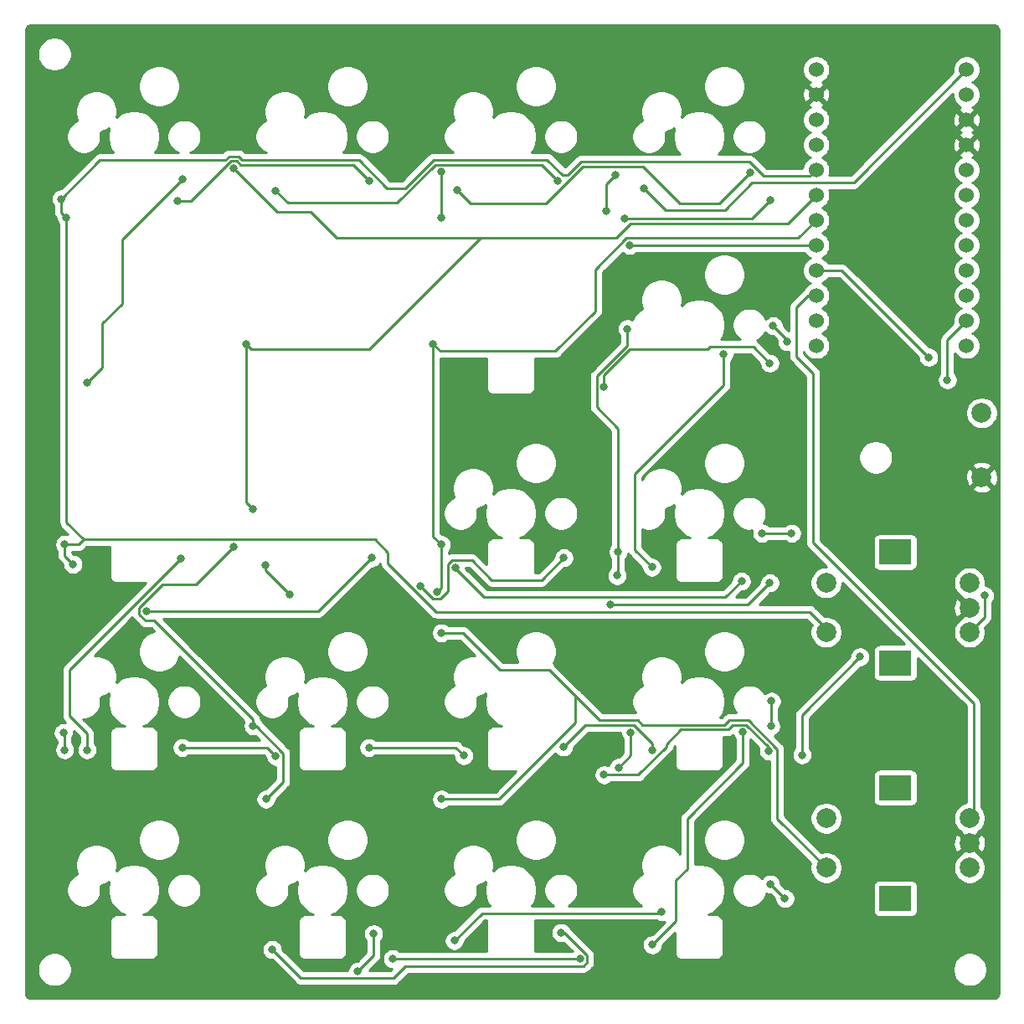
<source format=gbr>
%TF.GenerationSoftware,KiCad,Pcbnew,(5.1.10-1-10_14)*%
%TF.CreationDate,2021-11-10T22:24:01+09:00*%
%TF.ProjectId,macropad,6d616372-6f70-4616-942e-6b696361645f,rev?*%
%TF.SameCoordinates,Original*%
%TF.FileFunction,Copper,L1,Top*%
%TF.FilePolarity,Positive*%
%FSLAX46Y46*%
G04 Gerber Fmt 4.6, Leading zero omitted, Abs format (unit mm)*
G04 Created by KiCad (PCBNEW (5.1.10-1-10_14)) date 2021-11-10 22:24:01*
%MOMM*%
%LPD*%
G01*
G04 APERTURE LIST*
%TA.AperFunction,ComponentPad*%
%ADD10C,2.000000*%
%TD*%
%TA.AperFunction,ComponentPad*%
%ADD11R,3.200000X2.500000*%
%TD*%
%TA.AperFunction,ComponentPad*%
%ADD12C,1.524000*%
%TD*%
%TA.AperFunction,ViaPad*%
%ADD13C,0.800000*%
%TD*%
%TA.AperFunction,Conductor*%
%ADD14C,0.250000*%
%TD*%
%TA.AperFunction,Conductor*%
%ADD15C,0.254000*%
%TD*%
%TA.AperFunction,Conductor*%
%ADD16C,0.100000*%
%TD*%
G04 APERTURE END LIST*
D10*
%TO.P,SW21,A*%
%TO.N,rotaryA*%
X122591000Y-164426000D03*
%TO.P,SW21,C*%
%TO.N,GND*%
X122591000Y-161926000D03*
%TO.P,SW21,B*%
%TO.N,rotaryB*%
X122591000Y-159426000D03*
D11*
%TO.P,SW21,MP*%
%TO.N,N/C*%
X115091000Y-167526000D03*
X115091000Y-156326000D03*
D10*
%TO.P,SW21,S2*%
%TO.N,col0*%
X108091000Y-164426000D03*
%TO.P,SW21,S1*%
%TO.N,Net-(D21-Pad2)*%
X108091000Y-159426000D03*
%TD*%
%TO.P,SW22,S1*%
%TO.N,Net-(D22-Pad2)*%
X108091000Y-183238000D03*
%TO.P,SW22,S2*%
%TO.N,col2*%
X108091000Y-188238000D03*
D11*
%TO.P,SW22,MP*%
%TO.N,N/C*%
X115091000Y-180138000D03*
X115091000Y-191338000D03*
D10*
%TO.P,SW22,B*%
%TO.N,rotaryD*%
X122591000Y-183238000D03*
%TO.P,SW22,C*%
%TO.N,GND*%
X122591000Y-185738000D03*
%TO.P,SW22,A*%
%TO.N,rotaryC*%
X122591000Y-188238000D03*
%TD*%
%TO.P,SW23,1*%
%TO.N,reset*%
X123824896Y-142250000D03*
%TO.P,SW23,2*%
%TO.N,GND*%
X123824896Y-148750000D03*
%TD*%
D12*
%TO.P,U1,1*%
%TO.N,led*%
X122302400Y-107522000D03*
%TO.P,U1,2*%
%TO.N,Net-(U1-Pad2)*%
X122302400Y-110062000D03*
%TO.P,U1,3*%
%TO.N,GND*%
X122302400Y-112602000D03*
%TO.P,U1,4*%
X122302400Y-115142000D03*
%TO.P,U1,5*%
%TO.N,rotaryA*%
X122302400Y-117682000D03*
%TO.P,U1,6*%
%TO.N,rotaryB*%
X122302400Y-120222000D03*
%TO.P,U1,7*%
%TO.N,row0*%
X122302400Y-122762000D03*
%TO.P,U1,8*%
%TO.N,row1*%
X122302400Y-125302000D03*
%TO.P,U1,9*%
%TO.N,row2*%
X122302400Y-127842000D03*
%TO.P,U1,10*%
%TO.N,row3*%
X122302400Y-130382000D03*
%TO.P,U1,11*%
%TO.N,row4*%
X122302400Y-132922000D03*
%TO.P,U1,12*%
%TO.N,row5*%
X122302400Y-135462000D03*
%TO.P,U1,13*%
%TO.N,Net-(U1-Pad13)*%
X107082400Y-135462000D03*
%TO.P,U1,14*%
%TO.N,Net-(U1-Pad14)*%
X107082400Y-132922000D03*
%TO.P,U1,15*%
%TO.N,rotaryD*%
X107082400Y-130382000D03*
%TO.P,U1,16*%
%TO.N,rotaryC*%
X107082400Y-127842000D03*
%TO.P,U1,17*%
%TO.N,col3*%
X107082400Y-125302000D03*
%TO.P,U1,18*%
%TO.N,col2*%
X107082400Y-122762000D03*
%TO.P,U1,19*%
%TO.N,col1*%
X107082400Y-120222000D03*
%TO.P,U1,20*%
%TO.N,col0*%
X107082400Y-117682000D03*
%TO.P,U1,21*%
%TO.N,VCC*%
X107082400Y-115142000D03*
%TO.P,U1,22*%
%TO.N,reset*%
X107082400Y-112602000D03*
%TO.P,U1,23*%
%TO.N,GND*%
X107082400Y-110062000D03*
%TO.P,U1,24*%
%TO.N,Net-(U1-Pad24)*%
X107082400Y-107522000D03*
%TD*%
D13*
%TO.N,row0*%
X102475100Y-120712300D03*
X87687800Y-122622500D03*
%TO.N,row1*%
X85628000Y-139649500D03*
X102390000Y-137217900D03*
%TO.N,Net-(D8-Pad2)*%
X104145200Y-135058200D03*
X102730300Y-133433100D03*
%TO.N,row2*%
X102405000Y-159424700D03*
X86300000Y-161625000D03*
%TO.N,Net-(D12-Pad2)*%
X104596800Y-154408200D03*
X101618100Y-154408200D03*
%TO.N,row3*%
X85642700Y-178836000D03*
X102298200Y-176435000D03*
X111530000Y-166910000D03*
X105650000Y-176830000D03*
%TO.N,Net-(D16-Pad2)*%
X102508400Y-173931700D03*
X102561400Y-171396900D03*
%TO.N,row4*%
X120347800Y-138909400D03*
X64265100Y-197457300D03*
X83216800Y-197457300D03*
%TO.N,Net-(D20-Pad2)*%
X103924300Y-191343200D03*
X102466600Y-189888200D03*
%TO.N,Net-(L1-Pad3)*%
X61876600Y-118757700D03*
X42504700Y-120813300D03*
%TO.N,GND*%
X42564808Y-200322488D03*
X102691320Y-200024832D03*
X102393664Y-104774912D03*
X41374184Y-104774912D03*
X29467944Y-144065504D03*
X84534304Y-144065504D03*
X109239752Y-173533448D03*
%TO.N,Net-(L1-Pad1)*%
X33383000Y-139224300D03*
X42975900Y-118655600D03*
%TO.N,Net-(L2-Pad3)*%
X80938400Y-118764700D03*
X52433200Y-119812000D03*
%TO.N,Net-(L3-Pad3)*%
X100400000Y-117970000D03*
X70780000Y-119700000D03*
%TO.N,led*%
X89700000Y-119570000D03*
%TO.N,Net-(L12-Pad3)*%
X97750000Y-136332500D03*
X90480300Y-157842500D03*
%TO.N,Net-(L10-Pad1)*%
X39364500Y-162295000D03*
X62124800Y-156921100D03*
%TO.N,Net-(L13-Pad3)*%
X42841600Y-156958100D03*
X33343400Y-176315800D03*
%TO.N,Net-(L10-Pad3)*%
X81580000Y-156890000D03*
X67066004Y-159763996D03*
X53810000Y-160575900D03*
X51421172Y-157628864D03*
%TO.N,Net-(L11-Pad3)*%
X99538959Y-159268959D03*
X70621005Y-157869030D03*
%TO.N,Net-(L13-Pad1)*%
X52440400Y-176972500D03*
X42989300Y-176082100D03*
%TO.N,Net-(L14-Pad1)*%
X61858400Y-176082100D03*
X71456300Y-176892500D03*
%TO.N,Net-(L15-Pad1)*%
X90513100Y-176329500D03*
X81535100Y-176020500D03*
%TO.N,Net-(L16-Pad1)*%
X90526300Y-196022500D03*
X99675300Y-174513500D03*
%TO.N,col0*%
X30747100Y-120608100D03*
X31283500Y-122511000D03*
X31944200Y-157541100D03*
X31100000Y-155534500D03*
X30957100Y-174585200D03*
X31100000Y-176320200D03*
%TO.N,col1*%
X48202300Y-117485900D03*
X48202300Y-155786100D03*
X50150000Y-173881000D03*
X51445200Y-181307800D03*
X49470000Y-135280000D03*
X50150000Y-151957200D03*
%TO.N,col2*%
X69200000Y-122497500D03*
X69200000Y-117876600D03*
X68770200Y-160334500D03*
X69200000Y-181307800D03*
X69200000Y-164501600D03*
X68370000Y-135280000D03*
X69200000Y-155561700D03*
%TO.N,col3*%
X86753400Y-118176100D03*
X85838000Y-121831700D03*
X88344600Y-174597500D03*
X87127200Y-178110700D03*
X88250000Y-125302000D03*
X86951600Y-158699400D03*
X87067400Y-156286000D03*
X87990000Y-133730000D03*
%TO.N,rotaryA*%
X124122552Y-160734240D03*
%TO.N,rotaryC*%
X118467088Y-136624104D03*
%TO.N,Net-(L17-Pad3)*%
X60750000Y-198685500D03*
X62330000Y-194920000D03*
%TO.N,Net-(L18-Pad3)*%
X52090000Y-196523000D03*
X81290000Y-194800000D03*
%TO.N,Net-(L19-Pad3)*%
X70500000Y-195610000D03*
X91470000Y-192710000D03*
%TD*%
D14*
%TO.N,row0*%
X102475100Y-120712300D02*
X100564900Y-122622500D01*
X100564900Y-122622500D02*
X87687800Y-122622500D01*
%TO.N,row1*%
X102390000Y-137217900D02*
X100733400Y-135561300D01*
X100733400Y-135561300D02*
X96327300Y-135561300D01*
X96327300Y-135561300D02*
X96060900Y-135827700D01*
X96060900Y-135827700D02*
X88242600Y-135827700D01*
X88242600Y-135827700D02*
X85628000Y-138442300D01*
X85628000Y-138442300D02*
X85628000Y-139649500D01*
%TO.N,Net-(D8-Pad2)*%
X102730300Y-133433100D02*
X104145200Y-134848000D01*
X104145200Y-134848000D02*
X104145200Y-135058200D01*
%TO.N,row2*%
X100204700Y-161625000D02*
X86300000Y-161625000D01*
X102405000Y-159424700D02*
X100204700Y-161625000D01*
%TO.N,Net-(D12-Pad2)*%
X101618100Y-154408200D02*
X104596800Y-154408200D01*
%TO.N,row3*%
X102298200Y-176435000D02*
X102298200Y-176038400D01*
X102298200Y-176038400D02*
X100035300Y-173775500D01*
X100035300Y-173775500D02*
X98680300Y-173775500D01*
X98680300Y-173775500D02*
X98229900Y-174225900D01*
X98229900Y-174225900D02*
X93425900Y-174225900D01*
X93425900Y-174225900D02*
X91927100Y-175724700D01*
X91927100Y-175724700D02*
X91927100Y-175998000D01*
X91927100Y-175998000D02*
X89089100Y-178836000D01*
X89089100Y-178836000D02*
X85642700Y-178836000D01*
X105650000Y-172790000D02*
X105650000Y-176830000D01*
X111530000Y-166910000D02*
X105650000Y-172790000D01*
%TO.N,Net-(D16-Pad2)*%
X102561400Y-171396900D02*
X102561400Y-173878700D01*
X102561400Y-173878700D02*
X102508400Y-173931700D01*
%TO.N,row4*%
X64265100Y-197457300D02*
X83216800Y-197457300D01*
X120347800Y-134876600D02*
X122302400Y-132922000D01*
X120347800Y-138909400D02*
X120347800Y-134876600D01*
%TO.N,Net-(D20-Pad2)*%
X103924300Y-191343200D02*
X102469300Y-189888200D01*
X102469300Y-189888200D02*
X102466600Y-189888200D01*
%TO.N,Net-(L1-Pad3)*%
X61876600Y-118757700D02*
X60255500Y-117136600D01*
X60255500Y-117136600D02*
X48878800Y-117136600D01*
X48878800Y-117136600D02*
X48502800Y-116760600D01*
X48502800Y-116760600D02*
X47901900Y-116760600D01*
X47901900Y-116760600D02*
X43849200Y-120813300D01*
X43849200Y-120813300D02*
X42504700Y-120813300D01*
%TO.N,Net-(L1-Pad1)*%
X42975900Y-118655600D02*
X36881300Y-124750200D01*
X36881300Y-124750200D02*
X36881300Y-131239300D01*
X36881300Y-131239300D02*
X34923700Y-133196900D01*
X34923700Y-133196900D02*
X34923700Y-137683600D01*
X34923700Y-137683600D02*
X33383000Y-139224300D01*
%TO.N,Net-(L2-Pad3)*%
X80938400Y-118764700D02*
X79310300Y-117136600D01*
X79310300Y-117136600D02*
X68543700Y-117136600D01*
X68543700Y-117136600D02*
X64658900Y-121021400D01*
X64658900Y-121021400D02*
X53642600Y-121021400D01*
X53642600Y-121021400D02*
X52433200Y-119812000D01*
%TO.N,Net-(L3-Pad3)*%
X79729092Y-121047010D02*
X72127010Y-121047010D01*
X83473578Y-117302524D02*
X79729092Y-121047010D01*
X89596038Y-117302524D02*
X83473578Y-117302524D01*
X93340524Y-121047010D02*
X89596038Y-117302524D01*
X72127010Y-121047010D02*
X70780000Y-119700000D01*
X97322990Y-121047010D02*
X93340524Y-121047010D01*
X100400000Y-117970000D02*
X97322990Y-121047010D01*
%TO.N,led*%
X110894400Y-118930000D02*
X122302400Y-107522000D01*
X100630000Y-118930000D02*
X110894400Y-118930000D01*
X97840000Y-121720000D02*
X100630000Y-118930000D01*
X91850000Y-121720000D02*
X97840000Y-121720000D01*
X89700000Y-119570000D02*
X91850000Y-121720000D01*
%TO.N,Net-(L12-Pad3)*%
X97750000Y-136332500D02*
X97750000Y-139422100D01*
X97750000Y-139422100D02*
X88736000Y-148436100D01*
X88736000Y-148436100D02*
X88736000Y-156098200D01*
X88736000Y-156098200D02*
X90480300Y-157842500D01*
%TO.N,Net-(L10-Pad1)*%
X39364500Y-162295000D02*
X56750900Y-162295000D01*
X56750900Y-162295000D02*
X62124800Y-156921100D01*
%TO.N,Net-(L13-Pad3)*%
X42841600Y-156958100D02*
X31586900Y-168212800D01*
X31586900Y-168212800D02*
X31586900Y-172914100D01*
X31586900Y-172914100D02*
X33343400Y-174670600D01*
X33343400Y-174670600D02*
X33343400Y-176315800D01*
%TO.N,Net-(L10-Pad3)*%
X68361509Y-161059501D02*
X67066004Y-159763996D01*
X69118201Y-161059501D02*
X68361509Y-161059501D01*
X69896004Y-160281698D02*
X69118201Y-161059501D01*
X69896004Y-157521029D02*
X69896004Y-160281698D01*
X70273004Y-157144029D02*
X69896004Y-157521029D01*
X72287543Y-157144029D02*
X70273004Y-157144029D01*
X79322990Y-159147010D02*
X74290524Y-159147010D01*
X74290524Y-159147010D02*
X72287543Y-157144029D01*
X81580000Y-156890000D02*
X79322990Y-159147010D01*
X51421172Y-158187072D02*
X51421172Y-157628864D01*
X53810000Y-160575900D02*
X51421172Y-158187072D01*
%TO.N,Net-(L11-Pad3)*%
X99538959Y-159268959D02*
X97907919Y-160899999D01*
X97907919Y-160899999D02*
X73509999Y-160899999D01*
X70621005Y-158011005D02*
X70621005Y-157869030D01*
X73509999Y-160899999D02*
X70621005Y-158011005D01*
%TO.N,Net-(L13-Pad1)*%
X42989300Y-176082100D02*
X51550000Y-176082100D01*
X51550000Y-176082100D02*
X52440400Y-176972500D01*
%TO.N,Net-(L14-Pad1)*%
X71456300Y-176892500D02*
X70645900Y-176082100D01*
X70645900Y-176082100D02*
X61858400Y-176082100D01*
%TO.N,Net-(L15-Pad1)*%
X81535100Y-176020500D02*
X83723800Y-173831800D01*
X83723800Y-173831800D02*
X88675900Y-173831800D01*
X88675900Y-173831800D02*
X90513100Y-175669000D01*
X90513100Y-175669000D02*
X90513100Y-176329500D01*
%TO.N,Net-(L16-Pad1)*%
X90526300Y-196022500D02*
X92911400Y-193637400D01*
X92911400Y-193637400D02*
X92911400Y-189509200D01*
X92911400Y-189509200D02*
X94031300Y-188389300D01*
X94031300Y-188389300D02*
X94031300Y-183267900D01*
X94031300Y-183267900D02*
X99675300Y-177623900D01*
X99675300Y-177623900D02*
X99675300Y-174513500D01*
%TO.N,col0*%
X31283500Y-155351000D02*
X31100000Y-155534500D01*
X30747100Y-120608100D02*
X30747100Y-121974600D01*
X30747100Y-121974600D02*
X31283500Y-122511000D01*
X31100000Y-155534500D02*
X31100000Y-156696900D01*
X31100000Y-156696900D02*
X31944200Y-157541100D01*
X31100000Y-176320200D02*
X31100000Y-174728100D01*
X31100000Y-174728100D02*
X30957100Y-174585200D01*
X108491000Y-164426000D02*
X106415000Y-162350000D01*
X68626702Y-162350000D02*
X63770000Y-157493298D01*
X106415000Y-162350000D02*
X68626702Y-162350000D01*
X63770000Y-156360000D02*
X62470800Y-155060800D01*
X63770000Y-157493298D02*
X63770000Y-156360000D01*
X48689400Y-116310300D02*
X49065300Y-116686200D01*
X30747100Y-120608100D02*
X34669000Y-116686200D01*
X47339400Y-116686200D02*
X47715300Y-116310300D01*
X47715300Y-116310300D02*
X48689400Y-116310300D01*
X34669000Y-116686200D02*
X47339400Y-116686200D01*
X31283500Y-122511000D02*
X31283500Y-153343500D01*
X62470501Y-155061099D02*
X62470800Y-155060800D01*
X33001099Y-155061099D02*
X62470501Y-155061099D01*
X31283500Y-153343500D02*
X33001099Y-155061099D01*
X32527698Y-155534500D02*
X33001099Y-155061099D01*
X31100000Y-155534500D02*
X32527698Y-155534500D01*
X60878102Y-116686200D02*
X63698384Y-119506482D01*
X49065300Y-116686200D02*
X60878102Y-116686200D01*
X63698384Y-119506482D02*
X65537408Y-119506482D01*
X68418889Y-116625001D02*
X79871703Y-116625001D01*
X65537408Y-119506482D02*
X68418889Y-116625001D01*
X81416134Y-118169432D02*
X81970260Y-118169432D01*
X79871703Y-116625001D02*
X81416134Y-118169432D01*
X83287178Y-116852514D02*
X100355516Y-116852514D01*
X100355516Y-116852514D02*
X101798352Y-118295350D01*
X81970260Y-118169432D02*
X83287178Y-116852514D01*
X106469050Y-118295350D02*
X107082400Y-117682000D01*
X101798352Y-118295350D02*
X106469050Y-118295350D01*
%TO.N,col1*%
X55963400Y-121882300D02*
X52598700Y-121882300D01*
X52598700Y-121882300D02*
X48202300Y-117485900D01*
X73146600Y-124517100D02*
X65872400Y-131791300D01*
X50150000Y-173881000D02*
X50150000Y-173228100D01*
X50150000Y-173228100D02*
X40174200Y-163252300D01*
X40174200Y-163252300D02*
X39268000Y-163252300D01*
X39268000Y-163252300D02*
X38639100Y-162623400D01*
X38639100Y-162623400D02*
X38639100Y-161991000D01*
X38639100Y-161991000D02*
X41003600Y-159626500D01*
X41003600Y-159626500D02*
X44361900Y-159626500D01*
X44361900Y-159626500D02*
X48202300Y-155786100D01*
X51445200Y-181307800D02*
X53213800Y-179539200D01*
X53213800Y-179539200D02*
X53213800Y-176664200D01*
X53213800Y-176664200D02*
X50430600Y-173881000D01*
X50430600Y-173881000D02*
X50150000Y-173881000D01*
X49969200Y-135779200D02*
X49470000Y-135280000D01*
X61884500Y-135779200D02*
X49969200Y-135779200D01*
X65872400Y-131791300D02*
X61884500Y-135779200D01*
X58598200Y-124517100D02*
X73146600Y-124517100D01*
X55963400Y-121882300D02*
X58598200Y-124517100D01*
X49470000Y-151277200D02*
X50150000Y-151957200D01*
X49470000Y-135280000D02*
X49470000Y-151277200D01*
X86842900Y-124517100D02*
X88287490Y-123072510D01*
X73146600Y-124517100D02*
X86842900Y-124517100D01*
X104231890Y-123072510D02*
X107082400Y-120222000D01*
X88287490Y-123072510D02*
X104231890Y-123072510D01*
%TO.N,col2*%
X69200000Y-122497500D02*
X69200000Y-117876600D01*
X68770200Y-160334500D02*
X69200000Y-159904700D01*
X69200000Y-159904700D02*
X69200000Y-155561700D01*
X80711900Y-136004900D02*
X69094900Y-136004900D01*
X69094900Y-136004900D02*
X68370000Y-135280000D01*
X84743400Y-127735598D02*
X84743400Y-131973400D01*
X87901999Y-124576999D02*
X84743400Y-127735598D01*
X84743400Y-131973400D02*
X80711900Y-136004900D01*
X68370000Y-154731700D02*
X69200000Y-155561700D01*
X68370000Y-135280000D02*
X68370000Y-154731700D01*
X82705001Y-173601485D02*
X82705001Y-170793067D01*
X74998686Y-181307800D02*
X82705001Y-173601485D01*
X69200000Y-181307800D02*
X74998686Y-181307800D01*
X105267401Y-124576999D02*
X107082400Y-122762000D01*
X87901999Y-124576999D02*
X105267401Y-124576999D01*
X103145200Y-183292200D02*
X108091000Y-188238000D01*
X103145200Y-176248500D02*
X103145200Y-183292200D01*
X97818100Y-173775500D02*
X98268400Y-173325200D01*
X98268400Y-173325200D02*
X100221900Y-173325200D01*
X89031600Y-173325300D02*
X89481800Y-173775500D01*
X85209100Y-173325300D02*
X89031600Y-173325300D01*
X80083900Y-168200100D02*
X84089000Y-172205100D01*
X75086800Y-168200100D02*
X80083900Y-168200100D01*
X71388300Y-164501600D02*
X75086800Y-168200100D01*
X100221900Y-173325200D02*
X103145200Y-176248500D01*
X84089000Y-172205100D02*
X85209100Y-173325300D01*
X89481800Y-173775500D02*
X97818100Y-173775500D01*
X69200000Y-164501600D02*
X71388300Y-164501600D01*
%TO.N,col3*%
X85838000Y-121831700D02*
X85838000Y-119091500D01*
X85838000Y-119091500D02*
X86753400Y-118176100D01*
X87127200Y-178110700D02*
X88344600Y-176893300D01*
X88344600Y-176893300D02*
X88344600Y-174597500D01*
X86951600Y-158699400D02*
X87067400Y-158583600D01*
X87067400Y-158583600D02*
X87067400Y-156286000D01*
X87067400Y-156286000D02*
X87067400Y-143807400D01*
X84902999Y-141642999D02*
X84902999Y-138530891D01*
X87067400Y-143807400D02*
X84902999Y-141642999D01*
X87990000Y-135443890D02*
X87990000Y-133730000D01*
X84902999Y-138530891D02*
X87990000Y-135443890D01*
X88250000Y-125302000D02*
X107082400Y-125302000D01*
%TO.N,rotaryA*%
X124122552Y-162894448D02*
X124122552Y-160734240D01*
X122591000Y-164426000D02*
X124122552Y-162894448D01*
%TO.N,rotaryD*%
X106795399Y-155395397D02*
X122991000Y-171590998D01*
X106795399Y-155395397D02*
X106795399Y-138265399D01*
X106795399Y-138265399D02*
X105072568Y-136542568D01*
X105072568Y-136542568D02*
X105072568Y-131563952D01*
X106254520Y-130382000D02*
X107082400Y-130382000D01*
X105072568Y-131563952D02*
X106254520Y-130382000D01*
X122991000Y-182838000D02*
X122591000Y-183238000D01*
X122991000Y-171590998D02*
X122991000Y-182838000D01*
%TO.N,rotaryC*%
X109684984Y-127842000D02*
X118467088Y-136624104D01*
X107082400Y-127842000D02*
X109684984Y-127842000D01*
%TO.N,Net-(L17-Pad3)*%
X60750000Y-198685500D02*
X62345500Y-197090000D01*
X62345500Y-194935500D02*
X62330000Y-194920000D01*
X62345500Y-197090000D02*
X62345500Y-194935500D01*
%TO.N,Net-(L18-Pad3)*%
X83941801Y-197805301D02*
X83941801Y-197109299D01*
X81632502Y-194800000D02*
X81290000Y-194800000D01*
X52090000Y-196523000D02*
X54977501Y-199410501D01*
X64309481Y-199410501D02*
X65537681Y-198182301D01*
X83564801Y-198182301D02*
X83941801Y-197805301D01*
X83941801Y-197109299D02*
X81632502Y-194800000D01*
X65537681Y-198182301D02*
X83564801Y-198182301D01*
X54977501Y-199410501D02*
X64309481Y-199410501D01*
%TO.N,Net-(L19-Pad3)*%
X91354999Y-192825001D02*
X91470000Y-192710000D01*
X73284999Y-192825001D02*
X91354999Y-192825001D01*
X70500000Y-195610000D02*
X73284999Y-192825001D01*
%TD*%
D15*
%TO.N,GND*%
X125117972Y-103067390D02*
X125216522Y-103097145D01*
X125307416Y-103145474D01*
X125387189Y-103210536D01*
X125452809Y-103289857D01*
X125501770Y-103380408D01*
X125532211Y-103478747D01*
X125546151Y-103611377D01*
X125546144Y-200885522D01*
X125532934Y-201020250D01*
X125503180Y-201118799D01*
X125454850Y-201209693D01*
X125389793Y-201289462D01*
X125310470Y-201355083D01*
X125219918Y-201404045D01*
X125121583Y-201434485D01*
X124988963Y-201448424D01*
X27714301Y-201448431D01*
X27579561Y-201435220D01*
X27481015Y-201405467D01*
X27390118Y-201357136D01*
X27310345Y-201292075D01*
X27244725Y-201212753D01*
X27195764Y-201122202D01*
X27165323Y-201023863D01*
X27151384Y-200891243D01*
X27151384Y-198365669D01*
X28328256Y-198365669D01*
X28328256Y-198707435D01*
X28394931Y-199042633D01*
X28525719Y-199358383D01*
X28715593Y-199642550D01*
X28957258Y-199884215D01*
X29241425Y-200074089D01*
X29557175Y-200204877D01*
X29892373Y-200271552D01*
X30234139Y-200271552D01*
X30569337Y-200204877D01*
X30885087Y-200074089D01*
X31169254Y-199884215D01*
X31410919Y-199642550D01*
X31600793Y-199358383D01*
X31731581Y-199042633D01*
X31798256Y-198707435D01*
X31798256Y-198365669D01*
X31731581Y-198030471D01*
X31600793Y-197714721D01*
X31410919Y-197430554D01*
X31169254Y-197188889D01*
X30885087Y-196999015D01*
X30569337Y-196868227D01*
X30234139Y-196801552D01*
X29892373Y-196801552D01*
X29557175Y-196868227D01*
X29241425Y-196999015D01*
X28957258Y-197188889D01*
X28715593Y-197430554D01*
X28525719Y-197714721D01*
X28394931Y-198030471D01*
X28328256Y-198365669D01*
X27151384Y-198365669D01*
X27151384Y-190329117D01*
X31285000Y-190329117D01*
X31285000Y-190670883D01*
X31351675Y-191006081D01*
X31482463Y-191321831D01*
X31672337Y-191605998D01*
X31914002Y-191847663D01*
X32198169Y-192037537D01*
X32513919Y-192168325D01*
X32849117Y-192235000D01*
X33190883Y-192235000D01*
X33526081Y-192168325D01*
X33841831Y-192037537D01*
X34125998Y-191847663D01*
X34367663Y-191605998D01*
X34557537Y-191321831D01*
X34688325Y-191006081D01*
X34755000Y-190670883D01*
X34755000Y-190329117D01*
X34700509Y-190055172D01*
X34912756Y-190012953D01*
X35301302Y-189852012D01*
X35598578Y-189653379D01*
X35566261Y-189731399D01*
X35465000Y-190240475D01*
X35465000Y-190759525D01*
X35566261Y-191268601D01*
X35764893Y-191748141D01*
X36053262Y-192179715D01*
X36420285Y-192546738D01*
X36851859Y-192835107D01*
X37170277Y-192967000D01*
X36384135Y-192967000D01*
X36350000Y-192963638D01*
X36315866Y-192967000D01*
X36315865Y-192967000D01*
X36213756Y-192977057D01*
X36082748Y-193016798D01*
X35962011Y-193081333D01*
X35856183Y-193168183D01*
X35769333Y-193274011D01*
X35704798Y-193394748D01*
X35665057Y-193525756D01*
X35651638Y-193662000D01*
X35655001Y-193696145D01*
X35655000Y-196827865D01*
X35651638Y-196862000D01*
X35665057Y-196998244D01*
X35704798Y-197129252D01*
X35769333Y-197249989D01*
X35856183Y-197355817D01*
X35937195Y-197422301D01*
X35962011Y-197442667D01*
X36082748Y-197507202D01*
X36213756Y-197546943D01*
X36350000Y-197560362D01*
X36384134Y-197557000D01*
X39815866Y-197557000D01*
X39850000Y-197560362D01*
X39986244Y-197546943D01*
X40117252Y-197507202D01*
X40237989Y-197442667D01*
X40343817Y-197355817D01*
X40430667Y-197249989D01*
X40495202Y-197129252D01*
X40534943Y-196998244D01*
X40545000Y-196896135D01*
X40545000Y-196896134D01*
X40548362Y-196862000D01*
X40545000Y-196827865D01*
X40545000Y-196421061D01*
X51055000Y-196421061D01*
X51055000Y-196624939D01*
X51094774Y-196824898D01*
X51172795Y-197013256D01*
X51286063Y-197182774D01*
X51430226Y-197326937D01*
X51599744Y-197440205D01*
X51788102Y-197518226D01*
X51988061Y-197558000D01*
X52050199Y-197558000D01*
X54413702Y-199921504D01*
X54437500Y-199950502D01*
X54466498Y-199974300D01*
X54553224Y-200045475D01*
X54606757Y-200074089D01*
X54685254Y-200116047D01*
X54828515Y-200159504D01*
X54940168Y-200170501D01*
X54940177Y-200170501D01*
X54977500Y-200174177D01*
X55014823Y-200170501D01*
X64272159Y-200170501D01*
X64309481Y-200174177D01*
X64346803Y-200170501D01*
X64346814Y-200170501D01*
X64458467Y-200159504D01*
X64601728Y-200116047D01*
X64733757Y-200045475D01*
X64849482Y-199950502D01*
X64873285Y-199921498D01*
X65852483Y-198942301D01*
X83527479Y-198942301D01*
X83564801Y-198945977D01*
X83602123Y-198942301D01*
X83602134Y-198942301D01*
X83713787Y-198931304D01*
X83857048Y-198887847D01*
X83989077Y-198817275D01*
X84104802Y-198722302D01*
X84128605Y-198693298D01*
X84452799Y-198369104D01*
X84456984Y-198365669D01*
X120899272Y-198365669D01*
X120899272Y-198707435D01*
X120965947Y-199042633D01*
X121096735Y-199358383D01*
X121286609Y-199642550D01*
X121528274Y-199884215D01*
X121812441Y-200074089D01*
X122128191Y-200204877D01*
X122463389Y-200271552D01*
X122805155Y-200271552D01*
X123140353Y-200204877D01*
X123456103Y-200074089D01*
X123740270Y-199884215D01*
X123981935Y-199642550D01*
X124171809Y-199358383D01*
X124302597Y-199042633D01*
X124369272Y-198707435D01*
X124369272Y-198365669D01*
X124302597Y-198030471D01*
X124171809Y-197714721D01*
X123981935Y-197430554D01*
X123740270Y-197188889D01*
X123456103Y-196999015D01*
X123140353Y-196868227D01*
X122805155Y-196801552D01*
X122463389Y-196801552D01*
X122128191Y-196868227D01*
X121812441Y-196999015D01*
X121528274Y-197188889D01*
X121286609Y-197430554D01*
X121096735Y-197714721D01*
X120965947Y-198030471D01*
X120899272Y-198365669D01*
X84456984Y-198365669D01*
X84481802Y-198345302D01*
X84576775Y-198229577D01*
X84647347Y-198097548D01*
X84690804Y-197954287D01*
X84701801Y-197842634D01*
X84701801Y-197842633D01*
X84705478Y-197805301D01*
X84701801Y-197767968D01*
X84701801Y-197146622D01*
X84705477Y-197109299D01*
X84701801Y-197071976D01*
X84701801Y-197071966D01*
X84690804Y-196960313D01*
X84647347Y-196817052D01*
X84598548Y-196725756D01*
X84576775Y-196685022D01*
X84505600Y-196598296D01*
X84481802Y-196569298D01*
X84452804Y-196545500D01*
X82196306Y-194289003D01*
X82180379Y-194269596D01*
X82093937Y-194140226D01*
X81949774Y-193996063D01*
X81780256Y-193882795D01*
X81591898Y-193804774D01*
X81391939Y-193765000D01*
X81188061Y-193765000D01*
X80988102Y-193804774D01*
X80799744Y-193882795D01*
X80630226Y-193996063D01*
X80486063Y-194140226D01*
X80372795Y-194309744D01*
X80294774Y-194498102D01*
X80255000Y-194698061D01*
X80255000Y-194901939D01*
X80294774Y-195101898D01*
X80372795Y-195290256D01*
X80486063Y-195459774D01*
X80630226Y-195603937D01*
X80799744Y-195717205D01*
X80988102Y-195795226D01*
X81188061Y-195835000D01*
X81391939Y-195835000D01*
X81559392Y-195801692D01*
X82455000Y-196697300D01*
X78645000Y-196697300D01*
X78645000Y-193696135D01*
X78648362Y-193662000D01*
X78640778Y-193585001D01*
X90916581Y-193585001D01*
X90979744Y-193627205D01*
X91168102Y-193705226D01*
X91368061Y-193745000D01*
X91571939Y-193745000D01*
X91767996Y-193706002D01*
X90486499Y-194987500D01*
X90424361Y-194987500D01*
X90224402Y-195027274D01*
X90036044Y-195105295D01*
X89866526Y-195218563D01*
X89722363Y-195362726D01*
X89609095Y-195532244D01*
X89531074Y-195720602D01*
X89491300Y-195920561D01*
X89491300Y-196124439D01*
X89531074Y-196324398D01*
X89609095Y-196512756D01*
X89722363Y-196682274D01*
X89866526Y-196826437D01*
X90036044Y-196939705D01*
X90224402Y-197017726D01*
X90424361Y-197057500D01*
X90628239Y-197057500D01*
X90828198Y-197017726D01*
X91016556Y-196939705D01*
X91186074Y-196826437D01*
X91330237Y-196682274D01*
X91443505Y-196512756D01*
X91521526Y-196324398D01*
X91561300Y-196124439D01*
X91561300Y-196062301D01*
X92805001Y-194818601D01*
X92805000Y-196827865D01*
X92801638Y-196862000D01*
X92815057Y-196998244D01*
X92854798Y-197129252D01*
X92919333Y-197249989D01*
X93006183Y-197355817D01*
X93087195Y-197422301D01*
X93112011Y-197442667D01*
X93232748Y-197507202D01*
X93363756Y-197546943D01*
X93500000Y-197560362D01*
X93534134Y-197557000D01*
X96965866Y-197557000D01*
X97000000Y-197560362D01*
X97136244Y-197546943D01*
X97267252Y-197507202D01*
X97387989Y-197442667D01*
X97493817Y-197355817D01*
X97580667Y-197249989D01*
X97645202Y-197129252D01*
X97684943Y-196998244D01*
X97695000Y-196896135D01*
X97695000Y-196896134D01*
X97698362Y-196862000D01*
X97695000Y-196827865D01*
X97695000Y-193696135D01*
X97698362Y-193662000D01*
X97684943Y-193525756D01*
X97645202Y-193394748D01*
X97580667Y-193274011D01*
X97493817Y-193168183D01*
X97387989Y-193081333D01*
X97267252Y-193016798D01*
X97136244Y-192977057D01*
X97034135Y-192967000D01*
X97034134Y-192967000D01*
X97000000Y-192963638D01*
X96965865Y-192967000D01*
X96179723Y-192967000D01*
X96498141Y-192835107D01*
X96929715Y-192546738D01*
X97296738Y-192179715D01*
X97585107Y-191748141D01*
X97783739Y-191268601D01*
X97885000Y-190759525D01*
X97885000Y-190329117D01*
X98595000Y-190329117D01*
X98595000Y-190670883D01*
X98661675Y-191006081D01*
X98792463Y-191321831D01*
X98982337Y-191605998D01*
X99224002Y-191847663D01*
X99508169Y-192037537D01*
X99823919Y-192168325D01*
X100159117Y-192235000D01*
X100500883Y-192235000D01*
X100836081Y-192168325D01*
X101151831Y-192037537D01*
X101435998Y-191847663D01*
X101677663Y-191605998D01*
X101867537Y-191321831D01*
X101998325Y-191006081D01*
X102033530Y-190829092D01*
X102164702Y-190883426D01*
X102364661Y-190923200D01*
X102429499Y-190923200D01*
X102889300Y-191383002D01*
X102889300Y-191445139D01*
X102929074Y-191645098D01*
X103007095Y-191833456D01*
X103120363Y-192002974D01*
X103264526Y-192147137D01*
X103434044Y-192260405D01*
X103622402Y-192338426D01*
X103822361Y-192378200D01*
X104026239Y-192378200D01*
X104226198Y-192338426D01*
X104414556Y-192260405D01*
X104584074Y-192147137D01*
X104728237Y-192002974D01*
X104841505Y-191833456D01*
X104919526Y-191645098D01*
X104959300Y-191445139D01*
X104959300Y-191241261D01*
X104919526Y-191041302D01*
X104841505Y-190852944D01*
X104728237Y-190683426D01*
X104584074Y-190539263D01*
X104414556Y-190425995D01*
X104226198Y-190347974D01*
X104026239Y-190308200D01*
X103964102Y-190308200D01*
X103743902Y-190088000D01*
X112852928Y-190088000D01*
X112852928Y-192588000D01*
X112865188Y-192712482D01*
X112901498Y-192832180D01*
X112960463Y-192942494D01*
X113039815Y-193039185D01*
X113136506Y-193118537D01*
X113246820Y-193177502D01*
X113366518Y-193213812D01*
X113491000Y-193226072D01*
X116691000Y-193226072D01*
X116815482Y-193213812D01*
X116935180Y-193177502D01*
X117045494Y-193118537D01*
X117142185Y-193039185D01*
X117221537Y-192942494D01*
X117280502Y-192832180D01*
X117316812Y-192712482D01*
X117329072Y-192588000D01*
X117329072Y-190088000D01*
X117316812Y-189963518D01*
X117280502Y-189843820D01*
X117221537Y-189733506D01*
X117142185Y-189636815D01*
X117045494Y-189557463D01*
X116935180Y-189498498D01*
X116815482Y-189462188D01*
X116691000Y-189449928D01*
X113491000Y-189449928D01*
X113366518Y-189462188D01*
X113246820Y-189498498D01*
X113136506Y-189557463D01*
X113039815Y-189636815D01*
X112960463Y-189733506D01*
X112901498Y-189843820D01*
X112865188Y-189963518D01*
X112852928Y-190088000D01*
X103743902Y-190088000D01*
X103501600Y-189845699D01*
X103501600Y-189786261D01*
X103461826Y-189586302D01*
X103383805Y-189397944D01*
X103270537Y-189228426D01*
X103126374Y-189084263D01*
X102956856Y-188970995D01*
X102768498Y-188892974D01*
X102568539Y-188853200D01*
X102364661Y-188853200D01*
X102164702Y-188892974D01*
X101976344Y-188970995D01*
X101806826Y-189084263D01*
X101662663Y-189228426D01*
X101602351Y-189318690D01*
X101435998Y-189152337D01*
X101151831Y-188962463D01*
X100836081Y-188831675D01*
X100500883Y-188765000D01*
X100159117Y-188765000D01*
X99823919Y-188831675D01*
X99508169Y-188962463D01*
X99224002Y-189152337D01*
X98982337Y-189394002D01*
X98792463Y-189678169D01*
X98661675Y-189993919D01*
X98595000Y-190329117D01*
X97885000Y-190329117D01*
X97885000Y-190240475D01*
X97783739Y-189731399D01*
X97585107Y-189251859D01*
X97296738Y-188820285D01*
X96929715Y-188453262D01*
X96498141Y-188164893D01*
X96018601Y-187966261D01*
X95509525Y-187865000D01*
X94990475Y-187865000D01*
X94791300Y-187904618D01*
X94791300Y-185209721D01*
X95655000Y-185209721D01*
X95655000Y-185630279D01*
X95737047Y-186042756D01*
X95897988Y-186431302D01*
X96131637Y-186780983D01*
X96429017Y-187078363D01*
X96778698Y-187312012D01*
X97167244Y-187472953D01*
X97579721Y-187555000D01*
X98000279Y-187555000D01*
X98412756Y-187472953D01*
X98801302Y-187312012D01*
X99150983Y-187078363D01*
X99448363Y-186780983D01*
X99682012Y-186431302D01*
X99842953Y-186042756D01*
X99925000Y-185630279D01*
X99925000Y-185209721D01*
X99842953Y-184797244D01*
X99682012Y-184408698D01*
X99448363Y-184059017D01*
X99150983Y-183761637D01*
X98801302Y-183527988D01*
X98412756Y-183367047D01*
X98000279Y-183285000D01*
X97579721Y-183285000D01*
X97167244Y-183367047D01*
X96778698Y-183527988D01*
X96429017Y-183761637D01*
X96131637Y-184059017D01*
X95897988Y-184408698D01*
X95737047Y-184797244D01*
X95655000Y-185209721D01*
X94791300Y-185209721D01*
X94791300Y-183582701D01*
X100186304Y-178187698D01*
X100215301Y-178163901D01*
X100310274Y-178048176D01*
X100380846Y-177916147D01*
X100424303Y-177772886D01*
X100435300Y-177661233D01*
X100435300Y-177661224D01*
X100438976Y-177623901D01*
X100435300Y-177586578D01*
X100435300Y-175250301D01*
X101307404Y-176122406D01*
X101302974Y-176133102D01*
X101263200Y-176333061D01*
X101263200Y-176536939D01*
X101302974Y-176736898D01*
X101380995Y-176925256D01*
X101494263Y-177094774D01*
X101638426Y-177238937D01*
X101807944Y-177352205D01*
X101996302Y-177430226D01*
X102196261Y-177470000D01*
X102385200Y-177470000D01*
X102385201Y-183254868D01*
X102381524Y-183292200D01*
X102396198Y-183441185D01*
X102439654Y-183584446D01*
X102510226Y-183716476D01*
X102560719Y-183778001D01*
X102605200Y-183832201D01*
X102634198Y-183855999D01*
X106524823Y-187746625D01*
X106518832Y-187761088D01*
X106456000Y-188076967D01*
X106456000Y-188399033D01*
X106518832Y-188714912D01*
X106642082Y-189012463D01*
X106821013Y-189280252D01*
X107048748Y-189507987D01*
X107316537Y-189686918D01*
X107614088Y-189810168D01*
X107929967Y-189873000D01*
X108252033Y-189873000D01*
X108567912Y-189810168D01*
X108865463Y-189686918D01*
X109133252Y-189507987D01*
X109360987Y-189280252D01*
X109539918Y-189012463D01*
X109663168Y-188714912D01*
X109726000Y-188399033D01*
X109726000Y-188076967D01*
X120956000Y-188076967D01*
X120956000Y-188399033D01*
X121018832Y-188714912D01*
X121142082Y-189012463D01*
X121321013Y-189280252D01*
X121548748Y-189507987D01*
X121816537Y-189686918D01*
X122114088Y-189810168D01*
X122429967Y-189873000D01*
X122752033Y-189873000D01*
X123067912Y-189810168D01*
X123365463Y-189686918D01*
X123633252Y-189507987D01*
X123860987Y-189280252D01*
X124039918Y-189012463D01*
X124163168Y-188714912D01*
X124226000Y-188399033D01*
X124226000Y-188076967D01*
X124163168Y-187761088D01*
X124039918Y-187463537D01*
X123860987Y-187195748D01*
X123633252Y-186968013D01*
X123536065Y-186903075D01*
X123546808Y-186873413D01*
X122591000Y-185917605D01*
X121635192Y-186873413D01*
X121645935Y-186903075D01*
X121548748Y-186968013D01*
X121321013Y-187195748D01*
X121142082Y-187463537D01*
X121018832Y-187761088D01*
X120956000Y-188076967D01*
X109726000Y-188076967D01*
X109663168Y-187761088D01*
X109539918Y-187463537D01*
X109360987Y-187195748D01*
X109133252Y-186968013D01*
X108865463Y-186789082D01*
X108567912Y-186665832D01*
X108252033Y-186603000D01*
X107929967Y-186603000D01*
X107614088Y-186665832D01*
X107599625Y-186671823D01*
X106728397Y-185800595D01*
X120949282Y-185800595D01*
X120993039Y-186119675D01*
X121098205Y-186424088D01*
X121191186Y-186598044D01*
X121455587Y-186693808D01*
X122411395Y-185738000D01*
X122770605Y-185738000D01*
X123726413Y-186693808D01*
X123990814Y-186598044D01*
X124131704Y-186308429D01*
X124213384Y-185996892D01*
X124232718Y-185675405D01*
X124188961Y-185356325D01*
X124083795Y-185051912D01*
X123990814Y-184877956D01*
X123726413Y-184782192D01*
X122770605Y-185738000D01*
X122411395Y-185738000D01*
X121455587Y-184782192D01*
X121191186Y-184877956D01*
X121050296Y-185167571D01*
X120968616Y-185479108D01*
X120949282Y-185800595D01*
X106728397Y-185800595D01*
X104004769Y-183076967D01*
X106456000Y-183076967D01*
X106456000Y-183399033D01*
X106518832Y-183714912D01*
X106642082Y-184012463D01*
X106821013Y-184280252D01*
X107048748Y-184507987D01*
X107316537Y-184686918D01*
X107614088Y-184810168D01*
X107929967Y-184873000D01*
X108252033Y-184873000D01*
X108567912Y-184810168D01*
X108865463Y-184686918D01*
X109133252Y-184507987D01*
X109360987Y-184280252D01*
X109539918Y-184012463D01*
X109663168Y-183714912D01*
X109726000Y-183399033D01*
X109726000Y-183076967D01*
X109663168Y-182761088D01*
X109539918Y-182463537D01*
X109360987Y-182195748D01*
X109133252Y-181968013D01*
X108865463Y-181789082D01*
X108567912Y-181665832D01*
X108252033Y-181603000D01*
X107929967Y-181603000D01*
X107614088Y-181665832D01*
X107316537Y-181789082D01*
X107048748Y-181968013D01*
X106821013Y-182195748D01*
X106642082Y-182463537D01*
X106518832Y-182761088D01*
X106456000Y-183076967D01*
X104004769Y-183076967D01*
X103905200Y-182977399D01*
X103905200Y-178888000D01*
X112852928Y-178888000D01*
X112852928Y-181388000D01*
X112865188Y-181512482D01*
X112901498Y-181632180D01*
X112960463Y-181742494D01*
X113039815Y-181839185D01*
X113136506Y-181918537D01*
X113246820Y-181977502D01*
X113366518Y-182013812D01*
X113491000Y-182026072D01*
X116691000Y-182026072D01*
X116815482Y-182013812D01*
X116935180Y-181977502D01*
X117045494Y-181918537D01*
X117142185Y-181839185D01*
X117221537Y-181742494D01*
X117280502Y-181632180D01*
X117316812Y-181512482D01*
X117329072Y-181388000D01*
X117329072Y-178888000D01*
X117316812Y-178763518D01*
X117280502Y-178643820D01*
X117221537Y-178533506D01*
X117142185Y-178436815D01*
X117045494Y-178357463D01*
X116935180Y-178298498D01*
X116815482Y-178262188D01*
X116691000Y-178249928D01*
X113491000Y-178249928D01*
X113366518Y-178262188D01*
X113246820Y-178298498D01*
X113136506Y-178357463D01*
X113039815Y-178436815D01*
X112960463Y-178533506D01*
X112901498Y-178643820D01*
X112865188Y-178763518D01*
X112852928Y-178888000D01*
X103905200Y-178888000D01*
X103905200Y-176728061D01*
X104615000Y-176728061D01*
X104615000Y-176931939D01*
X104654774Y-177131898D01*
X104732795Y-177320256D01*
X104846063Y-177489774D01*
X104990226Y-177633937D01*
X105159744Y-177747205D01*
X105348102Y-177825226D01*
X105548061Y-177865000D01*
X105751939Y-177865000D01*
X105951898Y-177825226D01*
X106140256Y-177747205D01*
X106309774Y-177633937D01*
X106453937Y-177489774D01*
X106567205Y-177320256D01*
X106645226Y-177131898D01*
X106685000Y-176931939D01*
X106685000Y-176728061D01*
X106645226Y-176528102D01*
X106567205Y-176339744D01*
X106453937Y-176170226D01*
X106410000Y-176126289D01*
X106410000Y-173104801D01*
X111569802Y-167945000D01*
X111631939Y-167945000D01*
X111831898Y-167905226D01*
X112020256Y-167827205D01*
X112189774Y-167713937D01*
X112333937Y-167569774D01*
X112447205Y-167400256D01*
X112525226Y-167211898D01*
X112565000Y-167011939D01*
X112565000Y-166808061D01*
X112525226Y-166608102D01*
X112447205Y-166419744D01*
X112333937Y-166250226D01*
X112189774Y-166106063D01*
X112020256Y-165992795D01*
X111831898Y-165914774D01*
X111631939Y-165875000D01*
X111428061Y-165875000D01*
X111228102Y-165914774D01*
X111039744Y-165992795D01*
X110870226Y-166106063D01*
X110726063Y-166250226D01*
X110612795Y-166419744D01*
X110534774Y-166608102D01*
X110495000Y-166808061D01*
X110495000Y-166870198D01*
X105139003Y-172226196D01*
X105109999Y-172249999D01*
X105071801Y-172296544D01*
X105015026Y-172365724D01*
X104948693Y-172489824D01*
X104944454Y-172497754D01*
X104900997Y-172641015D01*
X104890000Y-172752668D01*
X104890000Y-172752678D01*
X104886324Y-172790000D01*
X104890000Y-172827323D01*
X104890001Y-176126288D01*
X104846063Y-176170226D01*
X104732795Y-176339744D01*
X104654774Y-176528102D01*
X104615000Y-176728061D01*
X103905200Y-176728061D01*
X103905200Y-176285833D01*
X103908877Y-176248500D01*
X103894203Y-176099514D01*
X103850746Y-175956253D01*
X103780174Y-175824224D01*
X103708999Y-175737497D01*
X103685201Y-175708499D01*
X103656204Y-175684702D01*
X102872615Y-174901113D01*
X102998656Y-174848905D01*
X103168174Y-174735637D01*
X103312337Y-174591474D01*
X103425605Y-174421956D01*
X103503626Y-174233598D01*
X103543400Y-174033639D01*
X103543400Y-173829761D01*
X103503626Y-173629802D01*
X103425605Y-173441444D01*
X103321400Y-173285490D01*
X103321400Y-172100611D01*
X103365337Y-172056674D01*
X103478605Y-171887156D01*
X103556626Y-171698798D01*
X103596400Y-171498839D01*
X103596400Y-171294961D01*
X103556626Y-171095002D01*
X103478605Y-170906644D01*
X103365337Y-170737126D01*
X103221174Y-170592963D01*
X103051656Y-170479695D01*
X102863298Y-170401674D01*
X102663339Y-170361900D01*
X102459461Y-170361900D01*
X102259502Y-170401674D01*
X102071144Y-170479695D01*
X101901626Y-170592963D01*
X101867090Y-170627499D01*
X101677663Y-170344002D01*
X101435998Y-170102337D01*
X101151831Y-169912463D01*
X100836081Y-169781675D01*
X100500883Y-169715000D01*
X100159117Y-169715000D01*
X99823919Y-169781675D01*
X99508169Y-169912463D01*
X99224002Y-170102337D01*
X98982337Y-170344002D01*
X98792463Y-170628169D01*
X98661675Y-170943919D01*
X98595000Y-171279117D01*
X98595000Y-171620883D01*
X98661675Y-171956081D01*
X98792463Y-172271831D01*
X98982337Y-172555998D01*
X98991539Y-172565200D01*
X98305722Y-172565200D01*
X98268399Y-172561524D01*
X98231076Y-172565200D01*
X98231067Y-172565200D01*
X98119414Y-172576197D01*
X97976153Y-172619654D01*
X97844124Y-172690226D01*
X97728399Y-172785199D01*
X97704596Y-172814203D01*
X97503299Y-173015500D01*
X97373054Y-173015500D01*
X97585107Y-172698141D01*
X97783739Y-172218601D01*
X97885000Y-171709525D01*
X97885000Y-171190475D01*
X97783739Y-170681399D01*
X97585107Y-170201859D01*
X97296738Y-169770285D01*
X96929715Y-169403262D01*
X96498141Y-169114893D01*
X96018601Y-168916261D01*
X95509525Y-168815000D01*
X94990475Y-168815000D01*
X94481399Y-168916261D01*
X94001859Y-169114893D01*
X93570285Y-169403262D01*
X93505905Y-169467642D01*
X93575000Y-169120279D01*
X93575000Y-168699721D01*
X93492953Y-168287244D01*
X93332012Y-167898698D01*
X93098363Y-167549017D01*
X92800983Y-167251637D01*
X92451302Y-167017988D01*
X92062756Y-166857047D01*
X91650279Y-166775000D01*
X91229721Y-166775000D01*
X90817244Y-166857047D01*
X90428698Y-167017988D01*
X90079017Y-167251637D01*
X89781637Y-167549017D01*
X89547988Y-167898698D01*
X89387047Y-168287244D01*
X89305000Y-168699721D01*
X89305000Y-169120279D01*
X89387047Y-169532756D01*
X89515600Y-169843111D01*
X89348169Y-169912463D01*
X89064002Y-170102337D01*
X88822337Y-170344002D01*
X88632463Y-170628169D01*
X88501675Y-170943919D01*
X88435000Y-171279117D01*
X88435000Y-171620883D01*
X88501675Y-171956081D01*
X88632463Y-172271831D01*
X88822337Y-172555998D01*
X88831639Y-172565300D01*
X85523922Y-172565300D01*
X84652814Y-171694116D01*
X84652793Y-171694090D01*
X84611859Y-171653157D01*
X84600027Y-171641324D01*
X84600020Y-171641318D01*
X83354345Y-170395675D01*
X83339975Y-170368791D01*
X83245002Y-170253066D01*
X83129277Y-170158093D01*
X83102379Y-170143716D01*
X80647702Y-167689101D01*
X80623901Y-167660099D01*
X80508828Y-167565661D01*
X80632012Y-167381302D01*
X80792953Y-166992756D01*
X80875000Y-166580279D01*
X80875000Y-166159721D01*
X95655000Y-166159721D01*
X95655000Y-166580279D01*
X95737047Y-166992756D01*
X95897988Y-167381302D01*
X96131637Y-167730983D01*
X96429017Y-168028363D01*
X96778698Y-168262012D01*
X97167244Y-168422953D01*
X97579721Y-168505000D01*
X98000279Y-168505000D01*
X98412756Y-168422953D01*
X98801302Y-168262012D01*
X99150983Y-168028363D01*
X99448363Y-167730983D01*
X99682012Y-167381302D01*
X99842953Y-166992756D01*
X99925000Y-166580279D01*
X99925000Y-166159721D01*
X99842953Y-165747244D01*
X99682012Y-165358698D01*
X99448363Y-165009017D01*
X99150983Y-164711637D01*
X98801302Y-164477988D01*
X98412756Y-164317047D01*
X98000279Y-164235000D01*
X97579721Y-164235000D01*
X97167244Y-164317047D01*
X96778698Y-164477988D01*
X96429017Y-164711637D01*
X96131637Y-165009017D01*
X95897988Y-165358698D01*
X95737047Y-165747244D01*
X95655000Y-166159721D01*
X80875000Y-166159721D01*
X80792953Y-165747244D01*
X80632012Y-165358698D01*
X80398363Y-165009017D01*
X80100983Y-164711637D01*
X79751302Y-164477988D01*
X79362756Y-164317047D01*
X78950279Y-164235000D01*
X78529721Y-164235000D01*
X78117244Y-164317047D01*
X77728698Y-164477988D01*
X77379017Y-164711637D01*
X77081637Y-165009017D01*
X76847988Y-165358698D01*
X76687047Y-165747244D01*
X76605000Y-166159721D01*
X76605000Y-166580279D01*
X76687047Y-166992756D01*
X76847988Y-167381302D01*
X76887276Y-167440100D01*
X75401602Y-167440100D01*
X71952104Y-163990603D01*
X71928301Y-163961599D01*
X71812576Y-163866626D01*
X71680547Y-163796054D01*
X71537286Y-163752597D01*
X71425633Y-163741600D01*
X71425622Y-163741600D01*
X71388300Y-163737924D01*
X71350978Y-163741600D01*
X69903711Y-163741600D01*
X69859774Y-163697663D01*
X69690256Y-163584395D01*
X69501898Y-163506374D01*
X69301939Y-163466600D01*
X69098061Y-163466600D01*
X68898102Y-163506374D01*
X68709744Y-163584395D01*
X68540226Y-163697663D01*
X68396063Y-163841826D01*
X68282795Y-164011344D01*
X68204774Y-164199702D01*
X68165000Y-164399661D01*
X68165000Y-164603539D01*
X68204774Y-164803498D01*
X68282795Y-164991856D01*
X68396063Y-165161374D01*
X68540226Y-165305537D01*
X68709744Y-165418805D01*
X68898102Y-165496826D01*
X69098061Y-165536600D01*
X69301939Y-165536600D01*
X69501898Y-165496826D01*
X69690256Y-165418805D01*
X69859774Y-165305537D01*
X69903711Y-165261600D01*
X71073499Y-165261600D01*
X72586899Y-166775000D01*
X72179721Y-166775000D01*
X71767244Y-166857047D01*
X71378698Y-167017988D01*
X71029017Y-167251637D01*
X70731637Y-167549017D01*
X70497988Y-167898698D01*
X70337047Y-168287244D01*
X70255000Y-168699721D01*
X70255000Y-169120279D01*
X70337047Y-169532756D01*
X70465600Y-169843111D01*
X70298169Y-169912463D01*
X70014002Y-170102337D01*
X69772337Y-170344002D01*
X69582463Y-170628169D01*
X69451675Y-170943919D01*
X69385000Y-171279117D01*
X69385000Y-171620883D01*
X69451675Y-171956081D01*
X69582463Y-172271831D01*
X69772337Y-172555998D01*
X70014002Y-172797663D01*
X70298169Y-172987537D01*
X70613919Y-173118325D01*
X70949117Y-173185000D01*
X71290883Y-173185000D01*
X71626081Y-173118325D01*
X71941831Y-172987537D01*
X72225998Y-172797663D01*
X72467663Y-172555998D01*
X72657537Y-172271831D01*
X72788325Y-171956081D01*
X72855000Y-171620883D01*
X72855000Y-171279117D01*
X72800509Y-171005172D01*
X73012756Y-170962953D01*
X73401302Y-170802012D01*
X73698578Y-170603379D01*
X73666261Y-170681399D01*
X73565000Y-171190475D01*
X73565000Y-171709525D01*
X73666261Y-172218601D01*
X73864893Y-172698141D01*
X74153262Y-173129715D01*
X74520285Y-173496738D01*
X74951859Y-173785107D01*
X75270277Y-173917000D01*
X74484135Y-173917000D01*
X74450000Y-173913638D01*
X74415866Y-173917000D01*
X74415865Y-173917000D01*
X74313756Y-173927057D01*
X74182748Y-173966798D01*
X74062011Y-174031333D01*
X73956183Y-174118183D01*
X73869333Y-174224011D01*
X73804798Y-174344748D01*
X73765057Y-174475756D01*
X73751638Y-174612000D01*
X73755001Y-174646145D01*
X73755000Y-177777865D01*
X73751638Y-177812000D01*
X73765057Y-177948244D01*
X73804798Y-178079252D01*
X73869333Y-178199989D01*
X73956183Y-178305817D01*
X74055809Y-178387577D01*
X74062011Y-178392667D01*
X74182748Y-178457202D01*
X74313756Y-178496943D01*
X74450000Y-178510362D01*
X74484134Y-178507000D01*
X76724685Y-178507000D01*
X74683885Y-180547800D01*
X69903711Y-180547800D01*
X69859774Y-180503863D01*
X69690256Y-180390595D01*
X69501898Y-180312574D01*
X69301939Y-180272800D01*
X69098061Y-180272800D01*
X68898102Y-180312574D01*
X68709744Y-180390595D01*
X68540226Y-180503863D01*
X68396063Y-180648026D01*
X68282795Y-180817544D01*
X68204774Y-181005902D01*
X68165000Y-181205861D01*
X68165000Y-181409739D01*
X68204774Y-181609698D01*
X68282795Y-181798056D01*
X68396063Y-181967574D01*
X68540226Y-182111737D01*
X68709744Y-182225005D01*
X68898102Y-182303026D01*
X69098061Y-182342800D01*
X69301939Y-182342800D01*
X69501898Y-182303026D01*
X69690256Y-182225005D01*
X69859774Y-182111737D01*
X69903711Y-182067800D01*
X74961364Y-182067800D01*
X74998686Y-182071476D01*
X75036008Y-182067800D01*
X75036019Y-182067800D01*
X75147672Y-182056803D01*
X75290933Y-182013346D01*
X75422962Y-181942774D01*
X75538687Y-181847801D01*
X75562490Y-181818797D01*
X80719087Y-176662201D01*
X80731163Y-176680274D01*
X80875326Y-176824437D01*
X81044844Y-176937705D01*
X81233202Y-177015726D01*
X81433161Y-177055500D01*
X81637039Y-177055500D01*
X81836998Y-177015726D01*
X82025356Y-176937705D01*
X82194874Y-176824437D01*
X82339037Y-176680274D01*
X82452305Y-176510756D01*
X82530326Y-176322398D01*
X82570100Y-176122439D01*
X82570100Y-176060301D01*
X84038602Y-174591800D01*
X87309600Y-174591800D01*
X87309600Y-174699439D01*
X87349374Y-174899398D01*
X87427395Y-175087756D01*
X87540663Y-175257274D01*
X87584601Y-175301212D01*
X87584600Y-176578498D01*
X87087399Y-177075700D01*
X87025261Y-177075700D01*
X86825302Y-177115474D01*
X86636944Y-177193495D01*
X86467426Y-177306763D01*
X86323263Y-177450926D01*
X86209995Y-177620444D01*
X86131974Y-177808802D01*
X86111835Y-177910046D01*
X85944598Y-177840774D01*
X85744639Y-177801000D01*
X85540761Y-177801000D01*
X85340802Y-177840774D01*
X85152444Y-177918795D01*
X84982926Y-178032063D01*
X84838763Y-178176226D01*
X84725495Y-178345744D01*
X84647474Y-178534102D01*
X84607700Y-178734061D01*
X84607700Y-178937939D01*
X84647474Y-179137898D01*
X84725495Y-179326256D01*
X84838763Y-179495774D01*
X84982926Y-179639937D01*
X85152444Y-179753205D01*
X85340802Y-179831226D01*
X85540761Y-179871000D01*
X85744639Y-179871000D01*
X85944598Y-179831226D01*
X86132956Y-179753205D01*
X86302474Y-179639937D01*
X86346411Y-179596000D01*
X89051778Y-179596000D01*
X89089100Y-179599676D01*
X89126422Y-179596000D01*
X89126433Y-179596000D01*
X89238086Y-179585003D01*
X89381347Y-179541546D01*
X89513376Y-179470974D01*
X89629101Y-179376001D01*
X89652904Y-179346997D01*
X92438103Y-176561799D01*
X92467101Y-176538001D01*
X92519870Y-176473702D01*
X92562074Y-176422277D01*
X92632646Y-176290247D01*
X92642329Y-176258326D01*
X92676103Y-176146985D01*
X92686645Y-176039957D01*
X92805001Y-175921601D01*
X92805000Y-177777865D01*
X92801638Y-177812000D01*
X92815057Y-177948244D01*
X92854798Y-178079252D01*
X92919333Y-178199989D01*
X93006183Y-178305817D01*
X93105809Y-178387577D01*
X93112011Y-178392667D01*
X93232748Y-178457202D01*
X93363756Y-178496943D01*
X93500000Y-178510362D01*
X93534134Y-178507000D01*
X96965866Y-178507000D01*
X97000000Y-178510362D01*
X97136244Y-178496943D01*
X97267252Y-178457202D01*
X97387989Y-178392667D01*
X97493817Y-178305817D01*
X97580667Y-178199989D01*
X97645202Y-178079252D01*
X97684943Y-177948244D01*
X97695000Y-177846135D01*
X97695000Y-177846134D01*
X97698362Y-177812000D01*
X97695000Y-177777865D01*
X97695000Y-174985900D01*
X98192578Y-174985900D01*
X98229900Y-174989576D01*
X98267222Y-174985900D01*
X98267233Y-174985900D01*
X98378886Y-174974903D01*
X98522147Y-174931446D01*
X98654176Y-174860874D01*
X98687562Y-174833475D01*
X98758095Y-175003756D01*
X98871363Y-175173274D01*
X98915301Y-175217212D01*
X98915300Y-177309098D01*
X93520298Y-182704101D01*
X93491300Y-182727899D01*
X93467502Y-182756897D01*
X93467501Y-182756898D01*
X93396326Y-182843624D01*
X93325754Y-182975654D01*
X93282298Y-183118915D01*
X93267624Y-183267900D01*
X93271301Y-183305232D01*
X93271300Y-186857836D01*
X93098363Y-186599017D01*
X92800983Y-186301637D01*
X92451302Y-186067988D01*
X92062756Y-185907047D01*
X91650279Y-185825000D01*
X91229721Y-185825000D01*
X90817244Y-185907047D01*
X90428698Y-186067988D01*
X90079017Y-186301637D01*
X89781637Y-186599017D01*
X89547988Y-186948698D01*
X89387047Y-187337244D01*
X89305000Y-187749721D01*
X89305000Y-188170279D01*
X89387047Y-188582756D01*
X89515600Y-188893111D01*
X89348169Y-188962463D01*
X89064002Y-189152337D01*
X88822337Y-189394002D01*
X88632463Y-189678169D01*
X88501675Y-189993919D01*
X88435000Y-190329117D01*
X88435000Y-190670883D01*
X88501675Y-191006081D01*
X88632463Y-191321831D01*
X88822337Y-191605998D01*
X89064002Y-191847663D01*
X89348169Y-192037537D01*
X89414473Y-192065001D01*
X82035527Y-192065001D01*
X82101831Y-192037537D01*
X82385998Y-191847663D01*
X82627663Y-191605998D01*
X82817537Y-191321831D01*
X82948325Y-191006081D01*
X83015000Y-190670883D01*
X83015000Y-190329117D01*
X82948325Y-189993919D01*
X82817537Y-189678169D01*
X82627663Y-189394002D01*
X82385998Y-189152337D01*
X82101831Y-188962463D01*
X81786081Y-188831675D01*
X81450883Y-188765000D01*
X81109117Y-188765000D01*
X80773919Y-188831675D01*
X80458169Y-188962463D01*
X80174002Y-189152337D01*
X79932337Y-189394002D01*
X79742463Y-189678169D01*
X79611675Y-189993919D01*
X79545000Y-190329117D01*
X79545000Y-190670883D01*
X79611675Y-191006081D01*
X79742463Y-191321831D01*
X79932337Y-191605998D01*
X80174002Y-191847663D01*
X80458169Y-192037537D01*
X80524473Y-192065001D01*
X78323388Y-192065001D01*
X78535107Y-191748141D01*
X78733739Y-191268601D01*
X78835000Y-190759525D01*
X78835000Y-190240475D01*
X78733739Y-189731399D01*
X78535107Y-189251859D01*
X78246738Y-188820285D01*
X77879715Y-188453262D01*
X77448141Y-188164893D01*
X76968601Y-187966261D01*
X76459525Y-187865000D01*
X75940475Y-187865000D01*
X75431399Y-187966261D01*
X74951859Y-188164893D01*
X74520285Y-188453262D01*
X74455905Y-188517642D01*
X74525000Y-188170279D01*
X74525000Y-187749721D01*
X74442953Y-187337244D01*
X74282012Y-186948698D01*
X74048363Y-186599017D01*
X73750983Y-186301637D01*
X73401302Y-186067988D01*
X73012756Y-185907047D01*
X72600279Y-185825000D01*
X72179721Y-185825000D01*
X71767244Y-185907047D01*
X71378698Y-186067988D01*
X71029017Y-186301637D01*
X70731637Y-186599017D01*
X70497988Y-186948698D01*
X70337047Y-187337244D01*
X70255000Y-187749721D01*
X70255000Y-188170279D01*
X70337047Y-188582756D01*
X70465600Y-188893111D01*
X70298169Y-188962463D01*
X70014002Y-189152337D01*
X69772337Y-189394002D01*
X69582463Y-189678169D01*
X69451675Y-189993919D01*
X69385000Y-190329117D01*
X69385000Y-190670883D01*
X69451675Y-191006081D01*
X69582463Y-191321831D01*
X69772337Y-191605998D01*
X70014002Y-191847663D01*
X70298169Y-192037537D01*
X70613919Y-192168325D01*
X70949117Y-192235000D01*
X71290883Y-192235000D01*
X71626081Y-192168325D01*
X71941831Y-192037537D01*
X72225998Y-191847663D01*
X72467663Y-191605998D01*
X72657537Y-191321831D01*
X72788325Y-191006081D01*
X72855000Y-190670883D01*
X72855000Y-190329117D01*
X72800509Y-190055172D01*
X73012756Y-190012953D01*
X73401302Y-189852012D01*
X73698578Y-189653379D01*
X73666261Y-189731399D01*
X73565000Y-190240475D01*
X73565000Y-190759525D01*
X73666261Y-191268601D01*
X73864893Y-191748141D01*
X74076612Y-192065001D01*
X73322321Y-192065001D01*
X73284998Y-192061325D01*
X73247675Y-192065001D01*
X73247666Y-192065001D01*
X73136013Y-192075998D01*
X72992752Y-192119455D01*
X72860723Y-192190027D01*
X72744998Y-192285000D01*
X72721200Y-192313998D01*
X70460199Y-194575000D01*
X70398061Y-194575000D01*
X70198102Y-194614774D01*
X70009744Y-194692795D01*
X69840226Y-194806063D01*
X69696063Y-194950226D01*
X69582795Y-195119744D01*
X69504774Y-195308102D01*
X69465000Y-195508061D01*
X69465000Y-195711939D01*
X69504774Y-195911898D01*
X69582795Y-196100256D01*
X69696063Y-196269774D01*
X69840226Y-196413937D01*
X70009744Y-196527205D01*
X70198102Y-196605226D01*
X70398061Y-196645000D01*
X70601939Y-196645000D01*
X70801898Y-196605226D01*
X70990256Y-196527205D01*
X71159774Y-196413937D01*
X71303937Y-196269774D01*
X71417205Y-196100256D01*
X71495226Y-195911898D01*
X71535000Y-195711939D01*
X71535000Y-195649801D01*
X73599801Y-193585001D01*
X73759222Y-193585001D01*
X73751638Y-193662000D01*
X73755001Y-193696145D01*
X73755000Y-196697300D01*
X64968811Y-196697300D01*
X64924874Y-196653363D01*
X64755356Y-196540095D01*
X64566998Y-196462074D01*
X64367039Y-196422300D01*
X64163161Y-196422300D01*
X63963202Y-196462074D01*
X63774844Y-196540095D01*
X63605326Y-196653363D01*
X63461163Y-196797526D01*
X63347895Y-196967044D01*
X63269874Y-197155402D01*
X63230100Y-197355361D01*
X63230100Y-197559239D01*
X63269874Y-197759198D01*
X63347895Y-197947556D01*
X63461163Y-198117074D01*
X63605326Y-198261237D01*
X63774844Y-198374505D01*
X63963202Y-198452526D01*
X64154586Y-198490594D01*
X63994680Y-198650501D01*
X61859800Y-198650501D01*
X62856504Y-197653798D01*
X62885501Y-197630001D01*
X62980474Y-197514276D01*
X63051046Y-197382247D01*
X63094503Y-197238986D01*
X63105500Y-197127333D01*
X63105500Y-197127325D01*
X63109176Y-197090000D01*
X63105500Y-197052675D01*
X63105500Y-195608211D01*
X63133937Y-195579774D01*
X63247205Y-195410256D01*
X63325226Y-195221898D01*
X63365000Y-195021939D01*
X63365000Y-194818061D01*
X63325226Y-194618102D01*
X63247205Y-194429744D01*
X63133937Y-194260226D01*
X62989774Y-194116063D01*
X62820256Y-194002795D01*
X62631898Y-193924774D01*
X62431939Y-193885000D01*
X62228061Y-193885000D01*
X62028102Y-193924774D01*
X61839744Y-194002795D01*
X61670226Y-194116063D01*
X61526063Y-194260226D01*
X61412795Y-194429744D01*
X61334774Y-194618102D01*
X61295000Y-194818061D01*
X61295000Y-195021939D01*
X61334774Y-195221898D01*
X61412795Y-195410256D01*
X61526063Y-195579774D01*
X61585501Y-195639212D01*
X61585500Y-196775198D01*
X60710199Y-197650500D01*
X60648061Y-197650500D01*
X60448102Y-197690274D01*
X60259744Y-197768295D01*
X60090226Y-197881563D01*
X59946063Y-198025726D01*
X59832795Y-198195244D01*
X59754774Y-198383602D01*
X59715000Y-198583561D01*
X59715000Y-198650501D01*
X55292303Y-198650501D01*
X53125000Y-196483199D01*
X53125000Y-196421061D01*
X53085226Y-196221102D01*
X53007205Y-196032744D01*
X52893937Y-195863226D01*
X52749774Y-195719063D01*
X52580256Y-195605795D01*
X52391898Y-195527774D01*
X52191939Y-195488000D01*
X51988061Y-195488000D01*
X51788102Y-195527774D01*
X51599744Y-195605795D01*
X51430226Y-195719063D01*
X51286063Y-195863226D01*
X51172795Y-196032744D01*
X51094774Y-196221102D01*
X51055000Y-196421061D01*
X40545000Y-196421061D01*
X40545000Y-193696135D01*
X40548362Y-193662000D01*
X40534943Y-193525756D01*
X40495202Y-193394748D01*
X40430667Y-193274011D01*
X40343817Y-193168183D01*
X40237989Y-193081333D01*
X40117252Y-193016798D01*
X39986244Y-192977057D01*
X39884135Y-192967000D01*
X39884134Y-192967000D01*
X39850000Y-192963638D01*
X39815865Y-192967000D01*
X39029723Y-192967000D01*
X39348141Y-192835107D01*
X39779715Y-192546738D01*
X40146738Y-192179715D01*
X40435107Y-191748141D01*
X40633739Y-191268601D01*
X40735000Y-190759525D01*
X40735000Y-190329117D01*
X41445000Y-190329117D01*
X41445000Y-190670883D01*
X41511675Y-191006081D01*
X41642463Y-191321831D01*
X41832337Y-191605998D01*
X42074002Y-191847663D01*
X42358169Y-192037537D01*
X42673919Y-192168325D01*
X43009117Y-192235000D01*
X43350883Y-192235000D01*
X43686081Y-192168325D01*
X44001831Y-192037537D01*
X44285998Y-191847663D01*
X44527663Y-191605998D01*
X44717537Y-191321831D01*
X44848325Y-191006081D01*
X44915000Y-190670883D01*
X44915000Y-190329117D01*
X50335000Y-190329117D01*
X50335000Y-190670883D01*
X50401675Y-191006081D01*
X50532463Y-191321831D01*
X50722337Y-191605998D01*
X50964002Y-191847663D01*
X51248169Y-192037537D01*
X51563919Y-192168325D01*
X51899117Y-192235000D01*
X52240883Y-192235000D01*
X52576081Y-192168325D01*
X52891831Y-192037537D01*
X53175998Y-191847663D01*
X53417663Y-191605998D01*
X53607537Y-191321831D01*
X53738325Y-191006081D01*
X53805000Y-190670883D01*
X53805000Y-190329117D01*
X53750509Y-190055172D01*
X53962756Y-190012953D01*
X54351302Y-189852012D01*
X54648578Y-189653379D01*
X54616261Y-189731399D01*
X54515000Y-190240475D01*
X54515000Y-190759525D01*
X54616261Y-191268601D01*
X54814893Y-191748141D01*
X55103262Y-192179715D01*
X55470285Y-192546738D01*
X55901859Y-192835107D01*
X56220277Y-192967000D01*
X55434135Y-192967000D01*
X55400000Y-192963638D01*
X55365866Y-192967000D01*
X55365865Y-192967000D01*
X55263756Y-192977057D01*
X55132748Y-193016798D01*
X55012011Y-193081333D01*
X54906183Y-193168183D01*
X54819333Y-193274011D01*
X54754798Y-193394748D01*
X54715057Y-193525756D01*
X54701638Y-193662000D01*
X54705001Y-193696145D01*
X54705000Y-196827865D01*
X54701638Y-196862000D01*
X54715057Y-196998244D01*
X54754798Y-197129252D01*
X54819333Y-197249989D01*
X54906183Y-197355817D01*
X54987195Y-197422301D01*
X55012011Y-197442667D01*
X55132748Y-197507202D01*
X55263756Y-197546943D01*
X55400000Y-197560362D01*
X55434134Y-197557000D01*
X58865866Y-197557000D01*
X58900000Y-197560362D01*
X59036244Y-197546943D01*
X59167252Y-197507202D01*
X59287989Y-197442667D01*
X59393817Y-197355817D01*
X59480667Y-197249989D01*
X59545202Y-197129252D01*
X59584943Y-196998244D01*
X59595000Y-196896135D01*
X59595000Y-196896134D01*
X59598362Y-196862000D01*
X59595000Y-196827865D01*
X59595000Y-193696135D01*
X59598362Y-193662000D01*
X59584943Y-193525756D01*
X59545202Y-193394748D01*
X59480667Y-193274011D01*
X59393817Y-193168183D01*
X59287989Y-193081333D01*
X59167252Y-193016798D01*
X59036244Y-192977057D01*
X58934135Y-192967000D01*
X58934134Y-192967000D01*
X58900000Y-192963638D01*
X58865865Y-192967000D01*
X58079723Y-192967000D01*
X58398141Y-192835107D01*
X58829715Y-192546738D01*
X59196738Y-192179715D01*
X59485107Y-191748141D01*
X59683739Y-191268601D01*
X59785000Y-190759525D01*
X59785000Y-190329117D01*
X60495000Y-190329117D01*
X60495000Y-190670883D01*
X60561675Y-191006081D01*
X60692463Y-191321831D01*
X60882337Y-191605998D01*
X61124002Y-191847663D01*
X61408169Y-192037537D01*
X61723919Y-192168325D01*
X62059117Y-192235000D01*
X62400883Y-192235000D01*
X62736081Y-192168325D01*
X63051831Y-192037537D01*
X63335998Y-191847663D01*
X63577663Y-191605998D01*
X63767537Y-191321831D01*
X63898325Y-191006081D01*
X63965000Y-190670883D01*
X63965000Y-190329117D01*
X63898325Y-189993919D01*
X63767537Y-189678169D01*
X63577663Y-189394002D01*
X63335998Y-189152337D01*
X63051831Y-188962463D01*
X62736081Y-188831675D01*
X62400883Y-188765000D01*
X62059117Y-188765000D01*
X61723919Y-188831675D01*
X61408169Y-188962463D01*
X61124002Y-189152337D01*
X60882337Y-189394002D01*
X60692463Y-189678169D01*
X60561675Y-189993919D01*
X60495000Y-190329117D01*
X59785000Y-190329117D01*
X59785000Y-190240475D01*
X59683739Y-189731399D01*
X59485107Y-189251859D01*
X59196738Y-188820285D01*
X58829715Y-188453262D01*
X58398141Y-188164893D01*
X57918601Y-187966261D01*
X57409525Y-187865000D01*
X56890475Y-187865000D01*
X56381399Y-187966261D01*
X55901859Y-188164893D01*
X55470285Y-188453262D01*
X55405905Y-188517642D01*
X55475000Y-188170279D01*
X55475000Y-187749721D01*
X55392953Y-187337244D01*
X55232012Y-186948698D01*
X54998363Y-186599017D01*
X54700983Y-186301637D01*
X54351302Y-186067988D01*
X53962756Y-185907047D01*
X53550279Y-185825000D01*
X53129721Y-185825000D01*
X52717244Y-185907047D01*
X52328698Y-186067988D01*
X51979017Y-186301637D01*
X51681637Y-186599017D01*
X51447988Y-186948698D01*
X51287047Y-187337244D01*
X51205000Y-187749721D01*
X51205000Y-188170279D01*
X51287047Y-188582756D01*
X51415600Y-188893111D01*
X51248169Y-188962463D01*
X50964002Y-189152337D01*
X50722337Y-189394002D01*
X50532463Y-189678169D01*
X50401675Y-189993919D01*
X50335000Y-190329117D01*
X44915000Y-190329117D01*
X44848325Y-189993919D01*
X44717537Y-189678169D01*
X44527663Y-189394002D01*
X44285998Y-189152337D01*
X44001831Y-188962463D01*
X43686081Y-188831675D01*
X43350883Y-188765000D01*
X43009117Y-188765000D01*
X42673919Y-188831675D01*
X42358169Y-188962463D01*
X42074002Y-189152337D01*
X41832337Y-189394002D01*
X41642463Y-189678169D01*
X41511675Y-189993919D01*
X41445000Y-190329117D01*
X40735000Y-190329117D01*
X40735000Y-190240475D01*
X40633739Y-189731399D01*
X40435107Y-189251859D01*
X40146738Y-188820285D01*
X39779715Y-188453262D01*
X39348141Y-188164893D01*
X38868601Y-187966261D01*
X38359525Y-187865000D01*
X37840475Y-187865000D01*
X37331399Y-187966261D01*
X36851859Y-188164893D01*
X36420285Y-188453262D01*
X36355905Y-188517642D01*
X36425000Y-188170279D01*
X36425000Y-187749721D01*
X36342953Y-187337244D01*
X36182012Y-186948698D01*
X35948363Y-186599017D01*
X35650983Y-186301637D01*
X35301302Y-186067988D01*
X34912756Y-185907047D01*
X34500279Y-185825000D01*
X34079721Y-185825000D01*
X33667244Y-185907047D01*
X33278698Y-186067988D01*
X32929017Y-186301637D01*
X32631637Y-186599017D01*
X32397988Y-186948698D01*
X32237047Y-187337244D01*
X32155000Y-187749721D01*
X32155000Y-188170279D01*
X32237047Y-188582756D01*
X32365600Y-188893111D01*
X32198169Y-188962463D01*
X31914002Y-189152337D01*
X31672337Y-189394002D01*
X31482463Y-189678169D01*
X31351675Y-189993919D01*
X31285000Y-190329117D01*
X27151384Y-190329117D01*
X27151384Y-185209721D01*
X38505000Y-185209721D01*
X38505000Y-185630279D01*
X38587047Y-186042756D01*
X38747988Y-186431302D01*
X38981637Y-186780983D01*
X39279017Y-187078363D01*
X39628698Y-187312012D01*
X40017244Y-187472953D01*
X40429721Y-187555000D01*
X40850279Y-187555000D01*
X41262756Y-187472953D01*
X41651302Y-187312012D01*
X42000983Y-187078363D01*
X42298363Y-186780983D01*
X42532012Y-186431302D01*
X42692953Y-186042756D01*
X42775000Y-185630279D01*
X42775000Y-185209721D01*
X57555000Y-185209721D01*
X57555000Y-185630279D01*
X57637047Y-186042756D01*
X57797988Y-186431302D01*
X58031637Y-186780983D01*
X58329017Y-187078363D01*
X58678698Y-187312012D01*
X59067244Y-187472953D01*
X59479721Y-187555000D01*
X59900279Y-187555000D01*
X60312756Y-187472953D01*
X60701302Y-187312012D01*
X61050983Y-187078363D01*
X61348363Y-186780983D01*
X61582012Y-186431302D01*
X61742953Y-186042756D01*
X61825000Y-185630279D01*
X61825000Y-185209721D01*
X76605000Y-185209721D01*
X76605000Y-185630279D01*
X76687047Y-186042756D01*
X76847988Y-186431302D01*
X77081637Y-186780983D01*
X77379017Y-187078363D01*
X77728698Y-187312012D01*
X78117244Y-187472953D01*
X78529721Y-187555000D01*
X78950279Y-187555000D01*
X79362756Y-187472953D01*
X79751302Y-187312012D01*
X80100983Y-187078363D01*
X80398363Y-186780983D01*
X80632012Y-186431302D01*
X80792953Y-186042756D01*
X80875000Y-185630279D01*
X80875000Y-185209721D01*
X80792953Y-184797244D01*
X80632012Y-184408698D01*
X80398363Y-184059017D01*
X80100983Y-183761637D01*
X79751302Y-183527988D01*
X79362756Y-183367047D01*
X78950279Y-183285000D01*
X78529721Y-183285000D01*
X78117244Y-183367047D01*
X77728698Y-183527988D01*
X77379017Y-183761637D01*
X77081637Y-184059017D01*
X76847988Y-184408698D01*
X76687047Y-184797244D01*
X76605000Y-185209721D01*
X61825000Y-185209721D01*
X61742953Y-184797244D01*
X61582012Y-184408698D01*
X61348363Y-184059017D01*
X61050983Y-183761637D01*
X60701302Y-183527988D01*
X60312756Y-183367047D01*
X59900279Y-183285000D01*
X59479721Y-183285000D01*
X59067244Y-183367047D01*
X58678698Y-183527988D01*
X58329017Y-183761637D01*
X58031637Y-184059017D01*
X57797988Y-184408698D01*
X57637047Y-184797244D01*
X57555000Y-185209721D01*
X42775000Y-185209721D01*
X42692953Y-184797244D01*
X42532012Y-184408698D01*
X42298363Y-184059017D01*
X42000983Y-183761637D01*
X41651302Y-183527988D01*
X41262756Y-183367047D01*
X40850279Y-183285000D01*
X40429721Y-183285000D01*
X40017244Y-183367047D01*
X39628698Y-183527988D01*
X39279017Y-183761637D01*
X38981637Y-184059017D01*
X38747988Y-184408698D01*
X38587047Y-184797244D01*
X38505000Y-185209721D01*
X27151384Y-185209721D01*
X27151379Y-120506161D01*
X29712100Y-120506161D01*
X29712100Y-120710039D01*
X29751874Y-120909998D01*
X29829895Y-121098356D01*
X29943163Y-121267874D01*
X29987101Y-121311812D01*
X29987101Y-121937268D01*
X29983424Y-121974600D01*
X29987101Y-122011933D01*
X29998098Y-122123586D01*
X30001135Y-122133598D01*
X30041554Y-122266846D01*
X30112126Y-122398876D01*
X30183301Y-122485602D01*
X30207100Y-122514601D01*
X30236098Y-122538399D01*
X30248500Y-122550801D01*
X30248500Y-122612939D01*
X30288274Y-122812898D01*
X30366295Y-123001256D01*
X30479563Y-123170774D01*
X30523500Y-123214711D01*
X30523501Y-153306167D01*
X30519824Y-153343500D01*
X30534498Y-153492485D01*
X30577954Y-153635746D01*
X30648526Y-153767776D01*
X30719701Y-153854502D01*
X30743500Y-153883501D01*
X30772498Y-153907299D01*
X31406293Y-154541095D01*
X31401898Y-154539274D01*
X31201939Y-154499500D01*
X30998061Y-154499500D01*
X30798102Y-154539274D01*
X30609744Y-154617295D01*
X30440226Y-154730563D01*
X30296063Y-154874726D01*
X30182795Y-155044244D01*
X30104774Y-155232602D01*
X30065000Y-155432561D01*
X30065000Y-155636439D01*
X30104774Y-155836398D01*
X30182795Y-156024756D01*
X30296063Y-156194274D01*
X30340001Y-156238212D01*
X30340001Y-156659568D01*
X30336324Y-156696900D01*
X30340001Y-156734233D01*
X30349040Y-156826001D01*
X30350998Y-156845885D01*
X30394454Y-156989146D01*
X30465026Y-157121176D01*
X30532346Y-157203205D01*
X30560000Y-157236901D01*
X30588998Y-157260699D01*
X30909200Y-157580901D01*
X30909200Y-157643039D01*
X30948974Y-157842998D01*
X31026995Y-158031356D01*
X31140263Y-158200874D01*
X31284426Y-158345037D01*
X31453944Y-158458305D01*
X31642302Y-158536326D01*
X31842261Y-158576100D01*
X32046139Y-158576100D01*
X32246098Y-158536326D01*
X32434456Y-158458305D01*
X32603974Y-158345037D01*
X32748137Y-158200874D01*
X32861405Y-158031356D01*
X32939426Y-157842998D01*
X32979200Y-157643039D01*
X32979200Y-157439161D01*
X32939426Y-157239202D01*
X32861405Y-157050844D01*
X32748137Y-156881326D01*
X32603974Y-156737163D01*
X32434456Y-156623895D01*
X32246098Y-156545874D01*
X32046139Y-156506100D01*
X31984001Y-156506100D01*
X31860000Y-156382099D01*
X31860000Y-156294500D01*
X32490376Y-156294500D01*
X32527698Y-156298176D01*
X32565020Y-156294500D01*
X32565031Y-156294500D01*
X32676684Y-156283503D01*
X32819945Y-156240046D01*
X32951974Y-156169474D01*
X33067699Y-156074501D01*
X33091502Y-156045497D01*
X33315900Y-155821099D01*
X35655001Y-155821099D01*
X35655000Y-158727865D01*
X35651638Y-158762000D01*
X35665057Y-158898244D01*
X35704798Y-159029252D01*
X35769333Y-159149989D01*
X35856183Y-159255817D01*
X35951760Y-159334254D01*
X35962011Y-159342667D01*
X36082748Y-159407202D01*
X36213756Y-159446943D01*
X36350000Y-159460362D01*
X36384134Y-159457000D01*
X39267898Y-159457000D01*
X31075903Y-167648996D01*
X31046899Y-167672799D01*
X30999149Y-167730983D01*
X30951926Y-167788524D01*
X30893036Y-167898698D01*
X30881354Y-167920554D01*
X30837897Y-168063815D01*
X30826900Y-168175468D01*
X30826900Y-168175478D01*
X30823224Y-168212800D01*
X30826900Y-168250123D01*
X30826901Y-172876768D01*
X30823224Y-172914100D01*
X30826901Y-172951433D01*
X30837898Y-173063086D01*
X30851080Y-173106542D01*
X30881354Y-173206346D01*
X30951926Y-173338376D01*
X30983695Y-173377086D01*
X31046900Y-173454101D01*
X31075898Y-173477899D01*
X31170337Y-173572338D01*
X31059039Y-173550200D01*
X30855161Y-173550200D01*
X30655202Y-173589974D01*
X30466844Y-173667995D01*
X30297326Y-173781263D01*
X30153163Y-173925426D01*
X30039895Y-174094944D01*
X29961874Y-174283302D01*
X29922100Y-174483261D01*
X29922100Y-174687139D01*
X29961874Y-174887098D01*
X30039895Y-175075456D01*
X30153163Y-175244974D01*
X30297326Y-175389137D01*
X30340001Y-175417651D01*
X30340000Y-175616489D01*
X30296063Y-175660426D01*
X30182795Y-175829944D01*
X30104774Y-176018302D01*
X30065000Y-176218261D01*
X30065000Y-176422139D01*
X30104774Y-176622098D01*
X30182795Y-176810456D01*
X30296063Y-176979974D01*
X30440226Y-177124137D01*
X30609744Y-177237405D01*
X30798102Y-177315426D01*
X30998061Y-177355200D01*
X31201939Y-177355200D01*
X31401898Y-177315426D01*
X31590256Y-177237405D01*
X31759774Y-177124137D01*
X31903937Y-176979974D01*
X32017205Y-176810456D01*
X32095226Y-176622098D01*
X32135000Y-176422139D01*
X32135000Y-176218261D01*
X32095226Y-176018302D01*
X32017205Y-175829944D01*
X31903937Y-175660426D01*
X31860000Y-175616489D01*
X31860000Y-175096865D01*
X31874305Y-175075456D01*
X31952326Y-174887098D01*
X31992100Y-174687139D01*
X31992100Y-174483261D01*
X31969962Y-174371963D01*
X32583400Y-174985402D01*
X32583401Y-175612088D01*
X32539463Y-175656026D01*
X32426195Y-175825544D01*
X32348174Y-176013902D01*
X32308400Y-176213861D01*
X32308400Y-176417739D01*
X32348174Y-176617698D01*
X32426195Y-176806056D01*
X32539463Y-176975574D01*
X32683626Y-177119737D01*
X32853144Y-177233005D01*
X33041502Y-177311026D01*
X33241461Y-177350800D01*
X33445339Y-177350800D01*
X33645298Y-177311026D01*
X33833656Y-177233005D01*
X34003174Y-177119737D01*
X34147337Y-176975574D01*
X34260605Y-176806056D01*
X34338626Y-176617698D01*
X34378400Y-176417739D01*
X34378400Y-176213861D01*
X34338626Y-176013902D01*
X34260605Y-175825544D01*
X34147337Y-175656026D01*
X34103400Y-175612089D01*
X34103400Y-174707922D01*
X34107076Y-174670599D01*
X34103400Y-174633276D01*
X34103400Y-174633267D01*
X34092403Y-174521614D01*
X34048946Y-174378353D01*
X34030984Y-174344749D01*
X33978374Y-174246323D01*
X33907199Y-174159597D01*
X33883401Y-174130599D01*
X33854404Y-174106802D01*
X32932601Y-173185000D01*
X33190883Y-173185000D01*
X33526081Y-173118325D01*
X33841831Y-172987537D01*
X34125998Y-172797663D01*
X34367663Y-172555998D01*
X34557537Y-172271831D01*
X34688325Y-171956081D01*
X34755000Y-171620883D01*
X34755000Y-171279117D01*
X34700509Y-171005172D01*
X34912756Y-170962953D01*
X35301302Y-170802012D01*
X35598578Y-170603379D01*
X35566261Y-170681399D01*
X35465000Y-171190475D01*
X35465000Y-171709525D01*
X35566261Y-172218601D01*
X35764893Y-172698141D01*
X36053262Y-173129715D01*
X36420285Y-173496738D01*
X36851859Y-173785107D01*
X37170277Y-173917000D01*
X36384135Y-173917000D01*
X36350000Y-173913638D01*
X36315866Y-173917000D01*
X36315865Y-173917000D01*
X36213756Y-173927057D01*
X36082748Y-173966798D01*
X35962011Y-174031333D01*
X35856183Y-174118183D01*
X35769333Y-174224011D01*
X35704798Y-174344748D01*
X35665057Y-174475756D01*
X35651638Y-174612000D01*
X35655001Y-174646145D01*
X35655000Y-177777865D01*
X35651638Y-177812000D01*
X35665057Y-177948244D01*
X35704798Y-178079252D01*
X35769333Y-178199989D01*
X35856183Y-178305817D01*
X35955809Y-178387577D01*
X35962011Y-178392667D01*
X36082748Y-178457202D01*
X36213756Y-178496943D01*
X36350000Y-178510362D01*
X36384134Y-178507000D01*
X39815866Y-178507000D01*
X39850000Y-178510362D01*
X39986244Y-178496943D01*
X40117252Y-178457202D01*
X40237989Y-178392667D01*
X40343817Y-178305817D01*
X40430667Y-178199989D01*
X40495202Y-178079252D01*
X40534943Y-177948244D01*
X40545000Y-177846135D01*
X40545000Y-177846134D01*
X40548362Y-177812000D01*
X40545000Y-177777865D01*
X40545000Y-174646135D01*
X40548362Y-174612000D01*
X40534943Y-174475756D01*
X40495202Y-174344748D01*
X40430667Y-174224011D01*
X40343817Y-174118183D01*
X40237989Y-174031333D01*
X40117252Y-173966798D01*
X39986244Y-173927057D01*
X39884135Y-173917000D01*
X39884134Y-173917000D01*
X39850000Y-173913638D01*
X39815865Y-173917000D01*
X39029723Y-173917000D01*
X39348141Y-173785107D01*
X39779715Y-173496738D01*
X40146738Y-173129715D01*
X40435107Y-172698141D01*
X40633739Y-172218601D01*
X40735000Y-171709525D01*
X40735000Y-171279117D01*
X41445000Y-171279117D01*
X41445000Y-171620883D01*
X41511675Y-171956081D01*
X41642463Y-172271831D01*
X41832337Y-172555998D01*
X42074002Y-172797663D01*
X42358169Y-172987537D01*
X42673919Y-173118325D01*
X43009117Y-173185000D01*
X43350883Y-173185000D01*
X43686081Y-173118325D01*
X44001831Y-172987537D01*
X44285998Y-172797663D01*
X44527663Y-172555998D01*
X44717537Y-172271831D01*
X44848325Y-171956081D01*
X44915000Y-171620883D01*
X44915000Y-171279117D01*
X44848325Y-170943919D01*
X44717537Y-170628169D01*
X44527663Y-170344002D01*
X44285998Y-170102337D01*
X44001831Y-169912463D01*
X43686081Y-169781675D01*
X43350883Y-169715000D01*
X43009117Y-169715000D01*
X42673919Y-169781675D01*
X42358169Y-169912463D01*
X42074002Y-170102337D01*
X41832337Y-170344002D01*
X41642463Y-170628169D01*
X41511675Y-170943919D01*
X41445000Y-171279117D01*
X40735000Y-171279117D01*
X40735000Y-171190475D01*
X40633739Y-170681399D01*
X40435107Y-170201859D01*
X40146738Y-169770285D01*
X39779715Y-169403262D01*
X39348141Y-169114893D01*
X38868601Y-168916261D01*
X38359525Y-168815000D01*
X37840475Y-168815000D01*
X37331399Y-168916261D01*
X36851859Y-169114893D01*
X36420285Y-169403262D01*
X36355905Y-169467642D01*
X36425000Y-169120279D01*
X36425000Y-168699721D01*
X36342953Y-168287244D01*
X36182012Y-167898698D01*
X35948363Y-167549017D01*
X35650983Y-167251637D01*
X35301302Y-167017988D01*
X34912756Y-166857047D01*
X34500279Y-166775000D01*
X34099501Y-166775000D01*
X37942367Y-162932135D01*
X38004126Y-163047676D01*
X38013154Y-163058676D01*
X38099099Y-163163401D01*
X38128102Y-163187203D01*
X38704200Y-163763302D01*
X38727999Y-163792301D01*
X38756997Y-163816099D01*
X38843723Y-163887274D01*
X38895589Y-163914997D01*
X38975753Y-163957846D01*
X39119014Y-164001303D01*
X39230667Y-164012300D01*
X39230677Y-164012300D01*
X39268000Y-164015976D01*
X39305323Y-164012300D01*
X39859399Y-164012300D01*
X40139773Y-164292674D01*
X40017244Y-164317047D01*
X39628698Y-164477988D01*
X39279017Y-164711637D01*
X38981637Y-165009017D01*
X38747988Y-165358698D01*
X38587047Y-165747244D01*
X38505000Y-166159721D01*
X38505000Y-166580279D01*
X38587047Y-166992756D01*
X38747988Y-167381302D01*
X38981637Y-167730983D01*
X39279017Y-168028363D01*
X39628698Y-168262012D01*
X40017244Y-168422953D01*
X40429721Y-168505000D01*
X40850279Y-168505000D01*
X41262756Y-168422953D01*
X41651302Y-168262012D01*
X42000983Y-168028363D01*
X42298363Y-167730983D01*
X42532012Y-167381302D01*
X42692953Y-166992756D01*
X42717326Y-166870227D01*
X49234817Y-173387719D01*
X49232795Y-173390744D01*
X49154774Y-173579102D01*
X49115000Y-173779061D01*
X49115000Y-173982939D01*
X49154774Y-174182898D01*
X49232795Y-174371256D01*
X49346063Y-174540774D01*
X49490226Y-174684937D01*
X49659744Y-174798205D01*
X49848102Y-174876226D01*
X50048061Y-174916000D01*
X50251939Y-174916000D01*
X50367761Y-174892962D01*
X50796899Y-175322100D01*
X43693011Y-175322100D01*
X43649074Y-175278163D01*
X43479556Y-175164895D01*
X43291198Y-175086874D01*
X43091239Y-175047100D01*
X42887361Y-175047100D01*
X42687402Y-175086874D01*
X42499044Y-175164895D01*
X42329526Y-175278163D01*
X42185363Y-175422326D01*
X42072095Y-175591844D01*
X41994074Y-175780202D01*
X41954300Y-175980161D01*
X41954300Y-176184039D01*
X41994074Y-176383998D01*
X42072095Y-176572356D01*
X42185363Y-176741874D01*
X42329526Y-176886037D01*
X42499044Y-176999305D01*
X42687402Y-177077326D01*
X42887361Y-177117100D01*
X43091239Y-177117100D01*
X43291198Y-177077326D01*
X43479556Y-176999305D01*
X43649074Y-176886037D01*
X43693011Y-176842100D01*
X51235199Y-176842100D01*
X51405400Y-177012301D01*
X51405400Y-177074439D01*
X51445174Y-177274398D01*
X51523195Y-177462756D01*
X51636463Y-177632274D01*
X51780626Y-177776437D01*
X51950144Y-177889705D01*
X52138502Y-177967726D01*
X52338461Y-178007500D01*
X52453801Y-178007500D01*
X52453800Y-179224398D01*
X51405399Y-180272800D01*
X51343261Y-180272800D01*
X51143302Y-180312574D01*
X50954944Y-180390595D01*
X50785426Y-180503863D01*
X50641263Y-180648026D01*
X50527995Y-180817544D01*
X50449974Y-181005902D01*
X50410200Y-181205861D01*
X50410200Y-181409739D01*
X50449974Y-181609698D01*
X50527995Y-181798056D01*
X50641263Y-181967574D01*
X50785426Y-182111737D01*
X50954944Y-182225005D01*
X51143302Y-182303026D01*
X51343261Y-182342800D01*
X51547139Y-182342800D01*
X51747098Y-182303026D01*
X51935456Y-182225005D01*
X52104974Y-182111737D01*
X52249137Y-181967574D01*
X52362405Y-181798056D01*
X52440426Y-181609698D01*
X52480200Y-181409739D01*
X52480200Y-181347601D01*
X53724804Y-180102998D01*
X53753801Y-180079201D01*
X53780132Y-180047117D01*
X53848774Y-179963477D01*
X53919346Y-179831447D01*
X53943080Y-179753205D01*
X53962803Y-179688186D01*
X53973800Y-179576533D01*
X53973800Y-179576524D01*
X53977476Y-179539201D01*
X53973800Y-179501878D01*
X53973800Y-176701522D01*
X53977476Y-176664199D01*
X53973800Y-176626876D01*
X53973800Y-176626867D01*
X53962803Y-176515214D01*
X53919346Y-176371953D01*
X53848774Y-176239924D01*
X53753801Y-176124199D01*
X53724803Y-176100401D01*
X51104017Y-173479616D01*
X51067205Y-173390744D01*
X50953937Y-173221226D01*
X50908527Y-173175816D01*
X50899003Y-173079114D01*
X50855546Y-172935853D01*
X50784974Y-172803824D01*
X50690001Y-172688099D01*
X50661003Y-172664301D01*
X49275819Y-171279117D01*
X50335000Y-171279117D01*
X50335000Y-171620883D01*
X50401675Y-171956081D01*
X50532463Y-172271831D01*
X50722337Y-172555998D01*
X50964002Y-172797663D01*
X51248169Y-172987537D01*
X51563919Y-173118325D01*
X51899117Y-173185000D01*
X52240883Y-173185000D01*
X52576081Y-173118325D01*
X52891831Y-172987537D01*
X53175998Y-172797663D01*
X53417663Y-172555998D01*
X53607537Y-172271831D01*
X53738325Y-171956081D01*
X53805000Y-171620883D01*
X53805000Y-171279117D01*
X53750509Y-171005172D01*
X53962756Y-170962953D01*
X54351302Y-170802012D01*
X54648578Y-170603379D01*
X54616261Y-170681399D01*
X54515000Y-171190475D01*
X54515000Y-171709525D01*
X54616261Y-172218601D01*
X54814893Y-172698141D01*
X55103262Y-173129715D01*
X55470285Y-173496738D01*
X55901859Y-173785107D01*
X56220277Y-173917000D01*
X55434135Y-173917000D01*
X55400000Y-173913638D01*
X55365866Y-173917000D01*
X55365865Y-173917000D01*
X55263756Y-173927057D01*
X55132748Y-173966798D01*
X55012011Y-174031333D01*
X54906183Y-174118183D01*
X54819333Y-174224011D01*
X54754798Y-174344748D01*
X54715057Y-174475756D01*
X54701638Y-174612000D01*
X54705001Y-174646145D01*
X54705000Y-177777865D01*
X54701638Y-177812000D01*
X54715057Y-177948244D01*
X54754798Y-178079252D01*
X54819333Y-178199989D01*
X54906183Y-178305817D01*
X55005809Y-178387577D01*
X55012011Y-178392667D01*
X55132748Y-178457202D01*
X55263756Y-178496943D01*
X55400000Y-178510362D01*
X55434134Y-178507000D01*
X58865866Y-178507000D01*
X58900000Y-178510362D01*
X59036244Y-178496943D01*
X59167252Y-178457202D01*
X59287989Y-178392667D01*
X59393817Y-178305817D01*
X59480667Y-178199989D01*
X59545202Y-178079252D01*
X59584943Y-177948244D01*
X59595000Y-177846135D01*
X59595000Y-177846134D01*
X59598362Y-177812000D01*
X59595000Y-177777865D01*
X59595000Y-175980161D01*
X60823400Y-175980161D01*
X60823400Y-176184039D01*
X60863174Y-176383998D01*
X60941195Y-176572356D01*
X61054463Y-176741874D01*
X61198626Y-176886037D01*
X61368144Y-176999305D01*
X61556502Y-177077326D01*
X61756461Y-177117100D01*
X61960339Y-177117100D01*
X62160298Y-177077326D01*
X62348656Y-176999305D01*
X62518174Y-176886037D01*
X62562111Y-176842100D01*
X70331099Y-176842100D01*
X70421300Y-176932301D01*
X70421300Y-176994439D01*
X70461074Y-177194398D01*
X70539095Y-177382756D01*
X70652363Y-177552274D01*
X70796526Y-177696437D01*
X70966044Y-177809705D01*
X71154402Y-177887726D01*
X71354361Y-177927500D01*
X71558239Y-177927500D01*
X71758198Y-177887726D01*
X71946556Y-177809705D01*
X72116074Y-177696437D01*
X72260237Y-177552274D01*
X72373505Y-177382756D01*
X72451526Y-177194398D01*
X72491300Y-176994439D01*
X72491300Y-176790561D01*
X72451526Y-176590602D01*
X72373505Y-176402244D01*
X72260237Y-176232726D01*
X72116074Y-176088563D01*
X71946556Y-175975295D01*
X71758198Y-175897274D01*
X71558239Y-175857500D01*
X71496101Y-175857500D01*
X71209703Y-175571102D01*
X71185901Y-175542099D01*
X71070176Y-175447126D01*
X70938147Y-175376554D01*
X70794886Y-175333097D01*
X70683233Y-175322100D01*
X70683222Y-175322100D01*
X70645900Y-175318424D01*
X70608578Y-175322100D01*
X62562111Y-175322100D01*
X62518174Y-175278163D01*
X62348656Y-175164895D01*
X62160298Y-175086874D01*
X61960339Y-175047100D01*
X61756461Y-175047100D01*
X61556502Y-175086874D01*
X61368144Y-175164895D01*
X61198626Y-175278163D01*
X61054463Y-175422326D01*
X60941195Y-175591844D01*
X60863174Y-175780202D01*
X60823400Y-175980161D01*
X59595000Y-175980161D01*
X59595000Y-174646135D01*
X59598362Y-174612000D01*
X59584943Y-174475756D01*
X59545202Y-174344748D01*
X59480667Y-174224011D01*
X59393817Y-174118183D01*
X59287989Y-174031333D01*
X59167252Y-173966798D01*
X59036244Y-173927057D01*
X58934135Y-173917000D01*
X58934134Y-173917000D01*
X58900000Y-173913638D01*
X58865865Y-173917000D01*
X58079723Y-173917000D01*
X58398141Y-173785107D01*
X58829715Y-173496738D01*
X59196738Y-173129715D01*
X59485107Y-172698141D01*
X59683739Y-172218601D01*
X59785000Y-171709525D01*
X59785000Y-171279117D01*
X60495000Y-171279117D01*
X60495000Y-171620883D01*
X60561675Y-171956081D01*
X60692463Y-172271831D01*
X60882337Y-172555998D01*
X61124002Y-172797663D01*
X61408169Y-172987537D01*
X61723919Y-173118325D01*
X62059117Y-173185000D01*
X62400883Y-173185000D01*
X62736081Y-173118325D01*
X63051831Y-172987537D01*
X63335998Y-172797663D01*
X63577663Y-172555998D01*
X63767537Y-172271831D01*
X63898325Y-171956081D01*
X63965000Y-171620883D01*
X63965000Y-171279117D01*
X63898325Y-170943919D01*
X63767537Y-170628169D01*
X63577663Y-170344002D01*
X63335998Y-170102337D01*
X63051831Y-169912463D01*
X62736081Y-169781675D01*
X62400883Y-169715000D01*
X62059117Y-169715000D01*
X61723919Y-169781675D01*
X61408169Y-169912463D01*
X61124002Y-170102337D01*
X60882337Y-170344002D01*
X60692463Y-170628169D01*
X60561675Y-170943919D01*
X60495000Y-171279117D01*
X59785000Y-171279117D01*
X59785000Y-171190475D01*
X59683739Y-170681399D01*
X59485107Y-170201859D01*
X59196738Y-169770285D01*
X58829715Y-169403262D01*
X58398141Y-169114893D01*
X57918601Y-168916261D01*
X57409525Y-168815000D01*
X56890475Y-168815000D01*
X56381399Y-168916261D01*
X55901859Y-169114893D01*
X55470285Y-169403262D01*
X55405905Y-169467642D01*
X55475000Y-169120279D01*
X55475000Y-168699721D01*
X55392953Y-168287244D01*
X55232012Y-167898698D01*
X54998363Y-167549017D01*
X54700983Y-167251637D01*
X54351302Y-167017988D01*
X53962756Y-166857047D01*
X53550279Y-166775000D01*
X53129721Y-166775000D01*
X52717244Y-166857047D01*
X52328698Y-167017988D01*
X51979017Y-167251637D01*
X51681637Y-167549017D01*
X51447988Y-167898698D01*
X51287047Y-168287244D01*
X51205000Y-168699721D01*
X51205000Y-169120279D01*
X51287047Y-169532756D01*
X51415600Y-169843111D01*
X51248169Y-169912463D01*
X50964002Y-170102337D01*
X50722337Y-170344002D01*
X50532463Y-170628169D01*
X50401675Y-170943919D01*
X50335000Y-171279117D01*
X49275819Y-171279117D01*
X44156423Y-166159721D01*
X57555000Y-166159721D01*
X57555000Y-166580279D01*
X57637047Y-166992756D01*
X57797988Y-167381302D01*
X58031637Y-167730983D01*
X58329017Y-168028363D01*
X58678698Y-168262012D01*
X59067244Y-168422953D01*
X59479721Y-168505000D01*
X59900279Y-168505000D01*
X60312756Y-168422953D01*
X60701302Y-168262012D01*
X61050983Y-168028363D01*
X61348363Y-167730983D01*
X61582012Y-167381302D01*
X61742953Y-166992756D01*
X61825000Y-166580279D01*
X61825000Y-166159721D01*
X61742953Y-165747244D01*
X61582012Y-165358698D01*
X61348363Y-165009017D01*
X61050983Y-164711637D01*
X60701302Y-164477988D01*
X60312756Y-164317047D01*
X59900279Y-164235000D01*
X59479721Y-164235000D01*
X59067244Y-164317047D01*
X58678698Y-164477988D01*
X58329017Y-164711637D01*
X58031637Y-165009017D01*
X57797988Y-165358698D01*
X57637047Y-165747244D01*
X57555000Y-166159721D01*
X44156423Y-166159721D01*
X41051701Y-163055000D01*
X56713578Y-163055000D01*
X56750900Y-163058676D01*
X56788222Y-163055000D01*
X56788233Y-163055000D01*
X56899886Y-163044003D01*
X57043147Y-163000546D01*
X57175176Y-162929974D01*
X57290901Y-162835001D01*
X57314704Y-162805997D01*
X62164602Y-157956100D01*
X62226739Y-157956100D01*
X62426698Y-157916326D01*
X62615056Y-157838305D01*
X62784574Y-157725037D01*
X62928737Y-157580874D01*
X63009621Y-157459822D01*
X63006324Y-157493298D01*
X63010000Y-157530620D01*
X63010000Y-157530630D01*
X63020997Y-157642283D01*
X63062470Y-157779003D01*
X63064454Y-157785544D01*
X63135026Y-157917574D01*
X63157074Y-157944439D01*
X63229999Y-158033299D01*
X63259003Y-158057102D01*
X68062902Y-162861002D01*
X68086701Y-162890001D01*
X68202426Y-162984974D01*
X68334455Y-163055546D01*
X68477716Y-163099003D01*
X68589369Y-163110000D01*
X68589379Y-163110000D01*
X68626702Y-163113676D01*
X68664025Y-163110000D01*
X106100199Y-163110000D01*
X106641981Y-163651782D01*
X106518832Y-163949088D01*
X106456000Y-164264967D01*
X106456000Y-164587033D01*
X106518832Y-164902912D01*
X106642082Y-165200463D01*
X106821013Y-165468252D01*
X107048748Y-165695987D01*
X107316537Y-165874918D01*
X107614088Y-165998168D01*
X107929967Y-166061000D01*
X108252033Y-166061000D01*
X108567912Y-165998168D01*
X108865463Y-165874918D01*
X109133252Y-165695987D01*
X109360987Y-165468252D01*
X109539918Y-165200463D01*
X109663168Y-164902912D01*
X109726000Y-164587033D01*
X109726000Y-164264967D01*
X109663168Y-163949088D01*
X109539918Y-163651537D01*
X109360987Y-163383748D01*
X109133252Y-163156013D01*
X108865463Y-162977082D01*
X108567912Y-162853832D01*
X108252033Y-162791000D01*
X107930801Y-162791000D01*
X106978804Y-161839003D01*
X106955001Y-161809999D01*
X106839276Y-161715026D01*
X106707247Y-161644454D01*
X106563986Y-161600997D01*
X106452333Y-161590000D01*
X106452322Y-161590000D01*
X106415000Y-161586324D01*
X106377678Y-161590000D01*
X101314501Y-161590000D01*
X102444802Y-160459700D01*
X102506939Y-160459700D01*
X102706898Y-160419926D01*
X102895256Y-160341905D01*
X103064774Y-160228637D01*
X103208937Y-160084474D01*
X103322205Y-159914956D01*
X103400226Y-159726598D01*
X103440000Y-159526639D01*
X103440000Y-159322761D01*
X103400226Y-159122802D01*
X103322205Y-158934444D01*
X103208937Y-158764926D01*
X103064774Y-158620763D01*
X102895256Y-158507495D01*
X102706898Y-158429474D01*
X102506939Y-158389700D01*
X102303061Y-158389700D01*
X102103102Y-158429474D01*
X101914744Y-158507495D01*
X101745226Y-158620763D01*
X101601063Y-158764926D01*
X101487795Y-158934444D01*
X101409774Y-159122802D01*
X101370000Y-159322761D01*
X101370000Y-159384898D01*
X99889899Y-160865000D01*
X99017719Y-160865000D01*
X99578761Y-160303959D01*
X99640898Y-160303959D01*
X99840857Y-160264185D01*
X100029215Y-160186164D01*
X100198733Y-160072896D01*
X100342896Y-159928733D01*
X100456164Y-159759215D01*
X100534185Y-159570857D01*
X100573959Y-159370898D01*
X100573959Y-159167020D01*
X100534185Y-158967061D01*
X100456164Y-158778703D01*
X100342896Y-158609185D01*
X100198733Y-158465022D01*
X100029215Y-158351754D01*
X99840857Y-158273733D01*
X99640898Y-158233959D01*
X99437020Y-158233959D01*
X99237061Y-158273733D01*
X99048703Y-158351754D01*
X98879185Y-158465022D01*
X98735022Y-158609185D01*
X98621754Y-158778703D01*
X98543733Y-158967061D01*
X98503959Y-159167020D01*
X98503959Y-159229157D01*
X97593118Y-160139999D01*
X73824802Y-160139999D01*
X71655966Y-157971165D01*
X71656005Y-157970969D01*
X71656005Y-157904029D01*
X71972742Y-157904029D01*
X73726725Y-159658013D01*
X73750523Y-159687011D01*
X73779521Y-159710809D01*
X73866247Y-159781984D01*
X73991581Y-159848977D01*
X73998277Y-159852556D01*
X74141538Y-159896013D01*
X74253191Y-159907010D01*
X74253201Y-159907010D01*
X74290524Y-159910686D01*
X74327847Y-159907010D01*
X79285668Y-159907010D01*
X79322990Y-159910686D01*
X79360312Y-159907010D01*
X79360323Y-159907010D01*
X79471976Y-159896013D01*
X79615237Y-159852556D01*
X79747266Y-159781984D01*
X79862991Y-159687011D01*
X79886794Y-159658007D01*
X81619802Y-157925000D01*
X81681939Y-157925000D01*
X81881898Y-157885226D01*
X82070256Y-157807205D01*
X82239774Y-157693937D01*
X82383937Y-157549774D01*
X82497205Y-157380256D01*
X82575226Y-157191898D01*
X82615000Y-156991939D01*
X82615000Y-156788061D01*
X82575226Y-156588102D01*
X82497205Y-156399744D01*
X82383937Y-156230226D01*
X82239774Y-156086063D01*
X82070256Y-155972795D01*
X81881898Y-155894774D01*
X81681939Y-155855000D01*
X81478061Y-155855000D01*
X81278102Y-155894774D01*
X81089744Y-155972795D01*
X80920226Y-156086063D01*
X80776063Y-156230226D01*
X80662795Y-156399744D01*
X80584774Y-156588102D01*
X80545000Y-156788061D01*
X80545000Y-156850198D01*
X79008189Y-158387010D01*
X78645000Y-158387010D01*
X78645000Y-155596135D01*
X78648362Y-155562000D01*
X78640700Y-155484202D01*
X78634943Y-155425756D01*
X78595202Y-155294748D01*
X78530667Y-155174011D01*
X78481209Y-155113746D01*
X78443817Y-155068183D01*
X78337989Y-154981333D01*
X78217252Y-154916798D01*
X78086244Y-154877057D01*
X77984135Y-154867000D01*
X77984134Y-154867000D01*
X77950000Y-154863638D01*
X77915865Y-154867000D01*
X77129723Y-154867000D01*
X77448141Y-154735107D01*
X77879715Y-154446738D01*
X78246738Y-154079715D01*
X78535107Y-153648141D01*
X78733739Y-153168601D01*
X78835000Y-152659525D01*
X78835000Y-152229117D01*
X79545000Y-152229117D01*
X79545000Y-152570883D01*
X79611675Y-152906081D01*
X79742463Y-153221831D01*
X79932337Y-153505998D01*
X80174002Y-153747663D01*
X80458169Y-153937537D01*
X80773919Y-154068325D01*
X81109117Y-154135000D01*
X81450883Y-154135000D01*
X81786081Y-154068325D01*
X82101831Y-153937537D01*
X82385998Y-153747663D01*
X82627663Y-153505998D01*
X82817537Y-153221831D01*
X82948325Y-152906081D01*
X83015000Y-152570883D01*
X83015000Y-152229117D01*
X82948325Y-151893919D01*
X82817537Y-151578169D01*
X82627663Y-151294002D01*
X82385998Y-151052337D01*
X82101831Y-150862463D01*
X81786081Y-150731675D01*
X81450883Y-150665000D01*
X81109117Y-150665000D01*
X80773919Y-150731675D01*
X80458169Y-150862463D01*
X80174002Y-151052337D01*
X79932337Y-151294002D01*
X79742463Y-151578169D01*
X79611675Y-151893919D01*
X79545000Y-152229117D01*
X78835000Y-152229117D01*
X78835000Y-152140475D01*
X78733739Y-151631399D01*
X78535107Y-151151859D01*
X78246738Y-150720285D01*
X77879715Y-150353262D01*
X77448141Y-150064893D01*
X76968601Y-149866261D01*
X76459525Y-149765000D01*
X75940475Y-149765000D01*
X75431399Y-149866261D01*
X74951859Y-150064893D01*
X74520285Y-150353262D01*
X74455905Y-150417642D01*
X74525000Y-150070279D01*
X74525000Y-149649721D01*
X74442953Y-149237244D01*
X74282012Y-148848698D01*
X74048363Y-148499017D01*
X73750983Y-148201637D01*
X73401302Y-147967988D01*
X73012756Y-147807047D01*
X72600279Y-147725000D01*
X72179721Y-147725000D01*
X71767244Y-147807047D01*
X71378698Y-147967988D01*
X71029017Y-148201637D01*
X70731637Y-148499017D01*
X70497988Y-148848698D01*
X70337047Y-149237244D01*
X70255000Y-149649721D01*
X70255000Y-150070279D01*
X70337047Y-150482756D01*
X70465600Y-150793111D01*
X70298169Y-150862463D01*
X70014002Y-151052337D01*
X69772337Y-151294002D01*
X69582463Y-151578169D01*
X69451675Y-151893919D01*
X69385000Y-152229117D01*
X69385000Y-152570883D01*
X69451675Y-152906081D01*
X69582463Y-153221831D01*
X69772337Y-153505998D01*
X70014002Y-153747663D01*
X70298169Y-153937537D01*
X70613919Y-154068325D01*
X70949117Y-154135000D01*
X71290883Y-154135000D01*
X71626081Y-154068325D01*
X71941831Y-153937537D01*
X72225998Y-153747663D01*
X72467663Y-153505998D01*
X72657537Y-153221831D01*
X72788325Y-152906081D01*
X72855000Y-152570883D01*
X72855000Y-152229117D01*
X72800509Y-151955172D01*
X73012756Y-151912953D01*
X73401302Y-151752012D01*
X73698578Y-151553379D01*
X73666261Y-151631399D01*
X73565000Y-152140475D01*
X73565000Y-152659525D01*
X73666261Y-153168601D01*
X73864893Y-153648141D01*
X74153262Y-154079715D01*
X74520285Y-154446738D01*
X74951859Y-154735107D01*
X75270277Y-154867000D01*
X74484135Y-154867000D01*
X74450000Y-154863638D01*
X74415866Y-154867000D01*
X74415865Y-154867000D01*
X74313756Y-154877057D01*
X74182748Y-154916798D01*
X74062011Y-154981333D01*
X73956183Y-155068183D01*
X73869333Y-155174011D01*
X73804798Y-155294748D01*
X73765057Y-155425756D01*
X73751638Y-155562000D01*
X73755001Y-155596145D01*
X73755000Y-157536685D01*
X72851347Y-156633032D01*
X72827544Y-156604028D01*
X72711819Y-156509055D01*
X72579790Y-156438483D01*
X72436529Y-156395026D01*
X72324876Y-156384029D01*
X72324865Y-156384029D01*
X72287543Y-156380353D01*
X72250221Y-156384029D01*
X70310337Y-156384029D01*
X70273004Y-156380352D01*
X70235671Y-156384029D01*
X70124018Y-156395026D01*
X69980757Y-156438483D01*
X69960000Y-156449578D01*
X69960000Y-156265411D01*
X70003937Y-156221474D01*
X70117205Y-156051956D01*
X70195226Y-155863598D01*
X70235000Y-155663639D01*
X70235000Y-155459761D01*
X70195226Y-155259802D01*
X70117205Y-155071444D01*
X70003937Y-154901926D01*
X69859774Y-154757763D01*
X69690256Y-154644495D01*
X69501898Y-154566474D01*
X69301939Y-154526700D01*
X69239801Y-154526700D01*
X69130000Y-154416899D01*
X69130000Y-147109721D01*
X76605000Y-147109721D01*
X76605000Y-147530279D01*
X76687047Y-147942756D01*
X76847988Y-148331302D01*
X77081637Y-148680983D01*
X77379017Y-148978363D01*
X77728698Y-149212012D01*
X78117244Y-149372953D01*
X78529721Y-149455000D01*
X78950279Y-149455000D01*
X79362756Y-149372953D01*
X79751302Y-149212012D01*
X80100983Y-148978363D01*
X80398363Y-148680983D01*
X80632012Y-148331302D01*
X80792953Y-147942756D01*
X80875000Y-147530279D01*
X80875000Y-147109721D01*
X80792953Y-146697244D01*
X80632012Y-146308698D01*
X80398363Y-145959017D01*
X80100983Y-145661637D01*
X79751302Y-145427988D01*
X79362756Y-145267047D01*
X78950279Y-145185000D01*
X78529721Y-145185000D01*
X78117244Y-145267047D01*
X77728698Y-145427988D01*
X77379017Y-145661637D01*
X77081637Y-145959017D01*
X76847988Y-146308698D01*
X76687047Y-146697244D01*
X76605000Y-147109721D01*
X69130000Y-147109721D01*
X69130000Y-136765119D01*
X69132222Y-136764900D01*
X73755001Y-136764900D01*
X73755000Y-139677865D01*
X73751638Y-139712000D01*
X73765057Y-139848244D01*
X73804798Y-139979252D01*
X73869333Y-140099989D01*
X73956183Y-140205817D01*
X74021353Y-140259300D01*
X74062011Y-140292667D01*
X74182748Y-140357202D01*
X74313756Y-140396943D01*
X74450000Y-140410362D01*
X74484134Y-140407000D01*
X77915866Y-140407000D01*
X77950000Y-140410362D01*
X78086244Y-140396943D01*
X78217252Y-140357202D01*
X78337989Y-140292667D01*
X78443817Y-140205817D01*
X78530667Y-140099989D01*
X78595202Y-139979252D01*
X78634943Y-139848244D01*
X78645000Y-139746135D01*
X78645000Y-139746134D01*
X78648362Y-139712000D01*
X78645000Y-139677865D01*
X78645000Y-136764900D01*
X80674578Y-136764900D01*
X80711900Y-136768576D01*
X80749222Y-136764900D01*
X80749233Y-136764900D01*
X80860886Y-136753903D01*
X81004147Y-136710446D01*
X81136176Y-136639874D01*
X81251901Y-136544901D01*
X81275704Y-136515897D01*
X85254403Y-132537199D01*
X85283401Y-132513401D01*
X85337159Y-132447897D01*
X85378374Y-132397677D01*
X85448946Y-132265647D01*
X85464134Y-132215577D01*
X85492403Y-132122386D01*
X85503400Y-132010733D01*
X85503400Y-132010723D01*
X85507076Y-131973400D01*
X85503400Y-131936077D01*
X85503400Y-128059721D01*
X95655000Y-128059721D01*
X95655000Y-128480279D01*
X95737047Y-128892756D01*
X95897988Y-129281302D01*
X96131637Y-129630983D01*
X96429017Y-129928363D01*
X96778698Y-130162012D01*
X97167244Y-130322953D01*
X97579721Y-130405000D01*
X98000279Y-130405000D01*
X98412756Y-130322953D01*
X98801302Y-130162012D01*
X99150983Y-129928363D01*
X99448363Y-129630983D01*
X99682012Y-129281302D01*
X99842953Y-128892756D01*
X99925000Y-128480279D01*
X99925000Y-128059721D01*
X99842953Y-127647244D01*
X99682012Y-127258698D01*
X99448363Y-126909017D01*
X99150983Y-126611637D01*
X98801302Y-126377988D01*
X98412756Y-126217047D01*
X98000279Y-126135000D01*
X97579721Y-126135000D01*
X97167244Y-126217047D01*
X96778698Y-126377988D01*
X96429017Y-126611637D01*
X96131637Y-126909017D01*
X95897988Y-127258698D01*
X95737047Y-127647244D01*
X95655000Y-128059721D01*
X85503400Y-128059721D01*
X85503400Y-128050399D01*
X87519044Y-126034755D01*
X87590226Y-126105937D01*
X87759744Y-126219205D01*
X87948102Y-126297226D01*
X88148061Y-126337000D01*
X88351939Y-126337000D01*
X88551898Y-126297226D01*
X88740256Y-126219205D01*
X88909774Y-126105937D01*
X88953711Y-126062000D01*
X105910059Y-126062000D01*
X105997280Y-126192535D01*
X106191865Y-126387120D01*
X106420673Y-126540005D01*
X106497915Y-126572000D01*
X106420673Y-126603995D01*
X106191865Y-126756880D01*
X105997280Y-126951465D01*
X105844395Y-127180273D01*
X105739086Y-127434510D01*
X105685400Y-127704408D01*
X105685400Y-127979592D01*
X105739086Y-128249490D01*
X105844395Y-128503727D01*
X105997280Y-128732535D01*
X106191865Y-128927120D01*
X106420673Y-129080005D01*
X106497915Y-129112000D01*
X106420673Y-129143995D01*
X106191865Y-129296880D01*
X105997280Y-129491465D01*
X105844395Y-129720273D01*
X105834186Y-129744919D01*
X105830244Y-129747026D01*
X105714519Y-129841999D01*
X105690721Y-129870997D01*
X104561566Y-131000153D01*
X104532568Y-131023951D01*
X104508770Y-131052949D01*
X104508769Y-131052950D01*
X104437594Y-131139676D01*
X104367022Y-131271706D01*
X104364416Y-131280298D01*
X104323566Y-131414966D01*
X104312569Y-131526619D01*
X104308892Y-131563952D01*
X104312569Y-131601284D01*
X104312569Y-133940567D01*
X103765300Y-133393299D01*
X103765300Y-133331161D01*
X103725526Y-133131202D01*
X103647505Y-132942844D01*
X103534237Y-132773326D01*
X103390074Y-132629163D01*
X103220556Y-132515895D01*
X103032198Y-132437874D01*
X102832239Y-132398100D01*
X102628361Y-132398100D01*
X102428402Y-132437874D01*
X102240044Y-132515895D01*
X102070526Y-132629163D01*
X101956572Y-132743117D01*
X101867537Y-132528169D01*
X101677663Y-132244002D01*
X101435998Y-132002337D01*
X101151831Y-131812463D01*
X100836081Y-131681675D01*
X100500883Y-131615000D01*
X100159117Y-131615000D01*
X99823919Y-131681675D01*
X99508169Y-131812463D01*
X99224002Y-132002337D01*
X98982337Y-132244002D01*
X98792463Y-132528169D01*
X98661675Y-132843919D01*
X98595000Y-133179117D01*
X98595000Y-133520883D01*
X98661675Y-133856081D01*
X98792463Y-134171831D01*
X98982337Y-134455998D01*
X99224002Y-134697663D01*
X99379106Y-134801300D01*
X97449360Y-134801300D01*
X97585107Y-134598141D01*
X97783739Y-134118601D01*
X97885000Y-133609525D01*
X97885000Y-133090475D01*
X97783739Y-132581399D01*
X97585107Y-132101859D01*
X97296738Y-131670285D01*
X96929715Y-131303262D01*
X96498141Y-131014893D01*
X96018601Y-130816261D01*
X95509525Y-130715000D01*
X94990475Y-130715000D01*
X94481399Y-130816261D01*
X94001859Y-131014893D01*
X93570285Y-131303262D01*
X93505905Y-131367642D01*
X93575000Y-131020279D01*
X93575000Y-130599721D01*
X93492953Y-130187244D01*
X93332012Y-129798698D01*
X93098363Y-129449017D01*
X92800983Y-129151637D01*
X92451302Y-128917988D01*
X92062756Y-128757047D01*
X91650279Y-128675000D01*
X91229721Y-128675000D01*
X90817244Y-128757047D01*
X90428698Y-128917988D01*
X90079017Y-129151637D01*
X89781637Y-129449017D01*
X89547988Y-129798698D01*
X89387047Y-130187244D01*
X89305000Y-130599721D01*
X89305000Y-131020279D01*
X89387047Y-131432756D01*
X89515600Y-131743111D01*
X89348169Y-131812463D01*
X89064002Y-132002337D01*
X88822337Y-132244002D01*
X88632463Y-132528169D01*
X88507129Y-132830751D01*
X88480256Y-132812795D01*
X88291898Y-132734774D01*
X88091939Y-132695000D01*
X87888061Y-132695000D01*
X87688102Y-132734774D01*
X87499744Y-132812795D01*
X87330226Y-132926063D01*
X87186063Y-133070226D01*
X87072795Y-133239744D01*
X86994774Y-133428102D01*
X86955000Y-133628061D01*
X86955000Y-133831939D01*
X86994774Y-134031898D01*
X87072795Y-134220256D01*
X87186063Y-134389774D01*
X87230001Y-134433712D01*
X87230000Y-135129088D01*
X84391997Y-137967092D01*
X84362999Y-137990890D01*
X84339201Y-138019888D01*
X84339200Y-138019889D01*
X84268025Y-138106615D01*
X84197453Y-138238645D01*
X84189338Y-138265399D01*
X84153997Y-138381905D01*
X84150798Y-138414385D01*
X84139323Y-138530891D01*
X84143000Y-138568223D01*
X84142999Y-141605676D01*
X84139323Y-141642999D01*
X84142999Y-141680321D01*
X84142999Y-141680331D01*
X84153996Y-141791984D01*
X84197453Y-141935245D01*
X84268025Y-142067275D01*
X84307870Y-142115825D01*
X84362998Y-142183000D01*
X84392002Y-142206803D01*
X86307401Y-144122203D01*
X86307400Y-155582289D01*
X86263463Y-155626226D01*
X86150195Y-155795744D01*
X86072174Y-155984102D01*
X86032400Y-156184061D01*
X86032400Y-156387939D01*
X86072174Y-156587898D01*
X86150195Y-156776256D01*
X86263463Y-156945774D01*
X86307401Y-156989712D01*
X86307400Y-157885057D01*
X86291826Y-157895463D01*
X86147663Y-158039626D01*
X86034395Y-158209144D01*
X85956374Y-158397502D01*
X85916600Y-158597461D01*
X85916600Y-158801339D01*
X85956374Y-159001298D01*
X86034395Y-159189656D01*
X86147663Y-159359174D01*
X86291826Y-159503337D01*
X86461344Y-159616605D01*
X86649702Y-159694626D01*
X86849661Y-159734400D01*
X87053539Y-159734400D01*
X87253498Y-159694626D01*
X87441856Y-159616605D01*
X87611374Y-159503337D01*
X87755537Y-159359174D01*
X87868805Y-159189656D01*
X87946826Y-159001298D01*
X87986600Y-158801339D01*
X87986600Y-158597461D01*
X87946826Y-158397502D01*
X87868805Y-158209144D01*
X87827400Y-158147177D01*
X87827400Y-156989711D01*
X87871337Y-156945774D01*
X87984605Y-156776256D01*
X88062626Y-156587898D01*
X88082524Y-156487862D01*
X88101026Y-156522476D01*
X88161941Y-156596700D01*
X88196000Y-156638201D01*
X88224998Y-156661999D01*
X89445300Y-157882302D01*
X89445300Y-157944439D01*
X89485074Y-158144398D01*
X89563095Y-158332756D01*
X89676363Y-158502274D01*
X89820526Y-158646437D01*
X89990044Y-158759705D01*
X90178402Y-158837726D01*
X90378361Y-158877500D01*
X90582239Y-158877500D01*
X90782198Y-158837726D01*
X90970556Y-158759705D01*
X91140074Y-158646437D01*
X91284237Y-158502274D01*
X91397505Y-158332756D01*
X91475526Y-158144398D01*
X91515300Y-157944439D01*
X91515300Y-157740561D01*
X91475526Y-157540602D01*
X91397505Y-157352244D01*
X91284237Y-157182726D01*
X91140074Y-157038563D01*
X90970556Y-156925295D01*
X90782198Y-156847274D01*
X90582239Y-156807500D01*
X90520102Y-156807500D01*
X89496000Y-155783399D01*
X89496000Y-153998771D01*
X89663919Y-154068325D01*
X89999117Y-154135000D01*
X90340883Y-154135000D01*
X90676081Y-154068325D01*
X90991831Y-153937537D01*
X91275998Y-153747663D01*
X91517663Y-153505998D01*
X91707537Y-153221831D01*
X91838325Y-152906081D01*
X91905000Y-152570883D01*
X91905000Y-152229117D01*
X91850509Y-151955172D01*
X92062756Y-151912953D01*
X92451302Y-151752012D01*
X92748578Y-151553379D01*
X92716261Y-151631399D01*
X92615000Y-152140475D01*
X92615000Y-152659525D01*
X92716261Y-153168601D01*
X92914893Y-153648141D01*
X93203262Y-154079715D01*
X93570285Y-154446738D01*
X94001859Y-154735107D01*
X94320277Y-154867000D01*
X93534135Y-154867000D01*
X93500000Y-154863638D01*
X93465866Y-154867000D01*
X93465865Y-154867000D01*
X93363756Y-154877057D01*
X93232748Y-154916798D01*
X93112011Y-154981333D01*
X93006183Y-155068183D01*
X92919333Y-155174011D01*
X92854798Y-155294748D01*
X92815057Y-155425756D01*
X92801638Y-155562000D01*
X92805001Y-155596145D01*
X92805000Y-158727865D01*
X92801638Y-158762000D01*
X92815057Y-158898244D01*
X92854798Y-159029252D01*
X92919333Y-159149989D01*
X93006183Y-159255817D01*
X93101760Y-159334254D01*
X93112011Y-159342667D01*
X93232748Y-159407202D01*
X93363756Y-159446943D01*
X93500000Y-159460362D01*
X93534134Y-159457000D01*
X96965866Y-159457000D01*
X97000000Y-159460362D01*
X97136244Y-159446943D01*
X97267252Y-159407202D01*
X97387989Y-159342667D01*
X97493817Y-159255817D01*
X97580667Y-159149989D01*
X97645202Y-159029252D01*
X97684943Y-158898244D01*
X97695000Y-158796135D01*
X97695000Y-158796134D01*
X97698362Y-158762000D01*
X97695000Y-158727865D01*
X97695000Y-155596135D01*
X97698362Y-155562000D01*
X97690700Y-155484202D01*
X97684943Y-155425756D01*
X97645202Y-155294748D01*
X97580667Y-155174011D01*
X97531209Y-155113746D01*
X97493817Y-155068183D01*
X97387989Y-154981333D01*
X97267252Y-154916798D01*
X97136244Y-154877057D01*
X97034135Y-154867000D01*
X97034134Y-154867000D01*
X97000000Y-154863638D01*
X96965865Y-154867000D01*
X96179723Y-154867000D01*
X96498141Y-154735107D01*
X96929715Y-154446738D01*
X97296738Y-154079715D01*
X97585107Y-153648141D01*
X97783739Y-153168601D01*
X97885000Y-152659525D01*
X97885000Y-152229117D01*
X98595000Y-152229117D01*
X98595000Y-152570883D01*
X98661675Y-152906081D01*
X98792463Y-153221831D01*
X98982337Y-153505998D01*
X99224002Y-153747663D01*
X99508169Y-153937537D01*
X99823919Y-154068325D01*
X100159117Y-154135000D01*
X100500883Y-154135000D01*
X100621956Y-154110917D01*
X100583100Y-154306261D01*
X100583100Y-154510139D01*
X100622874Y-154710098D01*
X100700895Y-154898456D01*
X100814163Y-155067974D01*
X100958326Y-155212137D01*
X101127844Y-155325405D01*
X101316202Y-155403426D01*
X101516161Y-155443200D01*
X101720039Y-155443200D01*
X101919998Y-155403426D01*
X102108356Y-155325405D01*
X102277874Y-155212137D01*
X102321811Y-155168200D01*
X103893089Y-155168200D01*
X103937026Y-155212137D01*
X104106544Y-155325405D01*
X104294902Y-155403426D01*
X104494861Y-155443200D01*
X104698739Y-155443200D01*
X104898698Y-155403426D01*
X105087056Y-155325405D01*
X105256574Y-155212137D01*
X105400737Y-155067974D01*
X105514005Y-154898456D01*
X105592026Y-154710098D01*
X105631800Y-154510139D01*
X105631800Y-154306261D01*
X105592026Y-154106302D01*
X105514005Y-153917944D01*
X105400737Y-153748426D01*
X105256574Y-153604263D01*
X105087056Y-153490995D01*
X104898698Y-153412974D01*
X104698739Y-153373200D01*
X104494861Y-153373200D01*
X104294902Y-153412974D01*
X104106544Y-153490995D01*
X103937026Y-153604263D01*
X103893089Y-153648200D01*
X102321811Y-153648200D01*
X102277874Y-153604263D01*
X102108356Y-153490995D01*
X101919998Y-153412974D01*
X101760957Y-153381339D01*
X101867537Y-153221831D01*
X101998325Y-152906081D01*
X102065000Y-152570883D01*
X102065000Y-152229117D01*
X101998325Y-151893919D01*
X101867537Y-151578169D01*
X101677663Y-151294002D01*
X101435998Y-151052337D01*
X101151831Y-150862463D01*
X100836081Y-150731675D01*
X100500883Y-150665000D01*
X100159117Y-150665000D01*
X99823919Y-150731675D01*
X99508169Y-150862463D01*
X99224002Y-151052337D01*
X98982337Y-151294002D01*
X98792463Y-151578169D01*
X98661675Y-151893919D01*
X98595000Y-152229117D01*
X97885000Y-152229117D01*
X97885000Y-152140475D01*
X97783739Y-151631399D01*
X97585107Y-151151859D01*
X97296738Y-150720285D01*
X96929715Y-150353262D01*
X96498141Y-150064893D01*
X96018601Y-149866261D01*
X95509525Y-149765000D01*
X94990475Y-149765000D01*
X94481399Y-149866261D01*
X94001859Y-150064893D01*
X93570285Y-150353262D01*
X93505905Y-150417642D01*
X93575000Y-150070279D01*
X93575000Y-149649721D01*
X93492953Y-149237244D01*
X93332012Y-148848698D01*
X93098363Y-148499017D01*
X92800983Y-148201637D01*
X92451302Y-147967988D01*
X92062756Y-147807047D01*
X91650279Y-147725000D01*
X91229721Y-147725000D01*
X90817244Y-147807047D01*
X90428698Y-147967988D01*
X90079017Y-148201637D01*
X89781637Y-148499017D01*
X89547988Y-148848698D01*
X89496000Y-148974208D01*
X89496000Y-148750901D01*
X91137180Y-147109721D01*
X95655000Y-147109721D01*
X95655000Y-147530279D01*
X95737047Y-147942756D01*
X95897988Y-148331302D01*
X96131637Y-148680983D01*
X96429017Y-148978363D01*
X96778698Y-149212012D01*
X97167244Y-149372953D01*
X97579721Y-149455000D01*
X98000279Y-149455000D01*
X98412756Y-149372953D01*
X98801302Y-149212012D01*
X99150983Y-148978363D01*
X99448363Y-148680983D01*
X99682012Y-148331302D01*
X99842953Y-147942756D01*
X99925000Y-147530279D01*
X99925000Y-147109721D01*
X99842953Y-146697244D01*
X99682012Y-146308698D01*
X99448363Y-145959017D01*
X99150983Y-145661637D01*
X98801302Y-145427988D01*
X98412756Y-145267047D01*
X98000279Y-145185000D01*
X97579721Y-145185000D01*
X97167244Y-145267047D01*
X96778698Y-145427988D01*
X96429017Y-145661637D01*
X96131637Y-145959017D01*
X95897988Y-146308698D01*
X95737047Y-146697244D01*
X95655000Y-147109721D01*
X91137180Y-147109721D01*
X98261003Y-139985899D01*
X98290001Y-139962101D01*
X98316472Y-139929846D01*
X98384974Y-139846377D01*
X98455546Y-139714347D01*
X98497586Y-139575756D01*
X98499003Y-139571086D01*
X98510000Y-139459433D01*
X98510000Y-139459424D01*
X98513676Y-139422101D01*
X98510000Y-139384778D01*
X98510000Y-137036211D01*
X98553937Y-136992274D01*
X98667205Y-136822756D01*
X98745226Y-136634398D01*
X98785000Y-136434439D01*
X98785000Y-136321300D01*
X100418599Y-136321300D01*
X101355000Y-137257702D01*
X101355000Y-137319839D01*
X101394774Y-137519798D01*
X101472795Y-137708156D01*
X101586063Y-137877674D01*
X101730226Y-138021837D01*
X101899744Y-138135105D01*
X102088102Y-138213126D01*
X102288061Y-138252900D01*
X102491939Y-138252900D01*
X102691898Y-138213126D01*
X102880256Y-138135105D01*
X103049774Y-138021837D01*
X103193937Y-137877674D01*
X103307205Y-137708156D01*
X103385226Y-137519798D01*
X103425000Y-137319839D01*
X103425000Y-137115961D01*
X103385226Y-136916002D01*
X103307205Y-136727644D01*
X103193937Y-136558126D01*
X103049774Y-136413963D01*
X102880256Y-136300695D01*
X102691898Y-136222674D01*
X102491939Y-136182900D01*
X102429802Y-136182900D01*
X101297204Y-135050303D01*
X101273401Y-135021299D01*
X101157676Y-134926326D01*
X101114239Y-134903108D01*
X101151831Y-134887537D01*
X101435998Y-134697663D01*
X101677663Y-134455998D01*
X101867537Y-134171831D01*
X101910238Y-134068741D01*
X101926363Y-134092874D01*
X102070526Y-134237037D01*
X102240044Y-134350305D01*
X102428402Y-134428326D01*
X102628361Y-134468100D01*
X102690499Y-134468100D01*
X103121558Y-134899160D01*
X103110200Y-134956261D01*
X103110200Y-135160139D01*
X103149974Y-135360098D01*
X103227995Y-135548456D01*
X103341263Y-135717974D01*
X103485426Y-135862137D01*
X103654944Y-135975405D01*
X103843302Y-136053426D01*
X104043261Y-136093200D01*
X104247139Y-136093200D01*
X104312568Y-136080185D01*
X104312568Y-136505245D01*
X104308892Y-136542568D01*
X104312568Y-136579890D01*
X104312568Y-136579900D01*
X104323565Y-136691553D01*
X104363364Y-136822756D01*
X104367022Y-136834814D01*
X104437594Y-136966844D01*
X104458464Y-136992274D01*
X104532567Y-137082569D01*
X104561571Y-137106372D01*
X106035400Y-138580202D01*
X106035399Y-155358075D01*
X106031723Y-155395397D01*
X106035399Y-155432719D01*
X106035399Y-155432729D01*
X106046396Y-155544382D01*
X106088592Y-155683485D01*
X106089853Y-155687643D01*
X106160425Y-155819673D01*
X106194936Y-155861724D01*
X106255398Y-155935398D01*
X106284402Y-155959201D01*
X108116201Y-157791000D01*
X107929967Y-157791000D01*
X107614088Y-157853832D01*
X107316537Y-157977082D01*
X107048748Y-158156013D01*
X106821013Y-158383748D01*
X106642082Y-158651537D01*
X106518832Y-158949088D01*
X106456000Y-159264967D01*
X106456000Y-159587033D01*
X106518832Y-159902912D01*
X106642082Y-160200463D01*
X106821013Y-160468252D01*
X107048748Y-160695987D01*
X107316537Y-160874918D01*
X107614088Y-160998168D01*
X107929967Y-161061000D01*
X108252033Y-161061000D01*
X108567912Y-160998168D01*
X108865463Y-160874918D01*
X109133252Y-160695987D01*
X109360987Y-160468252D01*
X109539918Y-160200463D01*
X109663168Y-159902912D01*
X109726000Y-159587033D01*
X109726000Y-159400799D01*
X115963128Y-165637928D01*
X113491000Y-165637928D01*
X113366518Y-165650188D01*
X113246820Y-165686498D01*
X113136506Y-165745463D01*
X113039815Y-165824815D01*
X112960463Y-165921506D01*
X112901498Y-166031820D01*
X112865188Y-166151518D01*
X112852928Y-166276000D01*
X112852928Y-168776000D01*
X112865188Y-168900482D01*
X112901498Y-169020180D01*
X112960463Y-169130494D01*
X113039815Y-169227185D01*
X113136506Y-169306537D01*
X113246820Y-169365502D01*
X113366518Y-169401812D01*
X113491000Y-169414072D01*
X116691000Y-169414072D01*
X116815482Y-169401812D01*
X116935180Y-169365502D01*
X117045494Y-169306537D01*
X117142185Y-169227185D01*
X117221537Y-169130494D01*
X117280502Y-169020180D01*
X117316812Y-168900482D01*
X117329072Y-168776000D01*
X117329072Y-167003872D01*
X122231000Y-171905800D01*
X122231001Y-181642577D01*
X122114088Y-181665832D01*
X121816537Y-181789082D01*
X121548748Y-181968013D01*
X121321013Y-182195748D01*
X121142082Y-182463537D01*
X121018832Y-182761088D01*
X120956000Y-183076967D01*
X120956000Y-183399033D01*
X121018832Y-183714912D01*
X121142082Y-184012463D01*
X121321013Y-184280252D01*
X121548748Y-184507987D01*
X121645935Y-184572925D01*
X121635192Y-184602587D01*
X122591000Y-185558395D01*
X123546808Y-184602587D01*
X123536065Y-184572925D01*
X123633252Y-184507987D01*
X123860987Y-184280252D01*
X124039918Y-184012463D01*
X124163168Y-183714912D01*
X124226000Y-183399033D01*
X124226000Y-183076967D01*
X124163168Y-182761088D01*
X124039918Y-182463537D01*
X123860987Y-182195748D01*
X123751000Y-182085761D01*
X123751000Y-171628331D01*
X123754677Y-171590998D01*
X123740003Y-171442012D01*
X123696546Y-171298751D01*
X123625974Y-171166722D01*
X123554799Y-171079995D01*
X123531001Y-171050997D01*
X123502004Y-171027200D01*
X114463399Y-161988595D01*
X120949282Y-161988595D01*
X120993039Y-162307675D01*
X121098205Y-162612088D01*
X121191186Y-162786044D01*
X121455587Y-162881808D01*
X122411395Y-161926000D01*
X121455587Y-160970192D01*
X121191186Y-161065956D01*
X121050296Y-161355571D01*
X120968616Y-161667108D01*
X120949282Y-161988595D01*
X114463399Y-161988595D01*
X111739771Y-159264967D01*
X120956000Y-159264967D01*
X120956000Y-159587033D01*
X121018832Y-159902912D01*
X121142082Y-160200463D01*
X121321013Y-160468252D01*
X121548748Y-160695987D01*
X121645935Y-160760925D01*
X121635192Y-160790587D01*
X122591000Y-161746395D01*
X122605143Y-161732253D01*
X122784748Y-161911858D01*
X122770605Y-161926000D01*
X122784748Y-161940143D01*
X122605143Y-162119748D01*
X122591000Y-162105605D01*
X121635192Y-163061413D01*
X121645935Y-163091075D01*
X121548748Y-163156013D01*
X121321013Y-163383748D01*
X121142082Y-163651537D01*
X121018832Y-163949088D01*
X120956000Y-164264967D01*
X120956000Y-164587033D01*
X121018832Y-164902912D01*
X121142082Y-165200463D01*
X121321013Y-165468252D01*
X121548748Y-165695987D01*
X121816537Y-165874918D01*
X122114088Y-165998168D01*
X122429967Y-166061000D01*
X122752033Y-166061000D01*
X123067912Y-165998168D01*
X123365463Y-165874918D01*
X123633252Y-165695987D01*
X123860987Y-165468252D01*
X124039918Y-165200463D01*
X124163168Y-164902912D01*
X124226000Y-164587033D01*
X124226000Y-164264967D01*
X124163168Y-163949088D01*
X124157177Y-163934625D01*
X124633556Y-163458246D01*
X124662553Y-163434449D01*
X124757526Y-163318724D01*
X124828098Y-163186695D01*
X124871555Y-163043434D01*
X124882552Y-162931781D01*
X124882552Y-162931780D01*
X124886229Y-162894448D01*
X124882552Y-162857115D01*
X124882552Y-161437951D01*
X124926489Y-161394014D01*
X125039757Y-161224496D01*
X125117778Y-161036138D01*
X125157552Y-160836179D01*
X125157552Y-160632301D01*
X125117778Y-160432342D01*
X125039757Y-160243984D01*
X124926489Y-160074466D01*
X124782326Y-159930303D01*
X124612808Y-159817035D01*
X124424450Y-159739014D01*
X124224491Y-159699240D01*
X124203681Y-159699240D01*
X124226000Y-159587033D01*
X124226000Y-159264967D01*
X124163168Y-158949088D01*
X124039918Y-158651537D01*
X123860987Y-158383748D01*
X123633252Y-158156013D01*
X123365463Y-157977082D01*
X123067912Y-157853832D01*
X122752033Y-157791000D01*
X122429967Y-157791000D01*
X122114088Y-157853832D01*
X121816537Y-157977082D01*
X121548748Y-158156013D01*
X121321013Y-158383748D01*
X121142082Y-158651537D01*
X121018832Y-158949088D01*
X120956000Y-159264967D01*
X111739771Y-159264967D01*
X107555399Y-155080596D01*
X107555399Y-155076000D01*
X112852928Y-155076000D01*
X112852928Y-157576000D01*
X112865188Y-157700482D01*
X112901498Y-157820180D01*
X112960463Y-157930494D01*
X113039815Y-158027185D01*
X113136506Y-158106537D01*
X113246820Y-158165502D01*
X113366518Y-158201812D01*
X113491000Y-158214072D01*
X116691000Y-158214072D01*
X116815482Y-158201812D01*
X116935180Y-158165502D01*
X117045494Y-158106537D01*
X117142185Y-158027185D01*
X117221537Y-157930494D01*
X117280502Y-157820180D01*
X117316812Y-157700482D01*
X117329072Y-157576000D01*
X117329072Y-155076000D01*
X117316812Y-154951518D01*
X117280502Y-154831820D01*
X117221537Y-154721506D01*
X117142185Y-154624815D01*
X117045494Y-154545463D01*
X116935180Y-154486498D01*
X116815482Y-154450188D01*
X116691000Y-154437928D01*
X113491000Y-154437928D01*
X113366518Y-154450188D01*
X113246820Y-154486498D01*
X113136506Y-154545463D01*
X113039815Y-154624815D01*
X112960463Y-154721506D01*
X112901498Y-154831820D01*
X112865188Y-154951518D01*
X112852928Y-155076000D01*
X107555399Y-155076000D01*
X107555399Y-149885413D01*
X122869088Y-149885413D01*
X122964852Y-150149814D01*
X123254467Y-150290704D01*
X123566004Y-150372384D01*
X123887491Y-150391718D01*
X124206571Y-150347961D01*
X124510984Y-150242795D01*
X124684940Y-150149814D01*
X124780704Y-149885413D01*
X123824896Y-148929605D01*
X122869088Y-149885413D01*
X107555399Y-149885413D01*
X107555399Y-148812595D01*
X122183178Y-148812595D01*
X122226935Y-149131675D01*
X122332101Y-149436088D01*
X122425082Y-149610044D01*
X122689483Y-149705808D01*
X123645291Y-148750000D01*
X124004501Y-148750000D01*
X124960309Y-149705808D01*
X125224710Y-149610044D01*
X125365600Y-149320429D01*
X125447280Y-149008892D01*
X125466614Y-148687405D01*
X125422857Y-148368325D01*
X125317691Y-148063912D01*
X125224710Y-147889956D01*
X124960309Y-147794192D01*
X124004501Y-148750000D01*
X123645291Y-148750000D01*
X122689483Y-147794192D01*
X122425082Y-147889956D01*
X122284192Y-148179571D01*
X122202512Y-148491108D01*
X122183178Y-148812595D01*
X107555399Y-148812595D01*
X107555399Y-146573525D01*
X111374280Y-146573525D01*
X111374280Y-146915291D01*
X111440955Y-147250489D01*
X111571743Y-147566239D01*
X111761617Y-147850406D01*
X112003282Y-148092071D01*
X112287449Y-148281945D01*
X112603199Y-148412733D01*
X112938397Y-148479408D01*
X113280163Y-148479408D01*
X113615361Y-148412733D01*
X113931111Y-148281945D01*
X114215278Y-148092071D01*
X114456943Y-147850406D01*
X114614511Y-147614587D01*
X122869088Y-147614587D01*
X123824896Y-148570395D01*
X124780704Y-147614587D01*
X124684940Y-147350186D01*
X124395325Y-147209296D01*
X124083788Y-147127616D01*
X123762301Y-147108282D01*
X123443221Y-147152039D01*
X123138808Y-147257205D01*
X122964852Y-147350186D01*
X122869088Y-147614587D01*
X114614511Y-147614587D01*
X114646817Y-147566239D01*
X114777605Y-147250489D01*
X114844280Y-146915291D01*
X114844280Y-146573525D01*
X114777605Y-146238327D01*
X114646817Y-145922577D01*
X114456943Y-145638410D01*
X114215278Y-145396745D01*
X113931111Y-145206871D01*
X113615361Y-145076083D01*
X113280163Y-145009408D01*
X112938397Y-145009408D01*
X112603199Y-145076083D01*
X112287449Y-145206871D01*
X112003282Y-145396745D01*
X111761617Y-145638410D01*
X111571743Y-145922577D01*
X111440955Y-146238327D01*
X111374280Y-146573525D01*
X107555399Y-146573525D01*
X107555399Y-142088967D01*
X122189896Y-142088967D01*
X122189896Y-142411033D01*
X122252728Y-142726912D01*
X122375978Y-143024463D01*
X122554909Y-143292252D01*
X122782644Y-143519987D01*
X123050433Y-143698918D01*
X123347984Y-143822168D01*
X123663863Y-143885000D01*
X123985929Y-143885000D01*
X124301808Y-143822168D01*
X124599359Y-143698918D01*
X124867148Y-143519987D01*
X125094883Y-143292252D01*
X125273814Y-143024463D01*
X125397064Y-142726912D01*
X125459896Y-142411033D01*
X125459896Y-142088967D01*
X125397064Y-141773088D01*
X125273814Y-141475537D01*
X125094883Y-141207748D01*
X124867148Y-140980013D01*
X124599359Y-140801082D01*
X124301808Y-140677832D01*
X123985929Y-140615000D01*
X123663863Y-140615000D01*
X123347984Y-140677832D01*
X123050433Y-140801082D01*
X122782644Y-140980013D01*
X122554909Y-141207748D01*
X122375978Y-141475537D01*
X122252728Y-141773088D01*
X122189896Y-142088967D01*
X107555399Y-142088967D01*
X107555399Y-138807461D01*
X119312800Y-138807461D01*
X119312800Y-139011339D01*
X119352574Y-139211298D01*
X119430595Y-139399656D01*
X119543863Y-139569174D01*
X119688026Y-139713337D01*
X119857544Y-139826605D01*
X120045902Y-139904626D01*
X120245861Y-139944400D01*
X120449739Y-139944400D01*
X120649698Y-139904626D01*
X120838056Y-139826605D01*
X121007574Y-139713337D01*
X121151737Y-139569174D01*
X121265005Y-139399656D01*
X121343026Y-139211298D01*
X121382800Y-139011339D01*
X121382800Y-138807461D01*
X121343026Y-138607502D01*
X121265005Y-138419144D01*
X121151737Y-138249626D01*
X121107800Y-138205689D01*
X121107800Y-136188687D01*
X121217280Y-136352535D01*
X121411865Y-136547120D01*
X121640673Y-136700005D01*
X121894910Y-136805314D01*
X122164808Y-136859000D01*
X122439992Y-136859000D01*
X122709890Y-136805314D01*
X122964127Y-136700005D01*
X123192935Y-136547120D01*
X123387520Y-136352535D01*
X123540405Y-136123727D01*
X123645714Y-135869490D01*
X123699400Y-135599592D01*
X123699400Y-135324408D01*
X123645714Y-135054510D01*
X123540405Y-134800273D01*
X123387520Y-134571465D01*
X123192935Y-134376880D01*
X122964127Y-134223995D01*
X122886885Y-134192000D01*
X122964127Y-134160005D01*
X123192935Y-134007120D01*
X123387520Y-133812535D01*
X123540405Y-133583727D01*
X123645714Y-133329490D01*
X123699400Y-133059592D01*
X123699400Y-132784408D01*
X123645714Y-132514510D01*
X123540405Y-132260273D01*
X123387520Y-132031465D01*
X123192935Y-131836880D01*
X122964127Y-131683995D01*
X122886885Y-131652000D01*
X122964127Y-131620005D01*
X123192935Y-131467120D01*
X123387520Y-131272535D01*
X123540405Y-131043727D01*
X123645714Y-130789490D01*
X123699400Y-130519592D01*
X123699400Y-130244408D01*
X123645714Y-129974510D01*
X123540405Y-129720273D01*
X123387520Y-129491465D01*
X123192935Y-129296880D01*
X122964127Y-129143995D01*
X122886885Y-129112000D01*
X122964127Y-129080005D01*
X123192935Y-128927120D01*
X123387520Y-128732535D01*
X123540405Y-128503727D01*
X123645714Y-128249490D01*
X123699400Y-127979592D01*
X123699400Y-127704408D01*
X123645714Y-127434510D01*
X123540405Y-127180273D01*
X123387520Y-126951465D01*
X123192935Y-126756880D01*
X122964127Y-126603995D01*
X122886885Y-126572000D01*
X122964127Y-126540005D01*
X123192935Y-126387120D01*
X123387520Y-126192535D01*
X123540405Y-125963727D01*
X123645714Y-125709490D01*
X123699400Y-125439592D01*
X123699400Y-125164408D01*
X123645714Y-124894510D01*
X123540405Y-124640273D01*
X123387520Y-124411465D01*
X123192935Y-124216880D01*
X122964127Y-124063995D01*
X122886885Y-124032000D01*
X122964127Y-124000005D01*
X123192935Y-123847120D01*
X123387520Y-123652535D01*
X123540405Y-123423727D01*
X123645714Y-123169490D01*
X123699400Y-122899592D01*
X123699400Y-122624408D01*
X123645714Y-122354510D01*
X123540405Y-122100273D01*
X123387520Y-121871465D01*
X123192935Y-121676880D01*
X122964127Y-121523995D01*
X122886885Y-121492000D01*
X122964127Y-121460005D01*
X123192935Y-121307120D01*
X123387520Y-121112535D01*
X123540405Y-120883727D01*
X123645714Y-120629490D01*
X123699400Y-120359592D01*
X123699400Y-120084408D01*
X123645714Y-119814510D01*
X123540405Y-119560273D01*
X123387520Y-119331465D01*
X123192935Y-119136880D01*
X122964127Y-118983995D01*
X122886885Y-118952000D01*
X122964127Y-118920005D01*
X123192935Y-118767120D01*
X123387520Y-118572535D01*
X123540405Y-118343727D01*
X123645714Y-118089490D01*
X123699400Y-117819592D01*
X123699400Y-117544408D01*
X123645714Y-117274510D01*
X123540405Y-117020273D01*
X123387520Y-116791465D01*
X123192935Y-116596880D01*
X122964127Y-116443995D01*
X122892457Y-116414308D01*
X122905423Y-116409636D01*
X123021380Y-116347656D01*
X123088360Y-116107565D01*
X122302400Y-115321605D01*
X121516440Y-116107565D01*
X121583420Y-116347656D01*
X121719160Y-116411485D01*
X121640673Y-116443995D01*
X121411865Y-116596880D01*
X121217280Y-116791465D01*
X121064395Y-117020273D01*
X120959086Y-117274510D01*
X120905400Y-117544408D01*
X120905400Y-117819592D01*
X120959086Y-118089490D01*
X121064395Y-118343727D01*
X121217280Y-118572535D01*
X121411865Y-118767120D01*
X121640673Y-118920005D01*
X121717915Y-118952000D01*
X121640673Y-118983995D01*
X121411865Y-119136880D01*
X121217280Y-119331465D01*
X121064395Y-119560273D01*
X120959086Y-119814510D01*
X120905400Y-120084408D01*
X120905400Y-120359592D01*
X120959086Y-120629490D01*
X121064395Y-120883727D01*
X121217280Y-121112535D01*
X121411865Y-121307120D01*
X121640673Y-121460005D01*
X121717915Y-121492000D01*
X121640673Y-121523995D01*
X121411865Y-121676880D01*
X121217280Y-121871465D01*
X121064395Y-122100273D01*
X120959086Y-122354510D01*
X120905400Y-122624408D01*
X120905400Y-122899592D01*
X120959086Y-123169490D01*
X121064395Y-123423727D01*
X121217280Y-123652535D01*
X121411865Y-123847120D01*
X121640673Y-124000005D01*
X121717915Y-124032000D01*
X121640673Y-124063995D01*
X121411865Y-124216880D01*
X121217280Y-124411465D01*
X121064395Y-124640273D01*
X120959086Y-124894510D01*
X120905400Y-125164408D01*
X120905400Y-125439592D01*
X120959086Y-125709490D01*
X121064395Y-125963727D01*
X121217280Y-126192535D01*
X121411865Y-126387120D01*
X121640673Y-126540005D01*
X121717915Y-126572000D01*
X121640673Y-126603995D01*
X121411865Y-126756880D01*
X121217280Y-126951465D01*
X121064395Y-127180273D01*
X120959086Y-127434510D01*
X120905400Y-127704408D01*
X120905400Y-127979592D01*
X120959086Y-128249490D01*
X121064395Y-128503727D01*
X121217280Y-128732535D01*
X121411865Y-128927120D01*
X121640673Y-129080005D01*
X121717915Y-129112000D01*
X121640673Y-129143995D01*
X121411865Y-129296880D01*
X121217280Y-129491465D01*
X121064395Y-129720273D01*
X120959086Y-129974510D01*
X120905400Y-130244408D01*
X120905400Y-130519592D01*
X120959086Y-130789490D01*
X121064395Y-131043727D01*
X121217280Y-131272535D01*
X121411865Y-131467120D01*
X121640673Y-131620005D01*
X121717915Y-131652000D01*
X121640673Y-131683995D01*
X121411865Y-131836880D01*
X121217280Y-132031465D01*
X121064395Y-132260273D01*
X120959086Y-132514510D01*
X120905400Y-132784408D01*
X120905400Y-133059592D01*
X120936028Y-133213570D01*
X119836798Y-134312801D01*
X119807800Y-134336599D01*
X119784002Y-134365597D01*
X119784001Y-134365598D01*
X119712826Y-134452324D01*
X119642254Y-134584354D01*
X119631373Y-134620226D01*
X119598798Y-134727614D01*
X119590790Y-134808916D01*
X119584124Y-134876600D01*
X119587801Y-134913932D01*
X119587800Y-138205689D01*
X119543863Y-138249626D01*
X119430595Y-138419144D01*
X119352574Y-138607502D01*
X119312800Y-138807461D01*
X107555399Y-138807461D01*
X107555399Y-138302722D01*
X107559075Y-138265399D01*
X107555399Y-138228076D01*
X107555399Y-138228066D01*
X107544402Y-138116413D01*
X107500945Y-137973152D01*
X107463073Y-137902299D01*
X107430373Y-137841122D01*
X107359198Y-137754396D01*
X107335400Y-137725398D01*
X107306402Y-137701600D01*
X105832568Y-136227767D01*
X105832568Y-136095174D01*
X105844395Y-136123727D01*
X105997280Y-136352535D01*
X106191865Y-136547120D01*
X106420673Y-136700005D01*
X106674910Y-136805314D01*
X106944808Y-136859000D01*
X107219992Y-136859000D01*
X107489890Y-136805314D01*
X107744127Y-136700005D01*
X107972935Y-136547120D01*
X108167520Y-136352535D01*
X108320405Y-136123727D01*
X108425714Y-135869490D01*
X108479400Y-135599592D01*
X108479400Y-135324408D01*
X108425714Y-135054510D01*
X108320405Y-134800273D01*
X108167520Y-134571465D01*
X107972935Y-134376880D01*
X107744127Y-134223995D01*
X107666885Y-134192000D01*
X107744127Y-134160005D01*
X107972935Y-134007120D01*
X108167520Y-133812535D01*
X108320405Y-133583727D01*
X108425714Y-133329490D01*
X108479400Y-133059592D01*
X108479400Y-132784408D01*
X108425714Y-132514510D01*
X108320405Y-132260273D01*
X108167520Y-132031465D01*
X107972935Y-131836880D01*
X107744127Y-131683995D01*
X107666885Y-131652000D01*
X107744127Y-131620005D01*
X107972935Y-131467120D01*
X108167520Y-131272535D01*
X108320405Y-131043727D01*
X108425714Y-130789490D01*
X108479400Y-130519592D01*
X108479400Y-130244408D01*
X108425714Y-129974510D01*
X108320405Y-129720273D01*
X108167520Y-129491465D01*
X107972935Y-129296880D01*
X107744127Y-129143995D01*
X107666885Y-129112000D01*
X107744127Y-129080005D01*
X107972935Y-128927120D01*
X108167520Y-128732535D01*
X108254741Y-128602000D01*
X109370183Y-128602000D01*
X117432088Y-136663906D01*
X117432088Y-136726043D01*
X117471862Y-136926002D01*
X117549883Y-137114360D01*
X117663151Y-137283878D01*
X117807314Y-137428041D01*
X117976832Y-137541309D01*
X118165190Y-137619330D01*
X118365149Y-137659104D01*
X118569027Y-137659104D01*
X118768986Y-137619330D01*
X118957344Y-137541309D01*
X119126862Y-137428041D01*
X119271025Y-137283878D01*
X119384293Y-137114360D01*
X119462314Y-136926002D01*
X119502088Y-136726043D01*
X119502088Y-136522165D01*
X119462314Y-136322206D01*
X119384293Y-136133848D01*
X119271025Y-135964330D01*
X119126862Y-135820167D01*
X118957344Y-135706899D01*
X118768986Y-135628878D01*
X118569027Y-135589104D01*
X118506890Y-135589104D01*
X110248788Y-127331003D01*
X110224985Y-127301999D01*
X110109260Y-127207026D01*
X109977231Y-127136454D01*
X109833970Y-127092997D01*
X109722317Y-127082000D01*
X109722306Y-127082000D01*
X109684984Y-127078324D01*
X109647662Y-127082000D01*
X108254741Y-127082000D01*
X108167520Y-126951465D01*
X107972935Y-126756880D01*
X107744127Y-126603995D01*
X107666885Y-126572000D01*
X107744127Y-126540005D01*
X107972935Y-126387120D01*
X108167520Y-126192535D01*
X108320405Y-125963727D01*
X108425714Y-125709490D01*
X108479400Y-125439592D01*
X108479400Y-125164408D01*
X108425714Y-124894510D01*
X108320405Y-124640273D01*
X108167520Y-124411465D01*
X107972935Y-124216880D01*
X107744127Y-124063995D01*
X107666885Y-124032000D01*
X107744127Y-124000005D01*
X107972935Y-123847120D01*
X108167520Y-123652535D01*
X108320405Y-123423727D01*
X108425714Y-123169490D01*
X108479400Y-122899592D01*
X108479400Y-122624408D01*
X108425714Y-122354510D01*
X108320405Y-122100273D01*
X108167520Y-121871465D01*
X107972935Y-121676880D01*
X107744127Y-121523995D01*
X107666885Y-121492000D01*
X107744127Y-121460005D01*
X107972935Y-121307120D01*
X108167520Y-121112535D01*
X108320405Y-120883727D01*
X108425714Y-120629490D01*
X108479400Y-120359592D01*
X108479400Y-120084408D01*
X108425714Y-119814510D01*
X108374140Y-119690000D01*
X110857078Y-119690000D01*
X110894400Y-119693676D01*
X110931722Y-119690000D01*
X110931733Y-119690000D01*
X111043386Y-119679003D01*
X111186647Y-119635546D01*
X111318676Y-119564974D01*
X111434401Y-119470001D01*
X111458204Y-119440997D01*
X115685184Y-115214017D01*
X120900490Y-115214017D01*
X120941478Y-115486133D01*
X121034764Y-115745023D01*
X121096744Y-115860980D01*
X121336835Y-115927960D01*
X122122795Y-115142000D01*
X122482005Y-115142000D01*
X123267965Y-115927960D01*
X123508056Y-115860980D01*
X123625156Y-115611952D01*
X123691423Y-115344865D01*
X123704310Y-115069983D01*
X123663322Y-114797867D01*
X123570036Y-114538977D01*
X123508056Y-114423020D01*
X123267965Y-114356040D01*
X122482005Y-115142000D01*
X122122795Y-115142000D01*
X121336835Y-114356040D01*
X121096744Y-114423020D01*
X120979644Y-114672048D01*
X120913377Y-114939135D01*
X120900490Y-115214017D01*
X115685184Y-115214017D01*
X117331636Y-113567565D01*
X121516440Y-113567565D01*
X121583420Y-113807656D01*
X121714044Y-113869079D01*
X121699377Y-113874364D01*
X121583420Y-113936344D01*
X121516440Y-114176435D01*
X122302400Y-114962395D01*
X123088360Y-114176435D01*
X123021380Y-113936344D01*
X122890756Y-113874921D01*
X122905423Y-113869636D01*
X123021380Y-113807656D01*
X123088360Y-113567565D01*
X122302400Y-112781605D01*
X121516440Y-113567565D01*
X117331636Y-113567565D01*
X118225184Y-112674017D01*
X120900490Y-112674017D01*
X120941478Y-112946133D01*
X121034764Y-113205023D01*
X121096744Y-113320980D01*
X121336835Y-113387960D01*
X122122795Y-112602000D01*
X122482005Y-112602000D01*
X123267965Y-113387960D01*
X123508056Y-113320980D01*
X123625156Y-113071952D01*
X123691423Y-112804865D01*
X123704310Y-112529983D01*
X123663322Y-112257867D01*
X123570036Y-111998977D01*
X123508056Y-111883020D01*
X123267965Y-111816040D01*
X122482005Y-112602000D01*
X122122795Y-112602000D01*
X121336835Y-111816040D01*
X121096744Y-111883020D01*
X120979644Y-112132048D01*
X120913377Y-112399135D01*
X120900490Y-112674017D01*
X118225184Y-112674017D01*
X120905400Y-109993802D01*
X120905400Y-110199592D01*
X120959086Y-110469490D01*
X121064395Y-110723727D01*
X121217280Y-110952535D01*
X121411865Y-111147120D01*
X121640673Y-111300005D01*
X121712343Y-111329692D01*
X121699377Y-111334364D01*
X121583420Y-111396344D01*
X121516440Y-111636435D01*
X122302400Y-112422395D01*
X123088360Y-111636435D01*
X123021380Y-111396344D01*
X122885640Y-111332515D01*
X122964127Y-111300005D01*
X123192935Y-111147120D01*
X123387520Y-110952535D01*
X123540405Y-110723727D01*
X123645714Y-110469490D01*
X123699400Y-110199592D01*
X123699400Y-109924408D01*
X123645714Y-109654510D01*
X123540405Y-109400273D01*
X123387520Y-109171465D01*
X123192935Y-108976880D01*
X122964127Y-108823995D01*
X122886885Y-108792000D01*
X122964127Y-108760005D01*
X123192935Y-108607120D01*
X123387520Y-108412535D01*
X123540405Y-108183727D01*
X123645714Y-107929490D01*
X123699400Y-107659592D01*
X123699400Y-107384408D01*
X123645714Y-107114510D01*
X123540405Y-106860273D01*
X123387520Y-106631465D01*
X123192935Y-106436880D01*
X122964127Y-106283995D01*
X122709890Y-106178686D01*
X122439992Y-106125000D01*
X122164808Y-106125000D01*
X121894910Y-106178686D01*
X121640673Y-106283995D01*
X121411865Y-106436880D01*
X121217280Y-106631465D01*
X121064395Y-106860273D01*
X120959086Y-107114510D01*
X120905400Y-107384408D01*
X120905400Y-107659592D01*
X120936028Y-107813570D01*
X110579599Y-118170000D01*
X108392365Y-118170000D01*
X108425714Y-118089490D01*
X108479400Y-117819592D01*
X108479400Y-117544408D01*
X108425714Y-117274510D01*
X108320405Y-117020273D01*
X108167520Y-116791465D01*
X107972935Y-116596880D01*
X107744127Y-116443995D01*
X107666885Y-116412000D01*
X107744127Y-116380005D01*
X107972935Y-116227120D01*
X108167520Y-116032535D01*
X108320405Y-115803727D01*
X108425714Y-115549490D01*
X108479400Y-115279592D01*
X108479400Y-115004408D01*
X108425714Y-114734510D01*
X108320405Y-114480273D01*
X108167520Y-114251465D01*
X107972935Y-114056880D01*
X107744127Y-113903995D01*
X107666885Y-113872000D01*
X107744127Y-113840005D01*
X107972935Y-113687120D01*
X108167520Y-113492535D01*
X108320405Y-113263727D01*
X108425714Y-113009490D01*
X108479400Y-112739592D01*
X108479400Y-112464408D01*
X108425714Y-112194510D01*
X108320405Y-111940273D01*
X108167520Y-111711465D01*
X107972935Y-111516880D01*
X107744127Y-111363995D01*
X107672457Y-111334308D01*
X107685423Y-111329636D01*
X107801380Y-111267656D01*
X107868360Y-111027565D01*
X107082400Y-110241605D01*
X106296440Y-111027565D01*
X106363420Y-111267656D01*
X106499160Y-111331485D01*
X106420673Y-111363995D01*
X106191865Y-111516880D01*
X105997280Y-111711465D01*
X105844395Y-111940273D01*
X105739086Y-112194510D01*
X105685400Y-112464408D01*
X105685400Y-112739592D01*
X105739086Y-113009490D01*
X105844395Y-113263727D01*
X105997280Y-113492535D01*
X106191865Y-113687120D01*
X106420673Y-113840005D01*
X106497915Y-113872000D01*
X106420673Y-113903995D01*
X106191865Y-114056880D01*
X105997280Y-114251465D01*
X105844395Y-114480273D01*
X105739086Y-114734510D01*
X105685400Y-115004408D01*
X105685400Y-115279592D01*
X105739086Y-115549490D01*
X105844395Y-115803727D01*
X105997280Y-116032535D01*
X106191865Y-116227120D01*
X106420673Y-116380005D01*
X106497915Y-116412000D01*
X106420673Y-116443995D01*
X106191865Y-116596880D01*
X105997280Y-116791465D01*
X105844395Y-117020273D01*
X105739086Y-117274510D01*
X105687202Y-117535350D01*
X102113154Y-117535350D01*
X100919320Y-116341517D01*
X100895517Y-116312513D01*
X100779792Y-116217540D01*
X100647763Y-116146968D01*
X100504502Y-116103511D01*
X100392849Y-116092514D01*
X100392838Y-116092514D01*
X100355516Y-116088838D01*
X100318194Y-116092514D01*
X97183939Y-116092514D01*
X97296738Y-115979715D01*
X97585107Y-115548141D01*
X97783739Y-115068601D01*
X97885000Y-114559525D01*
X97885000Y-114129117D01*
X98595000Y-114129117D01*
X98595000Y-114470883D01*
X98661675Y-114806081D01*
X98792463Y-115121831D01*
X98982337Y-115405998D01*
X99224002Y-115647663D01*
X99508169Y-115837537D01*
X99823919Y-115968325D01*
X100159117Y-116035000D01*
X100500883Y-116035000D01*
X100836081Y-115968325D01*
X101151831Y-115837537D01*
X101435998Y-115647663D01*
X101677663Y-115405998D01*
X101867537Y-115121831D01*
X101998325Y-114806081D01*
X102065000Y-114470883D01*
X102065000Y-114129117D01*
X101998325Y-113793919D01*
X101867537Y-113478169D01*
X101677663Y-113194002D01*
X101435998Y-112952337D01*
X101151831Y-112762463D01*
X100836081Y-112631675D01*
X100500883Y-112565000D01*
X100159117Y-112565000D01*
X99823919Y-112631675D01*
X99508169Y-112762463D01*
X99224002Y-112952337D01*
X98982337Y-113194002D01*
X98792463Y-113478169D01*
X98661675Y-113793919D01*
X98595000Y-114129117D01*
X97885000Y-114129117D01*
X97885000Y-114040475D01*
X97783739Y-113531399D01*
X97585107Y-113051859D01*
X97296738Y-112620285D01*
X96929715Y-112253262D01*
X96498141Y-111964893D01*
X96018601Y-111766261D01*
X95509525Y-111665000D01*
X94990475Y-111665000D01*
X94481399Y-111766261D01*
X94001859Y-111964893D01*
X93570285Y-112253262D01*
X93505905Y-112317642D01*
X93575000Y-111970279D01*
X93575000Y-111549721D01*
X93492953Y-111137244D01*
X93332012Y-110748698D01*
X93098363Y-110399017D01*
X92800983Y-110101637D01*
X92451302Y-109867988D01*
X92062756Y-109707047D01*
X91650279Y-109625000D01*
X91229721Y-109625000D01*
X90817244Y-109707047D01*
X90428698Y-109867988D01*
X90079017Y-110101637D01*
X89781637Y-110399017D01*
X89547988Y-110748698D01*
X89387047Y-111137244D01*
X89305000Y-111549721D01*
X89305000Y-111970279D01*
X89387047Y-112382756D01*
X89515600Y-112693111D01*
X89348169Y-112762463D01*
X89064002Y-112952337D01*
X88822337Y-113194002D01*
X88632463Y-113478169D01*
X88501675Y-113793919D01*
X88435000Y-114129117D01*
X88435000Y-114470883D01*
X88501675Y-114806081D01*
X88632463Y-115121831D01*
X88822337Y-115405998D01*
X89064002Y-115647663D01*
X89348169Y-115837537D01*
X89663919Y-115968325D01*
X89999117Y-116035000D01*
X90340883Y-116035000D01*
X90676081Y-115968325D01*
X90991831Y-115837537D01*
X91275998Y-115647663D01*
X91517663Y-115405998D01*
X91707537Y-115121831D01*
X91838325Y-114806081D01*
X91905000Y-114470883D01*
X91905000Y-114129117D01*
X91850509Y-113855172D01*
X92062756Y-113812953D01*
X92451302Y-113652012D01*
X92748578Y-113453379D01*
X92716261Y-113531399D01*
X92615000Y-114040475D01*
X92615000Y-114559525D01*
X92716261Y-115068601D01*
X92914893Y-115548141D01*
X93203262Y-115979715D01*
X93316061Y-116092514D01*
X83324500Y-116092514D01*
X83287177Y-116088838D01*
X83249854Y-116092514D01*
X83249845Y-116092514D01*
X83138192Y-116103511D01*
X82994931Y-116146968D01*
X82862902Y-116217540D01*
X82747177Y-116312513D01*
X82723379Y-116341511D01*
X81693197Y-117371693D01*
X80435507Y-116114004D01*
X80411704Y-116085000D01*
X80295979Y-115990027D01*
X80163950Y-115919455D01*
X80020689Y-115875998D01*
X79909036Y-115865001D01*
X79909025Y-115865001D01*
X79871703Y-115861325D01*
X79834381Y-115865001D01*
X78323388Y-115865001D01*
X78535107Y-115548141D01*
X78733739Y-115068601D01*
X78835000Y-114559525D01*
X78835000Y-114129117D01*
X79545000Y-114129117D01*
X79545000Y-114470883D01*
X79611675Y-114806081D01*
X79742463Y-115121831D01*
X79932337Y-115405998D01*
X80174002Y-115647663D01*
X80458169Y-115837537D01*
X80773919Y-115968325D01*
X81109117Y-116035000D01*
X81450883Y-116035000D01*
X81786081Y-115968325D01*
X82101831Y-115837537D01*
X82385998Y-115647663D01*
X82627663Y-115405998D01*
X82817537Y-115121831D01*
X82948325Y-114806081D01*
X83015000Y-114470883D01*
X83015000Y-114129117D01*
X82948325Y-113793919D01*
X82817537Y-113478169D01*
X82627663Y-113194002D01*
X82385998Y-112952337D01*
X82101831Y-112762463D01*
X81786081Y-112631675D01*
X81450883Y-112565000D01*
X81109117Y-112565000D01*
X80773919Y-112631675D01*
X80458169Y-112762463D01*
X80174002Y-112952337D01*
X79932337Y-113194002D01*
X79742463Y-113478169D01*
X79611675Y-113793919D01*
X79545000Y-114129117D01*
X78835000Y-114129117D01*
X78835000Y-114040475D01*
X78733739Y-113531399D01*
X78535107Y-113051859D01*
X78246738Y-112620285D01*
X77879715Y-112253262D01*
X77448141Y-111964893D01*
X76968601Y-111766261D01*
X76459525Y-111665000D01*
X75940475Y-111665000D01*
X75431399Y-111766261D01*
X74951859Y-111964893D01*
X74520285Y-112253262D01*
X74455905Y-112317642D01*
X74525000Y-111970279D01*
X74525000Y-111549721D01*
X74442953Y-111137244D01*
X74282012Y-110748698D01*
X74048363Y-110399017D01*
X73750983Y-110101637D01*
X73401302Y-109867988D01*
X73012756Y-109707047D01*
X72600279Y-109625000D01*
X72179721Y-109625000D01*
X71767244Y-109707047D01*
X71378698Y-109867988D01*
X71029017Y-110101637D01*
X70731637Y-110399017D01*
X70497988Y-110748698D01*
X70337047Y-111137244D01*
X70255000Y-111549721D01*
X70255000Y-111970279D01*
X70337047Y-112382756D01*
X70465600Y-112693111D01*
X70298169Y-112762463D01*
X70014002Y-112952337D01*
X69772337Y-113194002D01*
X69582463Y-113478169D01*
X69451675Y-113793919D01*
X69385000Y-114129117D01*
X69385000Y-114470883D01*
X69451675Y-114806081D01*
X69582463Y-115121831D01*
X69772337Y-115405998D01*
X70014002Y-115647663D01*
X70298169Y-115837537D01*
X70364473Y-115865001D01*
X68456222Y-115865001D01*
X68418889Y-115861324D01*
X68381556Y-115865001D01*
X68269903Y-115875998D01*
X68126642Y-115919455D01*
X67994613Y-115990027D01*
X67878888Y-116085000D01*
X67855090Y-116113998D01*
X65222607Y-118746482D01*
X64013186Y-118746482D01*
X61441906Y-116175203D01*
X61418103Y-116146199D01*
X61302378Y-116051226D01*
X61170349Y-115980654D01*
X61027088Y-115937197D01*
X60915435Y-115926200D01*
X60915424Y-115926200D01*
X60878102Y-115922524D01*
X60840780Y-115926200D01*
X59232496Y-115926200D01*
X59485107Y-115548141D01*
X59683739Y-115068601D01*
X59785000Y-114559525D01*
X59785000Y-114129117D01*
X60495000Y-114129117D01*
X60495000Y-114470883D01*
X60561675Y-114806081D01*
X60692463Y-115121831D01*
X60882337Y-115405998D01*
X61124002Y-115647663D01*
X61408169Y-115837537D01*
X61723919Y-115968325D01*
X62059117Y-116035000D01*
X62400883Y-116035000D01*
X62736081Y-115968325D01*
X63051831Y-115837537D01*
X63335998Y-115647663D01*
X63577663Y-115405998D01*
X63767537Y-115121831D01*
X63898325Y-114806081D01*
X63965000Y-114470883D01*
X63965000Y-114129117D01*
X63898325Y-113793919D01*
X63767537Y-113478169D01*
X63577663Y-113194002D01*
X63335998Y-112952337D01*
X63051831Y-112762463D01*
X62736081Y-112631675D01*
X62400883Y-112565000D01*
X62059117Y-112565000D01*
X61723919Y-112631675D01*
X61408169Y-112762463D01*
X61124002Y-112952337D01*
X60882337Y-113194002D01*
X60692463Y-113478169D01*
X60561675Y-113793919D01*
X60495000Y-114129117D01*
X59785000Y-114129117D01*
X59785000Y-114040475D01*
X59683739Y-113531399D01*
X59485107Y-113051859D01*
X59196738Y-112620285D01*
X58829715Y-112253262D01*
X58398141Y-111964893D01*
X57918601Y-111766261D01*
X57409525Y-111665000D01*
X56890475Y-111665000D01*
X56381399Y-111766261D01*
X55901859Y-111964893D01*
X55470285Y-112253262D01*
X55405905Y-112317642D01*
X55475000Y-111970279D01*
X55475000Y-111549721D01*
X55392953Y-111137244D01*
X55232012Y-110748698D01*
X54998363Y-110399017D01*
X54700983Y-110101637D01*
X54351302Y-109867988D01*
X53962756Y-109707047D01*
X53550279Y-109625000D01*
X53129721Y-109625000D01*
X52717244Y-109707047D01*
X52328698Y-109867988D01*
X51979017Y-110101637D01*
X51681637Y-110399017D01*
X51447988Y-110748698D01*
X51287047Y-111137244D01*
X51205000Y-111549721D01*
X51205000Y-111970279D01*
X51287047Y-112382756D01*
X51415600Y-112693111D01*
X51248169Y-112762463D01*
X50964002Y-112952337D01*
X50722337Y-113194002D01*
X50532463Y-113478169D01*
X50401675Y-113793919D01*
X50335000Y-114129117D01*
X50335000Y-114470883D01*
X50401675Y-114806081D01*
X50532463Y-115121831D01*
X50722337Y-115405998D01*
X50964002Y-115647663D01*
X51248169Y-115837537D01*
X51462220Y-115926200D01*
X49380101Y-115926200D01*
X49253204Y-115799303D01*
X49229401Y-115770299D01*
X49113676Y-115675326D01*
X48981647Y-115604754D01*
X48838386Y-115561297D01*
X48726733Y-115550300D01*
X48726722Y-115550300D01*
X48689400Y-115546624D01*
X48652078Y-115550300D01*
X47752623Y-115550300D01*
X47715300Y-115546624D01*
X47677977Y-115550300D01*
X47677967Y-115550300D01*
X47566314Y-115561297D01*
X47423053Y-115604754D01*
X47291024Y-115675326D01*
X47175299Y-115770299D01*
X47151496Y-115799303D01*
X47024599Y-115926200D01*
X43787780Y-115926200D01*
X44001831Y-115837537D01*
X44285998Y-115647663D01*
X44527663Y-115405998D01*
X44717537Y-115121831D01*
X44848325Y-114806081D01*
X44915000Y-114470883D01*
X44915000Y-114129117D01*
X44848325Y-113793919D01*
X44717537Y-113478169D01*
X44527663Y-113194002D01*
X44285998Y-112952337D01*
X44001831Y-112762463D01*
X43686081Y-112631675D01*
X43350883Y-112565000D01*
X43009117Y-112565000D01*
X42673919Y-112631675D01*
X42358169Y-112762463D01*
X42074002Y-112952337D01*
X41832337Y-113194002D01*
X41642463Y-113478169D01*
X41511675Y-113793919D01*
X41445000Y-114129117D01*
X41445000Y-114470883D01*
X41511675Y-114806081D01*
X41642463Y-115121831D01*
X41832337Y-115405998D01*
X42074002Y-115647663D01*
X42358169Y-115837537D01*
X42572220Y-115926200D01*
X40182496Y-115926200D01*
X40435107Y-115548141D01*
X40633739Y-115068601D01*
X40735000Y-114559525D01*
X40735000Y-114040475D01*
X40633739Y-113531399D01*
X40435107Y-113051859D01*
X40146738Y-112620285D01*
X39779715Y-112253262D01*
X39348141Y-111964893D01*
X38868601Y-111766261D01*
X38359525Y-111665000D01*
X37840475Y-111665000D01*
X37331399Y-111766261D01*
X36851859Y-111964893D01*
X36420285Y-112253262D01*
X36355905Y-112317642D01*
X36425000Y-111970279D01*
X36425000Y-111549721D01*
X36342953Y-111137244D01*
X36182012Y-110748698D01*
X35948363Y-110399017D01*
X35650983Y-110101637D01*
X35301302Y-109867988D01*
X34912756Y-109707047D01*
X34500279Y-109625000D01*
X34079721Y-109625000D01*
X33667244Y-109707047D01*
X33278698Y-109867988D01*
X32929017Y-110101637D01*
X32631637Y-110399017D01*
X32397988Y-110748698D01*
X32237047Y-111137244D01*
X32155000Y-111549721D01*
X32155000Y-111970279D01*
X32237047Y-112382756D01*
X32365600Y-112693111D01*
X32198169Y-112762463D01*
X31914002Y-112952337D01*
X31672337Y-113194002D01*
X31482463Y-113478169D01*
X31351675Y-113793919D01*
X31285000Y-114129117D01*
X31285000Y-114470883D01*
X31351675Y-114806081D01*
X31482463Y-115121831D01*
X31672337Y-115405998D01*
X31914002Y-115647663D01*
X32198169Y-115837537D01*
X32513919Y-115968325D01*
X32849117Y-116035000D01*
X33190883Y-116035000D01*
X33526081Y-115968325D01*
X33841831Y-115837537D01*
X34125998Y-115647663D01*
X34367663Y-115405998D01*
X34557537Y-115121831D01*
X34688325Y-114806081D01*
X34755000Y-114470883D01*
X34755000Y-114129117D01*
X34700509Y-113855172D01*
X34912756Y-113812953D01*
X35301302Y-113652012D01*
X35598578Y-113453379D01*
X35566261Y-113531399D01*
X35465000Y-114040475D01*
X35465000Y-114559525D01*
X35566261Y-115068601D01*
X35764893Y-115548141D01*
X36017504Y-115926200D01*
X34706322Y-115926200D01*
X34668999Y-115922524D01*
X34631676Y-115926200D01*
X34631667Y-115926200D01*
X34520014Y-115937197D01*
X34376753Y-115980654D01*
X34244724Y-116051226D01*
X34128999Y-116146199D01*
X34105201Y-116175197D01*
X30707299Y-119573100D01*
X30645161Y-119573100D01*
X30445202Y-119612874D01*
X30256844Y-119690895D01*
X30087326Y-119804163D01*
X29943163Y-119948326D01*
X29829895Y-120117844D01*
X29751874Y-120306202D01*
X29712100Y-120506161D01*
X27151379Y-120506161D01*
X27151379Y-109009721D01*
X38505000Y-109009721D01*
X38505000Y-109430279D01*
X38587047Y-109842756D01*
X38747988Y-110231302D01*
X38981637Y-110580983D01*
X39279017Y-110878363D01*
X39628698Y-111112012D01*
X40017244Y-111272953D01*
X40429721Y-111355000D01*
X40850279Y-111355000D01*
X41262756Y-111272953D01*
X41651302Y-111112012D01*
X42000983Y-110878363D01*
X42298363Y-110580983D01*
X42532012Y-110231302D01*
X42692953Y-109842756D01*
X42775000Y-109430279D01*
X42775000Y-109009721D01*
X57555000Y-109009721D01*
X57555000Y-109430279D01*
X57637047Y-109842756D01*
X57797988Y-110231302D01*
X58031637Y-110580983D01*
X58329017Y-110878363D01*
X58678698Y-111112012D01*
X59067244Y-111272953D01*
X59479721Y-111355000D01*
X59900279Y-111355000D01*
X60312756Y-111272953D01*
X60701302Y-111112012D01*
X61050983Y-110878363D01*
X61348363Y-110580983D01*
X61582012Y-110231302D01*
X61742953Y-109842756D01*
X61825000Y-109430279D01*
X61825000Y-109009721D01*
X76605000Y-109009721D01*
X76605000Y-109430279D01*
X76687047Y-109842756D01*
X76847988Y-110231302D01*
X77081637Y-110580983D01*
X77379017Y-110878363D01*
X77728698Y-111112012D01*
X78117244Y-111272953D01*
X78529721Y-111355000D01*
X78950279Y-111355000D01*
X79362756Y-111272953D01*
X79751302Y-111112012D01*
X80100983Y-110878363D01*
X80398363Y-110580983D01*
X80632012Y-110231302D01*
X80792953Y-109842756D01*
X80875000Y-109430279D01*
X80875000Y-109009721D01*
X95655000Y-109009721D01*
X95655000Y-109430279D01*
X95737047Y-109842756D01*
X95897988Y-110231302D01*
X96131637Y-110580983D01*
X96429017Y-110878363D01*
X96778698Y-111112012D01*
X97167244Y-111272953D01*
X97579721Y-111355000D01*
X98000279Y-111355000D01*
X98412756Y-111272953D01*
X98801302Y-111112012D01*
X99150983Y-110878363D01*
X99448363Y-110580983D01*
X99682012Y-110231302D01*
X99722308Y-110134017D01*
X105680490Y-110134017D01*
X105721478Y-110406133D01*
X105814764Y-110665023D01*
X105876744Y-110780980D01*
X106116835Y-110847960D01*
X106902795Y-110062000D01*
X107262005Y-110062000D01*
X108047965Y-110847960D01*
X108288056Y-110780980D01*
X108405156Y-110531952D01*
X108471423Y-110264865D01*
X108484310Y-109989983D01*
X108443322Y-109717867D01*
X108350036Y-109458977D01*
X108288056Y-109343020D01*
X108047965Y-109276040D01*
X107262005Y-110062000D01*
X106902795Y-110062000D01*
X106116835Y-109276040D01*
X105876744Y-109343020D01*
X105759644Y-109592048D01*
X105693377Y-109859135D01*
X105680490Y-110134017D01*
X99722308Y-110134017D01*
X99842953Y-109842756D01*
X99925000Y-109430279D01*
X99925000Y-109009721D01*
X99842953Y-108597244D01*
X99682012Y-108208698D01*
X99448363Y-107859017D01*
X99150983Y-107561637D01*
X98885741Y-107384408D01*
X105685400Y-107384408D01*
X105685400Y-107659592D01*
X105739086Y-107929490D01*
X105844395Y-108183727D01*
X105997280Y-108412535D01*
X106191865Y-108607120D01*
X106420673Y-108760005D01*
X106492343Y-108789692D01*
X106479377Y-108794364D01*
X106363420Y-108856344D01*
X106296440Y-109096435D01*
X107082400Y-109882395D01*
X107868360Y-109096435D01*
X107801380Y-108856344D01*
X107665640Y-108792515D01*
X107744127Y-108760005D01*
X107972935Y-108607120D01*
X108167520Y-108412535D01*
X108320405Y-108183727D01*
X108425714Y-107929490D01*
X108479400Y-107659592D01*
X108479400Y-107384408D01*
X108425714Y-107114510D01*
X108320405Y-106860273D01*
X108167520Y-106631465D01*
X107972935Y-106436880D01*
X107744127Y-106283995D01*
X107489890Y-106178686D01*
X107219992Y-106125000D01*
X106944808Y-106125000D01*
X106674910Y-106178686D01*
X106420673Y-106283995D01*
X106191865Y-106436880D01*
X105997280Y-106631465D01*
X105844395Y-106860273D01*
X105739086Y-107114510D01*
X105685400Y-107384408D01*
X98885741Y-107384408D01*
X98801302Y-107327988D01*
X98412756Y-107167047D01*
X98000279Y-107085000D01*
X97579721Y-107085000D01*
X97167244Y-107167047D01*
X96778698Y-107327988D01*
X96429017Y-107561637D01*
X96131637Y-107859017D01*
X95897988Y-108208698D01*
X95737047Y-108597244D01*
X95655000Y-109009721D01*
X80875000Y-109009721D01*
X80792953Y-108597244D01*
X80632012Y-108208698D01*
X80398363Y-107859017D01*
X80100983Y-107561637D01*
X79751302Y-107327988D01*
X79362756Y-107167047D01*
X78950279Y-107085000D01*
X78529721Y-107085000D01*
X78117244Y-107167047D01*
X77728698Y-107327988D01*
X77379017Y-107561637D01*
X77081637Y-107859017D01*
X76847988Y-108208698D01*
X76687047Y-108597244D01*
X76605000Y-109009721D01*
X61825000Y-109009721D01*
X61742953Y-108597244D01*
X61582012Y-108208698D01*
X61348363Y-107859017D01*
X61050983Y-107561637D01*
X60701302Y-107327988D01*
X60312756Y-107167047D01*
X59900279Y-107085000D01*
X59479721Y-107085000D01*
X59067244Y-107167047D01*
X58678698Y-107327988D01*
X58329017Y-107561637D01*
X58031637Y-107859017D01*
X57797988Y-108208698D01*
X57637047Y-108597244D01*
X57555000Y-109009721D01*
X42775000Y-109009721D01*
X42692953Y-108597244D01*
X42532012Y-108208698D01*
X42298363Y-107859017D01*
X42000983Y-107561637D01*
X41651302Y-107327988D01*
X41262756Y-107167047D01*
X40850279Y-107085000D01*
X40429721Y-107085000D01*
X40017244Y-107167047D01*
X39628698Y-107327988D01*
X39279017Y-107561637D01*
X38981637Y-107859017D01*
X38747988Y-108208698D01*
X38587047Y-108597244D01*
X38505000Y-109009721D01*
X27151379Y-109009721D01*
X27151378Y-105794653D01*
X28328256Y-105794653D01*
X28328256Y-106136419D01*
X28394931Y-106471617D01*
X28525719Y-106787367D01*
X28715593Y-107071534D01*
X28957258Y-107313199D01*
X29241425Y-107503073D01*
X29557175Y-107633861D01*
X29892373Y-107700536D01*
X30234139Y-107700536D01*
X30569337Y-107633861D01*
X30885087Y-107503073D01*
X31169254Y-107313199D01*
X31410919Y-107071534D01*
X31600793Y-106787367D01*
X31731581Y-106471617D01*
X31798256Y-106136419D01*
X31798256Y-105794653D01*
X31731581Y-105459455D01*
X31600793Y-105143705D01*
X31410919Y-104859538D01*
X31169254Y-104617873D01*
X30885087Y-104427999D01*
X30569337Y-104297211D01*
X30234139Y-104230536D01*
X29892373Y-104230536D01*
X29557175Y-104297211D01*
X29241425Y-104427999D01*
X28957258Y-104617873D01*
X28715593Y-104859538D01*
X28525719Y-105143705D01*
X28394931Y-105459455D01*
X28328256Y-105794653D01*
X27151378Y-105794653D01*
X27151377Y-103617097D01*
X27164588Y-103482358D01*
X27194343Y-103383808D01*
X27242672Y-103292914D01*
X27307734Y-103213141D01*
X27387055Y-103147521D01*
X27477606Y-103098560D01*
X27575945Y-103068119D01*
X27708565Y-103054180D01*
X124983243Y-103054180D01*
X125117972Y-103067390D01*
%TA.AperFunction,Conductor*%
D16*
G36*
X125117972Y-103067390D02*
G01*
X125216522Y-103097145D01*
X125307416Y-103145474D01*
X125387189Y-103210536D01*
X125452809Y-103289857D01*
X125501770Y-103380408D01*
X125532211Y-103478747D01*
X125546151Y-103611377D01*
X125546144Y-200885522D01*
X125532934Y-201020250D01*
X125503180Y-201118799D01*
X125454850Y-201209693D01*
X125389793Y-201289462D01*
X125310470Y-201355083D01*
X125219918Y-201404045D01*
X125121583Y-201434485D01*
X124988963Y-201448424D01*
X27714301Y-201448431D01*
X27579561Y-201435220D01*
X27481015Y-201405467D01*
X27390118Y-201357136D01*
X27310345Y-201292075D01*
X27244725Y-201212753D01*
X27195764Y-201122202D01*
X27165323Y-201023863D01*
X27151384Y-200891243D01*
X27151384Y-198365669D01*
X28328256Y-198365669D01*
X28328256Y-198707435D01*
X28394931Y-199042633D01*
X28525719Y-199358383D01*
X28715593Y-199642550D01*
X28957258Y-199884215D01*
X29241425Y-200074089D01*
X29557175Y-200204877D01*
X29892373Y-200271552D01*
X30234139Y-200271552D01*
X30569337Y-200204877D01*
X30885087Y-200074089D01*
X31169254Y-199884215D01*
X31410919Y-199642550D01*
X31600793Y-199358383D01*
X31731581Y-199042633D01*
X31798256Y-198707435D01*
X31798256Y-198365669D01*
X31731581Y-198030471D01*
X31600793Y-197714721D01*
X31410919Y-197430554D01*
X31169254Y-197188889D01*
X30885087Y-196999015D01*
X30569337Y-196868227D01*
X30234139Y-196801552D01*
X29892373Y-196801552D01*
X29557175Y-196868227D01*
X29241425Y-196999015D01*
X28957258Y-197188889D01*
X28715593Y-197430554D01*
X28525719Y-197714721D01*
X28394931Y-198030471D01*
X28328256Y-198365669D01*
X27151384Y-198365669D01*
X27151384Y-190329117D01*
X31285000Y-190329117D01*
X31285000Y-190670883D01*
X31351675Y-191006081D01*
X31482463Y-191321831D01*
X31672337Y-191605998D01*
X31914002Y-191847663D01*
X32198169Y-192037537D01*
X32513919Y-192168325D01*
X32849117Y-192235000D01*
X33190883Y-192235000D01*
X33526081Y-192168325D01*
X33841831Y-192037537D01*
X34125998Y-191847663D01*
X34367663Y-191605998D01*
X34557537Y-191321831D01*
X34688325Y-191006081D01*
X34755000Y-190670883D01*
X34755000Y-190329117D01*
X34700509Y-190055172D01*
X34912756Y-190012953D01*
X35301302Y-189852012D01*
X35598578Y-189653379D01*
X35566261Y-189731399D01*
X35465000Y-190240475D01*
X35465000Y-190759525D01*
X35566261Y-191268601D01*
X35764893Y-191748141D01*
X36053262Y-192179715D01*
X36420285Y-192546738D01*
X36851859Y-192835107D01*
X37170277Y-192967000D01*
X36384135Y-192967000D01*
X36350000Y-192963638D01*
X36315866Y-192967000D01*
X36315865Y-192967000D01*
X36213756Y-192977057D01*
X36082748Y-193016798D01*
X35962011Y-193081333D01*
X35856183Y-193168183D01*
X35769333Y-193274011D01*
X35704798Y-193394748D01*
X35665057Y-193525756D01*
X35651638Y-193662000D01*
X35655001Y-193696145D01*
X35655000Y-196827865D01*
X35651638Y-196862000D01*
X35665057Y-196998244D01*
X35704798Y-197129252D01*
X35769333Y-197249989D01*
X35856183Y-197355817D01*
X35937195Y-197422301D01*
X35962011Y-197442667D01*
X36082748Y-197507202D01*
X36213756Y-197546943D01*
X36350000Y-197560362D01*
X36384134Y-197557000D01*
X39815866Y-197557000D01*
X39850000Y-197560362D01*
X39986244Y-197546943D01*
X40117252Y-197507202D01*
X40237989Y-197442667D01*
X40343817Y-197355817D01*
X40430667Y-197249989D01*
X40495202Y-197129252D01*
X40534943Y-196998244D01*
X40545000Y-196896135D01*
X40545000Y-196896134D01*
X40548362Y-196862000D01*
X40545000Y-196827865D01*
X40545000Y-196421061D01*
X51055000Y-196421061D01*
X51055000Y-196624939D01*
X51094774Y-196824898D01*
X51172795Y-197013256D01*
X51286063Y-197182774D01*
X51430226Y-197326937D01*
X51599744Y-197440205D01*
X51788102Y-197518226D01*
X51988061Y-197558000D01*
X52050199Y-197558000D01*
X54413702Y-199921504D01*
X54437500Y-199950502D01*
X54466498Y-199974300D01*
X54553224Y-200045475D01*
X54606757Y-200074089D01*
X54685254Y-200116047D01*
X54828515Y-200159504D01*
X54940168Y-200170501D01*
X54940177Y-200170501D01*
X54977500Y-200174177D01*
X55014823Y-200170501D01*
X64272159Y-200170501D01*
X64309481Y-200174177D01*
X64346803Y-200170501D01*
X64346814Y-200170501D01*
X64458467Y-200159504D01*
X64601728Y-200116047D01*
X64733757Y-200045475D01*
X64849482Y-199950502D01*
X64873285Y-199921498D01*
X65852483Y-198942301D01*
X83527479Y-198942301D01*
X83564801Y-198945977D01*
X83602123Y-198942301D01*
X83602134Y-198942301D01*
X83713787Y-198931304D01*
X83857048Y-198887847D01*
X83989077Y-198817275D01*
X84104802Y-198722302D01*
X84128605Y-198693298D01*
X84452799Y-198369104D01*
X84456984Y-198365669D01*
X120899272Y-198365669D01*
X120899272Y-198707435D01*
X120965947Y-199042633D01*
X121096735Y-199358383D01*
X121286609Y-199642550D01*
X121528274Y-199884215D01*
X121812441Y-200074089D01*
X122128191Y-200204877D01*
X122463389Y-200271552D01*
X122805155Y-200271552D01*
X123140353Y-200204877D01*
X123456103Y-200074089D01*
X123740270Y-199884215D01*
X123981935Y-199642550D01*
X124171809Y-199358383D01*
X124302597Y-199042633D01*
X124369272Y-198707435D01*
X124369272Y-198365669D01*
X124302597Y-198030471D01*
X124171809Y-197714721D01*
X123981935Y-197430554D01*
X123740270Y-197188889D01*
X123456103Y-196999015D01*
X123140353Y-196868227D01*
X122805155Y-196801552D01*
X122463389Y-196801552D01*
X122128191Y-196868227D01*
X121812441Y-196999015D01*
X121528274Y-197188889D01*
X121286609Y-197430554D01*
X121096735Y-197714721D01*
X120965947Y-198030471D01*
X120899272Y-198365669D01*
X84456984Y-198365669D01*
X84481802Y-198345302D01*
X84576775Y-198229577D01*
X84647347Y-198097548D01*
X84690804Y-197954287D01*
X84701801Y-197842634D01*
X84701801Y-197842633D01*
X84705478Y-197805301D01*
X84701801Y-197767968D01*
X84701801Y-197146622D01*
X84705477Y-197109299D01*
X84701801Y-197071976D01*
X84701801Y-197071966D01*
X84690804Y-196960313D01*
X84647347Y-196817052D01*
X84598548Y-196725756D01*
X84576775Y-196685022D01*
X84505600Y-196598296D01*
X84481802Y-196569298D01*
X84452804Y-196545500D01*
X82196306Y-194289003D01*
X82180379Y-194269596D01*
X82093937Y-194140226D01*
X81949774Y-193996063D01*
X81780256Y-193882795D01*
X81591898Y-193804774D01*
X81391939Y-193765000D01*
X81188061Y-193765000D01*
X80988102Y-193804774D01*
X80799744Y-193882795D01*
X80630226Y-193996063D01*
X80486063Y-194140226D01*
X80372795Y-194309744D01*
X80294774Y-194498102D01*
X80255000Y-194698061D01*
X80255000Y-194901939D01*
X80294774Y-195101898D01*
X80372795Y-195290256D01*
X80486063Y-195459774D01*
X80630226Y-195603937D01*
X80799744Y-195717205D01*
X80988102Y-195795226D01*
X81188061Y-195835000D01*
X81391939Y-195835000D01*
X81559392Y-195801692D01*
X82455000Y-196697300D01*
X78645000Y-196697300D01*
X78645000Y-193696135D01*
X78648362Y-193662000D01*
X78640778Y-193585001D01*
X90916581Y-193585001D01*
X90979744Y-193627205D01*
X91168102Y-193705226D01*
X91368061Y-193745000D01*
X91571939Y-193745000D01*
X91767996Y-193706002D01*
X90486499Y-194987500D01*
X90424361Y-194987500D01*
X90224402Y-195027274D01*
X90036044Y-195105295D01*
X89866526Y-195218563D01*
X89722363Y-195362726D01*
X89609095Y-195532244D01*
X89531074Y-195720602D01*
X89491300Y-195920561D01*
X89491300Y-196124439D01*
X89531074Y-196324398D01*
X89609095Y-196512756D01*
X89722363Y-196682274D01*
X89866526Y-196826437D01*
X90036044Y-196939705D01*
X90224402Y-197017726D01*
X90424361Y-197057500D01*
X90628239Y-197057500D01*
X90828198Y-197017726D01*
X91016556Y-196939705D01*
X91186074Y-196826437D01*
X91330237Y-196682274D01*
X91443505Y-196512756D01*
X91521526Y-196324398D01*
X91561300Y-196124439D01*
X91561300Y-196062301D01*
X92805001Y-194818601D01*
X92805000Y-196827865D01*
X92801638Y-196862000D01*
X92815057Y-196998244D01*
X92854798Y-197129252D01*
X92919333Y-197249989D01*
X93006183Y-197355817D01*
X93087195Y-197422301D01*
X93112011Y-197442667D01*
X93232748Y-197507202D01*
X93363756Y-197546943D01*
X93500000Y-197560362D01*
X93534134Y-197557000D01*
X96965866Y-197557000D01*
X97000000Y-197560362D01*
X97136244Y-197546943D01*
X97267252Y-197507202D01*
X97387989Y-197442667D01*
X97493817Y-197355817D01*
X97580667Y-197249989D01*
X97645202Y-197129252D01*
X97684943Y-196998244D01*
X97695000Y-196896135D01*
X97695000Y-196896134D01*
X97698362Y-196862000D01*
X97695000Y-196827865D01*
X97695000Y-193696135D01*
X97698362Y-193662000D01*
X97684943Y-193525756D01*
X97645202Y-193394748D01*
X97580667Y-193274011D01*
X97493817Y-193168183D01*
X97387989Y-193081333D01*
X97267252Y-193016798D01*
X97136244Y-192977057D01*
X97034135Y-192967000D01*
X97034134Y-192967000D01*
X97000000Y-192963638D01*
X96965865Y-192967000D01*
X96179723Y-192967000D01*
X96498141Y-192835107D01*
X96929715Y-192546738D01*
X97296738Y-192179715D01*
X97585107Y-191748141D01*
X97783739Y-191268601D01*
X97885000Y-190759525D01*
X97885000Y-190329117D01*
X98595000Y-190329117D01*
X98595000Y-190670883D01*
X98661675Y-191006081D01*
X98792463Y-191321831D01*
X98982337Y-191605998D01*
X99224002Y-191847663D01*
X99508169Y-192037537D01*
X99823919Y-192168325D01*
X100159117Y-192235000D01*
X100500883Y-192235000D01*
X100836081Y-192168325D01*
X101151831Y-192037537D01*
X101435998Y-191847663D01*
X101677663Y-191605998D01*
X101867537Y-191321831D01*
X101998325Y-191006081D01*
X102033530Y-190829092D01*
X102164702Y-190883426D01*
X102364661Y-190923200D01*
X102429499Y-190923200D01*
X102889300Y-191383002D01*
X102889300Y-191445139D01*
X102929074Y-191645098D01*
X103007095Y-191833456D01*
X103120363Y-192002974D01*
X103264526Y-192147137D01*
X103434044Y-192260405D01*
X103622402Y-192338426D01*
X103822361Y-192378200D01*
X104026239Y-192378200D01*
X104226198Y-192338426D01*
X104414556Y-192260405D01*
X104584074Y-192147137D01*
X104728237Y-192002974D01*
X104841505Y-191833456D01*
X104919526Y-191645098D01*
X104959300Y-191445139D01*
X104959300Y-191241261D01*
X104919526Y-191041302D01*
X104841505Y-190852944D01*
X104728237Y-190683426D01*
X104584074Y-190539263D01*
X104414556Y-190425995D01*
X104226198Y-190347974D01*
X104026239Y-190308200D01*
X103964102Y-190308200D01*
X103743902Y-190088000D01*
X112852928Y-190088000D01*
X112852928Y-192588000D01*
X112865188Y-192712482D01*
X112901498Y-192832180D01*
X112960463Y-192942494D01*
X113039815Y-193039185D01*
X113136506Y-193118537D01*
X113246820Y-193177502D01*
X113366518Y-193213812D01*
X113491000Y-193226072D01*
X116691000Y-193226072D01*
X116815482Y-193213812D01*
X116935180Y-193177502D01*
X117045494Y-193118537D01*
X117142185Y-193039185D01*
X117221537Y-192942494D01*
X117280502Y-192832180D01*
X117316812Y-192712482D01*
X117329072Y-192588000D01*
X117329072Y-190088000D01*
X117316812Y-189963518D01*
X117280502Y-189843820D01*
X117221537Y-189733506D01*
X117142185Y-189636815D01*
X117045494Y-189557463D01*
X116935180Y-189498498D01*
X116815482Y-189462188D01*
X116691000Y-189449928D01*
X113491000Y-189449928D01*
X113366518Y-189462188D01*
X113246820Y-189498498D01*
X113136506Y-189557463D01*
X113039815Y-189636815D01*
X112960463Y-189733506D01*
X112901498Y-189843820D01*
X112865188Y-189963518D01*
X112852928Y-190088000D01*
X103743902Y-190088000D01*
X103501600Y-189845699D01*
X103501600Y-189786261D01*
X103461826Y-189586302D01*
X103383805Y-189397944D01*
X103270537Y-189228426D01*
X103126374Y-189084263D01*
X102956856Y-188970995D01*
X102768498Y-188892974D01*
X102568539Y-188853200D01*
X102364661Y-188853200D01*
X102164702Y-188892974D01*
X101976344Y-188970995D01*
X101806826Y-189084263D01*
X101662663Y-189228426D01*
X101602351Y-189318690D01*
X101435998Y-189152337D01*
X101151831Y-188962463D01*
X100836081Y-188831675D01*
X100500883Y-188765000D01*
X100159117Y-188765000D01*
X99823919Y-188831675D01*
X99508169Y-188962463D01*
X99224002Y-189152337D01*
X98982337Y-189394002D01*
X98792463Y-189678169D01*
X98661675Y-189993919D01*
X98595000Y-190329117D01*
X97885000Y-190329117D01*
X97885000Y-190240475D01*
X97783739Y-189731399D01*
X97585107Y-189251859D01*
X97296738Y-188820285D01*
X96929715Y-188453262D01*
X96498141Y-188164893D01*
X96018601Y-187966261D01*
X95509525Y-187865000D01*
X94990475Y-187865000D01*
X94791300Y-187904618D01*
X94791300Y-185209721D01*
X95655000Y-185209721D01*
X95655000Y-185630279D01*
X95737047Y-186042756D01*
X95897988Y-186431302D01*
X96131637Y-186780983D01*
X96429017Y-187078363D01*
X96778698Y-187312012D01*
X97167244Y-187472953D01*
X97579721Y-187555000D01*
X98000279Y-187555000D01*
X98412756Y-187472953D01*
X98801302Y-187312012D01*
X99150983Y-187078363D01*
X99448363Y-186780983D01*
X99682012Y-186431302D01*
X99842953Y-186042756D01*
X99925000Y-185630279D01*
X99925000Y-185209721D01*
X99842953Y-184797244D01*
X99682012Y-184408698D01*
X99448363Y-184059017D01*
X99150983Y-183761637D01*
X98801302Y-183527988D01*
X98412756Y-183367047D01*
X98000279Y-183285000D01*
X97579721Y-183285000D01*
X97167244Y-183367047D01*
X96778698Y-183527988D01*
X96429017Y-183761637D01*
X96131637Y-184059017D01*
X95897988Y-184408698D01*
X95737047Y-184797244D01*
X95655000Y-185209721D01*
X94791300Y-185209721D01*
X94791300Y-183582701D01*
X100186304Y-178187698D01*
X100215301Y-178163901D01*
X100310274Y-178048176D01*
X100380846Y-177916147D01*
X100424303Y-177772886D01*
X100435300Y-177661233D01*
X100435300Y-177661224D01*
X100438976Y-177623901D01*
X100435300Y-177586578D01*
X100435300Y-175250301D01*
X101307404Y-176122406D01*
X101302974Y-176133102D01*
X101263200Y-176333061D01*
X101263200Y-176536939D01*
X101302974Y-176736898D01*
X101380995Y-176925256D01*
X101494263Y-177094774D01*
X101638426Y-177238937D01*
X101807944Y-177352205D01*
X101996302Y-177430226D01*
X102196261Y-177470000D01*
X102385200Y-177470000D01*
X102385201Y-183254868D01*
X102381524Y-183292200D01*
X102396198Y-183441185D01*
X102439654Y-183584446D01*
X102510226Y-183716476D01*
X102560719Y-183778001D01*
X102605200Y-183832201D01*
X102634198Y-183855999D01*
X106524823Y-187746625D01*
X106518832Y-187761088D01*
X106456000Y-188076967D01*
X106456000Y-188399033D01*
X106518832Y-188714912D01*
X106642082Y-189012463D01*
X106821013Y-189280252D01*
X107048748Y-189507987D01*
X107316537Y-189686918D01*
X107614088Y-189810168D01*
X107929967Y-189873000D01*
X108252033Y-189873000D01*
X108567912Y-189810168D01*
X108865463Y-189686918D01*
X109133252Y-189507987D01*
X109360987Y-189280252D01*
X109539918Y-189012463D01*
X109663168Y-188714912D01*
X109726000Y-188399033D01*
X109726000Y-188076967D01*
X120956000Y-188076967D01*
X120956000Y-188399033D01*
X121018832Y-188714912D01*
X121142082Y-189012463D01*
X121321013Y-189280252D01*
X121548748Y-189507987D01*
X121816537Y-189686918D01*
X122114088Y-189810168D01*
X122429967Y-189873000D01*
X122752033Y-189873000D01*
X123067912Y-189810168D01*
X123365463Y-189686918D01*
X123633252Y-189507987D01*
X123860987Y-189280252D01*
X124039918Y-189012463D01*
X124163168Y-188714912D01*
X124226000Y-188399033D01*
X124226000Y-188076967D01*
X124163168Y-187761088D01*
X124039918Y-187463537D01*
X123860987Y-187195748D01*
X123633252Y-186968013D01*
X123536065Y-186903075D01*
X123546808Y-186873413D01*
X122591000Y-185917605D01*
X121635192Y-186873413D01*
X121645935Y-186903075D01*
X121548748Y-186968013D01*
X121321013Y-187195748D01*
X121142082Y-187463537D01*
X121018832Y-187761088D01*
X120956000Y-188076967D01*
X109726000Y-188076967D01*
X109663168Y-187761088D01*
X109539918Y-187463537D01*
X109360987Y-187195748D01*
X109133252Y-186968013D01*
X108865463Y-186789082D01*
X108567912Y-186665832D01*
X108252033Y-186603000D01*
X107929967Y-186603000D01*
X107614088Y-186665832D01*
X107599625Y-186671823D01*
X106728397Y-185800595D01*
X120949282Y-185800595D01*
X120993039Y-186119675D01*
X121098205Y-186424088D01*
X121191186Y-186598044D01*
X121455587Y-186693808D01*
X122411395Y-185738000D01*
X122770605Y-185738000D01*
X123726413Y-186693808D01*
X123990814Y-186598044D01*
X124131704Y-186308429D01*
X124213384Y-185996892D01*
X124232718Y-185675405D01*
X124188961Y-185356325D01*
X124083795Y-185051912D01*
X123990814Y-184877956D01*
X123726413Y-184782192D01*
X122770605Y-185738000D01*
X122411395Y-185738000D01*
X121455587Y-184782192D01*
X121191186Y-184877956D01*
X121050296Y-185167571D01*
X120968616Y-185479108D01*
X120949282Y-185800595D01*
X106728397Y-185800595D01*
X104004769Y-183076967D01*
X106456000Y-183076967D01*
X106456000Y-183399033D01*
X106518832Y-183714912D01*
X106642082Y-184012463D01*
X106821013Y-184280252D01*
X107048748Y-184507987D01*
X107316537Y-184686918D01*
X107614088Y-184810168D01*
X107929967Y-184873000D01*
X108252033Y-184873000D01*
X108567912Y-184810168D01*
X108865463Y-184686918D01*
X109133252Y-184507987D01*
X109360987Y-184280252D01*
X109539918Y-184012463D01*
X109663168Y-183714912D01*
X109726000Y-183399033D01*
X109726000Y-183076967D01*
X109663168Y-182761088D01*
X109539918Y-182463537D01*
X109360987Y-182195748D01*
X109133252Y-181968013D01*
X108865463Y-181789082D01*
X108567912Y-181665832D01*
X108252033Y-181603000D01*
X107929967Y-181603000D01*
X107614088Y-181665832D01*
X107316537Y-181789082D01*
X107048748Y-181968013D01*
X106821013Y-182195748D01*
X106642082Y-182463537D01*
X106518832Y-182761088D01*
X106456000Y-183076967D01*
X104004769Y-183076967D01*
X103905200Y-182977399D01*
X103905200Y-178888000D01*
X112852928Y-178888000D01*
X112852928Y-181388000D01*
X112865188Y-181512482D01*
X112901498Y-181632180D01*
X112960463Y-181742494D01*
X113039815Y-181839185D01*
X113136506Y-181918537D01*
X113246820Y-181977502D01*
X113366518Y-182013812D01*
X113491000Y-182026072D01*
X116691000Y-182026072D01*
X116815482Y-182013812D01*
X116935180Y-181977502D01*
X117045494Y-181918537D01*
X117142185Y-181839185D01*
X117221537Y-181742494D01*
X117280502Y-181632180D01*
X117316812Y-181512482D01*
X117329072Y-181388000D01*
X117329072Y-178888000D01*
X117316812Y-178763518D01*
X117280502Y-178643820D01*
X117221537Y-178533506D01*
X117142185Y-178436815D01*
X117045494Y-178357463D01*
X116935180Y-178298498D01*
X116815482Y-178262188D01*
X116691000Y-178249928D01*
X113491000Y-178249928D01*
X113366518Y-178262188D01*
X113246820Y-178298498D01*
X113136506Y-178357463D01*
X113039815Y-178436815D01*
X112960463Y-178533506D01*
X112901498Y-178643820D01*
X112865188Y-178763518D01*
X112852928Y-178888000D01*
X103905200Y-178888000D01*
X103905200Y-176728061D01*
X104615000Y-176728061D01*
X104615000Y-176931939D01*
X104654774Y-177131898D01*
X104732795Y-177320256D01*
X104846063Y-177489774D01*
X104990226Y-177633937D01*
X105159744Y-177747205D01*
X105348102Y-177825226D01*
X105548061Y-177865000D01*
X105751939Y-177865000D01*
X105951898Y-177825226D01*
X106140256Y-177747205D01*
X106309774Y-177633937D01*
X106453937Y-177489774D01*
X106567205Y-177320256D01*
X106645226Y-177131898D01*
X106685000Y-176931939D01*
X106685000Y-176728061D01*
X106645226Y-176528102D01*
X106567205Y-176339744D01*
X106453937Y-176170226D01*
X106410000Y-176126289D01*
X106410000Y-173104801D01*
X111569802Y-167945000D01*
X111631939Y-167945000D01*
X111831898Y-167905226D01*
X112020256Y-167827205D01*
X112189774Y-167713937D01*
X112333937Y-167569774D01*
X112447205Y-167400256D01*
X112525226Y-167211898D01*
X112565000Y-167011939D01*
X112565000Y-166808061D01*
X112525226Y-166608102D01*
X112447205Y-166419744D01*
X112333937Y-166250226D01*
X112189774Y-166106063D01*
X112020256Y-165992795D01*
X111831898Y-165914774D01*
X111631939Y-165875000D01*
X111428061Y-165875000D01*
X111228102Y-165914774D01*
X111039744Y-165992795D01*
X110870226Y-166106063D01*
X110726063Y-166250226D01*
X110612795Y-166419744D01*
X110534774Y-166608102D01*
X110495000Y-166808061D01*
X110495000Y-166870198D01*
X105139003Y-172226196D01*
X105109999Y-172249999D01*
X105071801Y-172296544D01*
X105015026Y-172365724D01*
X104948693Y-172489824D01*
X104944454Y-172497754D01*
X104900997Y-172641015D01*
X104890000Y-172752668D01*
X104890000Y-172752678D01*
X104886324Y-172790000D01*
X104890000Y-172827323D01*
X104890001Y-176126288D01*
X104846063Y-176170226D01*
X104732795Y-176339744D01*
X104654774Y-176528102D01*
X104615000Y-176728061D01*
X103905200Y-176728061D01*
X103905200Y-176285833D01*
X103908877Y-176248500D01*
X103894203Y-176099514D01*
X103850746Y-175956253D01*
X103780174Y-175824224D01*
X103708999Y-175737497D01*
X103685201Y-175708499D01*
X103656204Y-175684702D01*
X102872615Y-174901113D01*
X102998656Y-174848905D01*
X103168174Y-174735637D01*
X103312337Y-174591474D01*
X103425605Y-174421956D01*
X103503626Y-174233598D01*
X103543400Y-174033639D01*
X103543400Y-173829761D01*
X103503626Y-173629802D01*
X103425605Y-173441444D01*
X103321400Y-173285490D01*
X103321400Y-172100611D01*
X103365337Y-172056674D01*
X103478605Y-171887156D01*
X103556626Y-171698798D01*
X103596400Y-171498839D01*
X103596400Y-171294961D01*
X103556626Y-171095002D01*
X103478605Y-170906644D01*
X103365337Y-170737126D01*
X103221174Y-170592963D01*
X103051656Y-170479695D01*
X102863298Y-170401674D01*
X102663339Y-170361900D01*
X102459461Y-170361900D01*
X102259502Y-170401674D01*
X102071144Y-170479695D01*
X101901626Y-170592963D01*
X101867090Y-170627499D01*
X101677663Y-170344002D01*
X101435998Y-170102337D01*
X101151831Y-169912463D01*
X100836081Y-169781675D01*
X100500883Y-169715000D01*
X100159117Y-169715000D01*
X99823919Y-169781675D01*
X99508169Y-169912463D01*
X99224002Y-170102337D01*
X98982337Y-170344002D01*
X98792463Y-170628169D01*
X98661675Y-170943919D01*
X98595000Y-171279117D01*
X98595000Y-171620883D01*
X98661675Y-171956081D01*
X98792463Y-172271831D01*
X98982337Y-172555998D01*
X98991539Y-172565200D01*
X98305722Y-172565200D01*
X98268399Y-172561524D01*
X98231076Y-172565200D01*
X98231067Y-172565200D01*
X98119414Y-172576197D01*
X97976153Y-172619654D01*
X97844124Y-172690226D01*
X97728399Y-172785199D01*
X97704596Y-172814203D01*
X97503299Y-173015500D01*
X97373054Y-173015500D01*
X97585107Y-172698141D01*
X97783739Y-172218601D01*
X97885000Y-171709525D01*
X97885000Y-171190475D01*
X97783739Y-170681399D01*
X97585107Y-170201859D01*
X97296738Y-169770285D01*
X96929715Y-169403262D01*
X96498141Y-169114893D01*
X96018601Y-168916261D01*
X95509525Y-168815000D01*
X94990475Y-168815000D01*
X94481399Y-168916261D01*
X94001859Y-169114893D01*
X93570285Y-169403262D01*
X93505905Y-169467642D01*
X93575000Y-169120279D01*
X93575000Y-168699721D01*
X93492953Y-168287244D01*
X93332012Y-167898698D01*
X93098363Y-167549017D01*
X92800983Y-167251637D01*
X92451302Y-167017988D01*
X92062756Y-166857047D01*
X91650279Y-166775000D01*
X91229721Y-166775000D01*
X90817244Y-166857047D01*
X90428698Y-167017988D01*
X90079017Y-167251637D01*
X89781637Y-167549017D01*
X89547988Y-167898698D01*
X89387047Y-168287244D01*
X89305000Y-168699721D01*
X89305000Y-169120279D01*
X89387047Y-169532756D01*
X89515600Y-169843111D01*
X89348169Y-169912463D01*
X89064002Y-170102337D01*
X88822337Y-170344002D01*
X88632463Y-170628169D01*
X88501675Y-170943919D01*
X88435000Y-171279117D01*
X88435000Y-171620883D01*
X88501675Y-171956081D01*
X88632463Y-172271831D01*
X88822337Y-172555998D01*
X88831639Y-172565300D01*
X85523922Y-172565300D01*
X84652814Y-171694116D01*
X84652793Y-171694090D01*
X84611859Y-171653157D01*
X84600027Y-171641324D01*
X84600020Y-171641318D01*
X83354345Y-170395675D01*
X83339975Y-170368791D01*
X83245002Y-170253066D01*
X83129277Y-170158093D01*
X83102379Y-170143716D01*
X80647702Y-167689101D01*
X80623901Y-167660099D01*
X80508828Y-167565661D01*
X80632012Y-167381302D01*
X80792953Y-166992756D01*
X80875000Y-166580279D01*
X80875000Y-166159721D01*
X95655000Y-166159721D01*
X95655000Y-166580279D01*
X95737047Y-166992756D01*
X95897988Y-167381302D01*
X96131637Y-167730983D01*
X96429017Y-168028363D01*
X96778698Y-168262012D01*
X97167244Y-168422953D01*
X97579721Y-168505000D01*
X98000279Y-168505000D01*
X98412756Y-168422953D01*
X98801302Y-168262012D01*
X99150983Y-168028363D01*
X99448363Y-167730983D01*
X99682012Y-167381302D01*
X99842953Y-166992756D01*
X99925000Y-166580279D01*
X99925000Y-166159721D01*
X99842953Y-165747244D01*
X99682012Y-165358698D01*
X99448363Y-165009017D01*
X99150983Y-164711637D01*
X98801302Y-164477988D01*
X98412756Y-164317047D01*
X98000279Y-164235000D01*
X97579721Y-164235000D01*
X97167244Y-164317047D01*
X96778698Y-164477988D01*
X96429017Y-164711637D01*
X96131637Y-165009017D01*
X95897988Y-165358698D01*
X95737047Y-165747244D01*
X95655000Y-166159721D01*
X80875000Y-166159721D01*
X80792953Y-165747244D01*
X80632012Y-165358698D01*
X80398363Y-165009017D01*
X80100983Y-164711637D01*
X79751302Y-164477988D01*
X79362756Y-164317047D01*
X78950279Y-164235000D01*
X78529721Y-164235000D01*
X78117244Y-164317047D01*
X77728698Y-164477988D01*
X77379017Y-164711637D01*
X77081637Y-165009017D01*
X76847988Y-165358698D01*
X76687047Y-165747244D01*
X76605000Y-166159721D01*
X76605000Y-166580279D01*
X76687047Y-166992756D01*
X76847988Y-167381302D01*
X76887276Y-167440100D01*
X75401602Y-167440100D01*
X71952104Y-163990603D01*
X71928301Y-163961599D01*
X71812576Y-163866626D01*
X71680547Y-163796054D01*
X71537286Y-163752597D01*
X71425633Y-163741600D01*
X71425622Y-163741600D01*
X71388300Y-163737924D01*
X71350978Y-163741600D01*
X69903711Y-163741600D01*
X69859774Y-163697663D01*
X69690256Y-163584395D01*
X69501898Y-163506374D01*
X69301939Y-163466600D01*
X69098061Y-163466600D01*
X68898102Y-163506374D01*
X68709744Y-163584395D01*
X68540226Y-163697663D01*
X68396063Y-163841826D01*
X68282795Y-164011344D01*
X68204774Y-164199702D01*
X68165000Y-164399661D01*
X68165000Y-164603539D01*
X68204774Y-164803498D01*
X68282795Y-164991856D01*
X68396063Y-165161374D01*
X68540226Y-165305537D01*
X68709744Y-165418805D01*
X68898102Y-165496826D01*
X69098061Y-165536600D01*
X69301939Y-165536600D01*
X69501898Y-165496826D01*
X69690256Y-165418805D01*
X69859774Y-165305537D01*
X69903711Y-165261600D01*
X71073499Y-165261600D01*
X72586899Y-166775000D01*
X72179721Y-166775000D01*
X71767244Y-166857047D01*
X71378698Y-167017988D01*
X71029017Y-167251637D01*
X70731637Y-167549017D01*
X70497988Y-167898698D01*
X70337047Y-168287244D01*
X70255000Y-168699721D01*
X70255000Y-169120279D01*
X70337047Y-169532756D01*
X70465600Y-169843111D01*
X70298169Y-169912463D01*
X70014002Y-170102337D01*
X69772337Y-170344002D01*
X69582463Y-170628169D01*
X69451675Y-170943919D01*
X69385000Y-171279117D01*
X69385000Y-171620883D01*
X69451675Y-171956081D01*
X69582463Y-172271831D01*
X69772337Y-172555998D01*
X70014002Y-172797663D01*
X70298169Y-172987537D01*
X70613919Y-173118325D01*
X70949117Y-173185000D01*
X71290883Y-173185000D01*
X71626081Y-173118325D01*
X71941831Y-172987537D01*
X72225998Y-172797663D01*
X72467663Y-172555998D01*
X72657537Y-172271831D01*
X72788325Y-171956081D01*
X72855000Y-171620883D01*
X72855000Y-171279117D01*
X72800509Y-171005172D01*
X73012756Y-170962953D01*
X73401302Y-170802012D01*
X73698578Y-170603379D01*
X73666261Y-170681399D01*
X73565000Y-171190475D01*
X73565000Y-171709525D01*
X73666261Y-172218601D01*
X73864893Y-172698141D01*
X74153262Y-173129715D01*
X74520285Y-173496738D01*
X74951859Y-173785107D01*
X75270277Y-173917000D01*
X74484135Y-173917000D01*
X74450000Y-173913638D01*
X74415866Y-173917000D01*
X74415865Y-173917000D01*
X74313756Y-173927057D01*
X74182748Y-173966798D01*
X74062011Y-174031333D01*
X73956183Y-174118183D01*
X73869333Y-174224011D01*
X73804798Y-174344748D01*
X73765057Y-174475756D01*
X73751638Y-174612000D01*
X73755001Y-174646145D01*
X73755000Y-177777865D01*
X73751638Y-177812000D01*
X73765057Y-177948244D01*
X73804798Y-178079252D01*
X73869333Y-178199989D01*
X73956183Y-178305817D01*
X74055809Y-178387577D01*
X74062011Y-178392667D01*
X74182748Y-178457202D01*
X74313756Y-178496943D01*
X74450000Y-178510362D01*
X74484134Y-178507000D01*
X76724685Y-178507000D01*
X74683885Y-180547800D01*
X69903711Y-180547800D01*
X69859774Y-180503863D01*
X69690256Y-180390595D01*
X69501898Y-180312574D01*
X69301939Y-180272800D01*
X69098061Y-180272800D01*
X68898102Y-180312574D01*
X68709744Y-180390595D01*
X68540226Y-180503863D01*
X68396063Y-180648026D01*
X68282795Y-180817544D01*
X68204774Y-181005902D01*
X68165000Y-181205861D01*
X68165000Y-181409739D01*
X68204774Y-181609698D01*
X68282795Y-181798056D01*
X68396063Y-181967574D01*
X68540226Y-182111737D01*
X68709744Y-182225005D01*
X68898102Y-182303026D01*
X69098061Y-182342800D01*
X69301939Y-182342800D01*
X69501898Y-182303026D01*
X69690256Y-182225005D01*
X69859774Y-182111737D01*
X69903711Y-182067800D01*
X74961364Y-182067800D01*
X74998686Y-182071476D01*
X75036008Y-182067800D01*
X75036019Y-182067800D01*
X75147672Y-182056803D01*
X75290933Y-182013346D01*
X75422962Y-181942774D01*
X75538687Y-181847801D01*
X75562490Y-181818797D01*
X80719087Y-176662201D01*
X80731163Y-176680274D01*
X80875326Y-176824437D01*
X81044844Y-176937705D01*
X81233202Y-177015726D01*
X81433161Y-177055500D01*
X81637039Y-177055500D01*
X81836998Y-177015726D01*
X82025356Y-176937705D01*
X82194874Y-176824437D01*
X82339037Y-176680274D01*
X82452305Y-176510756D01*
X82530326Y-176322398D01*
X82570100Y-176122439D01*
X82570100Y-176060301D01*
X84038602Y-174591800D01*
X87309600Y-174591800D01*
X87309600Y-174699439D01*
X87349374Y-174899398D01*
X87427395Y-175087756D01*
X87540663Y-175257274D01*
X87584601Y-175301212D01*
X87584600Y-176578498D01*
X87087399Y-177075700D01*
X87025261Y-177075700D01*
X86825302Y-177115474D01*
X86636944Y-177193495D01*
X86467426Y-177306763D01*
X86323263Y-177450926D01*
X86209995Y-177620444D01*
X86131974Y-177808802D01*
X86111835Y-177910046D01*
X85944598Y-177840774D01*
X85744639Y-177801000D01*
X85540761Y-177801000D01*
X85340802Y-177840774D01*
X85152444Y-177918795D01*
X84982926Y-178032063D01*
X84838763Y-178176226D01*
X84725495Y-178345744D01*
X84647474Y-178534102D01*
X84607700Y-178734061D01*
X84607700Y-178937939D01*
X84647474Y-179137898D01*
X84725495Y-179326256D01*
X84838763Y-179495774D01*
X84982926Y-179639937D01*
X85152444Y-179753205D01*
X85340802Y-179831226D01*
X85540761Y-179871000D01*
X85744639Y-179871000D01*
X85944598Y-179831226D01*
X86132956Y-179753205D01*
X86302474Y-179639937D01*
X86346411Y-179596000D01*
X89051778Y-179596000D01*
X89089100Y-179599676D01*
X89126422Y-179596000D01*
X89126433Y-179596000D01*
X89238086Y-179585003D01*
X89381347Y-179541546D01*
X89513376Y-179470974D01*
X89629101Y-179376001D01*
X89652904Y-179346997D01*
X92438103Y-176561799D01*
X92467101Y-176538001D01*
X92519870Y-176473702D01*
X92562074Y-176422277D01*
X92632646Y-176290247D01*
X92642329Y-176258326D01*
X92676103Y-176146985D01*
X92686645Y-176039957D01*
X92805001Y-175921601D01*
X92805000Y-177777865D01*
X92801638Y-177812000D01*
X92815057Y-177948244D01*
X92854798Y-178079252D01*
X92919333Y-178199989D01*
X93006183Y-178305817D01*
X93105809Y-178387577D01*
X93112011Y-178392667D01*
X93232748Y-178457202D01*
X93363756Y-178496943D01*
X93500000Y-178510362D01*
X93534134Y-178507000D01*
X96965866Y-178507000D01*
X97000000Y-178510362D01*
X97136244Y-178496943D01*
X97267252Y-178457202D01*
X97387989Y-178392667D01*
X97493817Y-178305817D01*
X97580667Y-178199989D01*
X97645202Y-178079252D01*
X97684943Y-177948244D01*
X97695000Y-177846135D01*
X97695000Y-177846134D01*
X97698362Y-177812000D01*
X97695000Y-177777865D01*
X97695000Y-174985900D01*
X98192578Y-174985900D01*
X98229900Y-174989576D01*
X98267222Y-174985900D01*
X98267233Y-174985900D01*
X98378886Y-174974903D01*
X98522147Y-174931446D01*
X98654176Y-174860874D01*
X98687562Y-174833475D01*
X98758095Y-175003756D01*
X98871363Y-175173274D01*
X98915301Y-175217212D01*
X98915300Y-177309098D01*
X93520298Y-182704101D01*
X93491300Y-182727899D01*
X93467502Y-182756897D01*
X93467501Y-182756898D01*
X93396326Y-182843624D01*
X93325754Y-182975654D01*
X93282298Y-183118915D01*
X93267624Y-183267900D01*
X93271301Y-183305232D01*
X93271300Y-186857836D01*
X93098363Y-186599017D01*
X92800983Y-186301637D01*
X92451302Y-186067988D01*
X92062756Y-185907047D01*
X91650279Y-185825000D01*
X91229721Y-185825000D01*
X90817244Y-185907047D01*
X90428698Y-186067988D01*
X90079017Y-186301637D01*
X89781637Y-186599017D01*
X89547988Y-186948698D01*
X89387047Y-187337244D01*
X89305000Y-187749721D01*
X89305000Y-188170279D01*
X89387047Y-188582756D01*
X89515600Y-188893111D01*
X89348169Y-188962463D01*
X89064002Y-189152337D01*
X88822337Y-189394002D01*
X88632463Y-189678169D01*
X88501675Y-189993919D01*
X88435000Y-190329117D01*
X88435000Y-190670883D01*
X88501675Y-191006081D01*
X88632463Y-191321831D01*
X88822337Y-191605998D01*
X89064002Y-191847663D01*
X89348169Y-192037537D01*
X89414473Y-192065001D01*
X82035527Y-192065001D01*
X82101831Y-192037537D01*
X82385998Y-191847663D01*
X82627663Y-191605998D01*
X82817537Y-191321831D01*
X82948325Y-191006081D01*
X83015000Y-190670883D01*
X83015000Y-190329117D01*
X82948325Y-189993919D01*
X82817537Y-189678169D01*
X82627663Y-189394002D01*
X82385998Y-189152337D01*
X82101831Y-188962463D01*
X81786081Y-188831675D01*
X81450883Y-188765000D01*
X81109117Y-188765000D01*
X80773919Y-188831675D01*
X80458169Y-188962463D01*
X80174002Y-189152337D01*
X79932337Y-189394002D01*
X79742463Y-189678169D01*
X79611675Y-189993919D01*
X79545000Y-190329117D01*
X79545000Y-190670883D01*
X79611675Y-191006081D01*
X79742463Y-191321831D01*
X79932337Y-191605998D01*
X80174002Y-191847663D01*
X80458169Y-192037537D01*
X80524473Y-192065001D01*
X78323388Y-192065001D01*
X78535107Y-191748141D01*
X78733739Y-191268601D01*
X78835000Y-190759525D01*
X78835000Y-190240475D01*
X78733739Y-189731399D01*
X78535107Y-189251859D01*
X78246738Y-188820285D01*
X77879715Y-188453262D01*
X77448141Y-188164893D01*
X76968601Y-187966261D01*
X76459525Y-187865000D01*
X75940475Y-187865000D01*
X75431399Y-187966261D01*
X74951859Y-188164893D01*
X74520285Y-188453262D01*
X74455905Y-188517642D01*
X74525000Y-188170279D01*
X74525000Y-187749721D01*
X74442953Y-187337244D01*
X74282012Y-186948698D01*
X74048363Y-186599017D01*
X73750983Y-186301637D01*
X73401302Y-186067988D01*
X73012756Y-185907047D01*
X72600279Y-185825000D01*
X72179721Y-185825000D01*
X71767244Y-185907047D01*
X71378698Y-186067988D01*
X71029017Y-186301637D01*
X70731637Y-186599017D01*
X70497988Y-186948698D01*
X70337047Y-187337244D01*
X70255000Y-187749721D01*
X70255000Y-188170279D01*
X70337047Y-188582756D01*
X70465600Y-188893111D01*
X70298169Y-188962463D01*
X70014002Y-189152337D01*
X69772337Y-189394002D01*
X69582463Y-189678169D01*
X69451675Y-189993919D01*
X69385000Y-190329117D01*
X69385000Y-190670883D01*
X69451675Y-191006081D01*
X69582463Y-191321831D01*
X69772337Y-191605998D01*
X70014002Y-191847663D01*
X70298169Y-192037537D01*
X70613919Y-192168325D01*
X70949117Y-192235000D01*
X71290883Y-192235000D01*
X71626081Y-192168325D01*
X71941831Y-192037537D01*
X72225998Y-191847663D01*
X72467663Y-191605998D01*
X72657537Y-191321831D01*
X72788325Y-191006081D01*
X72855000Y-190670883D01*
X72855000Y-190329117D01*
X72800509Y-190055172D01*
X73012756Y-190012953D01*
X73401302Y-189852012D01*
X73698578Y-189653379D01*
X73666261Y-189731399D01*
X73565000Y-190240475D01*
X73565000Y-190759525D01*
X73666261Y-191268601D01*
X73864893Y-191748141D01*
X74076612Y-192065001D01*
X73322321Y-192065001D01*
X73284998Y-192061325D01*
X73247675Y-192065001D01*
X73247666Y-192065001D01*
X73136013Y-192075998D01*
X72992752Y-192119455D01*
X72860723Y-192190027D01*
X72744998Y-192285000D01*
X72721200Y-192313998D01*
X70460199Y-194575000D01*
X70398061Y-194575000D01*
X70198102Y-194614774D01*
X70009744Y-194692795D01*
X69840226Y-194806063D01*
X69696063Y-194950226D01*
X69582795Y-195119744D01*
X69504774Y-195308102D01*
X69465000Y-195508061D01*
X69465000Y-195711939D01*
X69504774Y-195911898D01*
X69582795Y-196100256D01*
X69696063Y-196269774D01*
X69840226Y-196413937D01*
X70009744Y-196527205D01*
X70198102Y-196605226D01*
X70398061Y-196645000D01*
X70601939Y-196645000D01*
X70801898Y-196605226D01*
X70990256Y-196527205D01*
X71159774Y-196413937D01*
X71303937Y-196269774D01*
X71417205Y-196100256D01*
X71495226Y-195911898D01*
X71535000Y-195711939D01*
X71535000Y-195649801D01*
X73599801Y-193585001D01*
X73759222Y-193585001D01*
X73751638Y-193662000D01*
X73755001Y-193696145D01*
X73755000Y-196697300D01*
X64968811Y-196697300D01*
X64924874Y-196653363D01*
X64755356Y-196540095D01*
X64566998Y-196462074D01*
X64367039Y-196422300D01*
X64163161Y-196422300D01*
X63963202Y-196462074D01*
X63774844Y-196540095D01*
X63605326Y-196653363D01*
X63461163Y-196797526D01*
X63347895Y-196967044D01*
X63269874Y-197155402D01*
X63230100Y-197355361D01*
X63230100Y-197559239D01*
X63269874Y-197759198D01*
X63347895Y-197947556D01*
X63461163Y-198117074D01*
X63605326Y-198261237D01*
X63774844Y-198374505D01*
X63963202Y-198452526D01*
X64154586Y-198490594D01*
X63994680Y-198650501D01*
X61859800Y-198650501D01*
X62856504Y-197653798D01*
X62885501Y-197630001D01*
X62980474Y-197514276D01*
X63051046Y-197382247D01*
X63094503Y-197238986D01*
X63105500Y-197127333D01*
X63105500Y-197127325D01*
X63109176Y-197090000D01*
X63105500Y-197052675D01*
X63105500Y-195608211D01*
X63133937Y-195579774D01*
X63247205Y-195410256D01*
X63325226Y-195221898D01*
X63365000Y-195021939D01*
X63365000Y-194818061D01*
X63325226Y-194618102D01*
X63247205Y-194429744D01*
X63133937Y-194260226D01*
X62989774Y-194116063D01*
X62820256Y-194002795D01*
X62631898Y-193924774D01*
X62431939Y-193885000D01*
X62228061Y-193885000D01*
X62028102Y-193924774D01*
X61839744Y-194002795D01*
X61670226Y-194116063D01*
X61526063Y-194260226D01*
X61412795Y-194429744D01*
X61334774Y-194618102D01*
X61295000Y-194818061D01*
X61295000Y-195021939D01*
X61334774Y-195221898D01*
X61412795Y-195410256D01*
X61526063Y-195579774D01*
X61585501Y-195639212D01*
X61585500Y-196775198D01*
X60710199Y-197650500D01*
X60648061Y-197650500D01*
X60448102Y-197690274D01*
X60259744Y-197768295D01*
X60090226Y-197881563D01*
X59946063Y-198025726D01*
X59832795Y-198195244D01*
X59754774Y-198383602D01*
X59715000Y-198583561D01*
X59715000Y-198650501D01*
X55292303Y-198650501D01*
X53125000Y-196483199D01*
X53125000Y-196421061D01*
X53085226Y-196221102D01*
X53007205Y-196032744D01*
X52893937Y-195863226D01*
X52749774Y-195719063D01*
X52580256Y-195605795D01*
X52391898Y-195527774D01*
X52191939Y-195488000D01*
X51988061Y-195488000D01*
X51788102Y-195527774D01*
X51599744Y-195605795D01*
X51430226Y-195719063D01*
X51286063Y-195863226D01*
X51172795Y-196032744D01*
X51094774Y-196221102D01*
X51055000Y-196421061D01*
X40545000Y-196421061D01*
X40545000Y-193696135D01*
X40548362Y-193662000D01*
X40534943Y-193525756D01*
X40495202Y-193394748D01*
X40430667Y-193274011D01*
X40343817Y-193168183D01*
X40237989Y-193081333D01*
X40117252Y-193016798D01*
X39986244Y-192977057D01*
X39884135Y-192967000D01*
X39884134Y-192967000D01*
X39850000Y-192963638D01*
X39815865Y-192967000D01*
X39029723Y-192967000D01*
X39348141Y-192835107D01*
X39779715Y-192546738D01*
X40146738Y-192179715D01*
X40435107Y-191748141D01*
X40633739Y-191268601D01*
X40735000Y-190759525D01*
X40735000Y-190329117D01*
X41445000Y-190329117D01*
X41445000Y-190670883D01*
X41511675Y-191006081D01*
X41642463Y-191321831D01*
X41832337Y-191605998D01*
X42074002Y-191847663D01*
X42358169Y-192037537D01*
X42673919Y-192168325D01*
X43009117Y-192235000D01*
X43350883Y-192235000D01*
X43686081Y-192168325D01*
X44001831Y-192037537D01*
X44285998Y-191847663D01*
X44527663Y-191605998D01*
X44717537Y-191321831D01*
X44848325Y-191006081D01*
X44915000Y-190670883D01*
X44915000Y-190329117D01*
X50335000Y-190329117D01*
X50335000Y-190670883D01*
X50401675Y-191006081D01*
X50532463Y-191321831D01*
X50722337Y-191605998D01*
X50964002Y-191847663D01*
X51248169Y-192037537D01*
X51563919Y-192168325D01*
X51899117Y-192235000D01*
X52240883Y-192235000D01*
X52576081Y-192168325D01*
X52891831Y-192037537D01*
X53175998Y-191847663D01*
X53417663Y-191605998D01*
X53607537Y-191321831D01*
X53738325Y-191006081D01*
X53805000Y-190670883D01*
X53805000Y-190329117D01*
X53750509Y-190055172D01*
X53962756Y-190012953D01*
X54351302Y-189852012D01*
X54648578Y-189653379D01*
X54616261Y-189731399D01*
X54515000Y-190240475D01*
X54515000Y-190759525D01*
X54616261Y-191268601D01*
X54814893Y-191748141D01*
X55103262Y-192179715D01*
X55470285Y-192546738D01*
X55901859Y-192835107D01*
X56220277Y-192967000D01*
X55434135Y-192967000D01*
X55400000Y-192963638D01*
X55365866Y-192967000D01*
X55365865Y-192967000D01*
X55263756Y-192977057D01*
X55132748Y-193016798D01*
X55012011Y-193081333D01*
X54906183Y-193168183D01*
X54819333Y-193274011D01*
X54754798Y-193394748D01*
X54715057Y-193525756D01*
X54701638Y-193662000D01*
X54705001Y-193696145D01*
X54705000Y-196827865D01*
X54701638Y-196862000D01*
X54715057Y-196998244D01*
X54754798Y-197129252D01*
X54819333Y-197249989D01*
X54906183Y-197355817D01*
X54987195Y-197422301D01*
X55012011Y-197442667D01*
X55132748Y-197507202D01*
X55263756Y-197546943D01*
X55400000Y-197560362D01*
X55434134Y-197557000D01*
X58865866Y-197557000D01*
X58900000Y-197560362D01*
X59036244Y-197546943D01*
X59167252Y-197507202D01*
X59287989Y-197442667D01*
X59393817Y-197355817D01*
X59480667Y-197249989D01*
X59545202Y-197129252D01*
X59584943Y-196998244D01*
X59595000Y-196896135D01*
X59595000Y-196896134D01*
X59598362Y-196862000D01*
X59595000Y-196827865D01*
X59595000Y-193696135D01*
X59598362Y-193662000D01*
X59584943Y-193525756D01*
X59545202Y-193394748D01*
X59480667Y-193274011D01*
X59393817Y-193168183D01*
X59287989Y-193081333D01*
X59167252Y-193016798D01*
X59036244Y-192977057D01*
X58934135Y-192967000D01*
X58934134Y-192967000D01*
X58900000Y-192963638D01*
X58865865Y-192967000D01*
X58079723Y-192967000D01*
X58398141Y-192835107D01*
X58829715Y-192546738D01*
X59196738Y-192179715D01*
X59485107Y-191748141D01*
X59683739Y-191268601D01*
X59785000Y-190759525D01*
X59785000Y-190329117D01*
X60495000Y-190329117D01*
X60495000Y-190670883D01*
X60561675Y-191006081D01*
X60692463Y-191321831D01*
X60882337Y-191605998D01*
X61124002Y-191847663D01*
X61408169Y-192037537D01*
X61723919Y-192168325D01*
X62059117Y-192235000D01*
X62400883Y-192235000D01*
X62736081Y-192168325D01*
X63051831Y-192037537D01*
X63335998Y-191847663D01*
X63577663Y-191605998D01*
X63767537Y-191321831D01*
X63898325Y-191006081D01*
X63965000Y-190670883D01*
X63965000Y-190329117D01*
X63898325Y-189993919D01*
X63767537Y-189678169D01*
X63577663Y-189394002D01*
X63335998Y-189152337D01*
X63051831Y-188962463D01*
X62736081Y-188831675D01*
X62400883Y-188765000D01*
X62059117Y-188765000D01*
X61723919Y-188831675D01*
X61408169Y-188962463D01*
X61124002Y-189152337D01*
X60882337Y-189394002D01*
X60692463Y-189678169D01*
X60561675Y-189993919D01*
X60495000Y-190329117D01*
X59785000Y-190329117D01*
X59785000Y-190240475D01*
X59683739Y-189731399D01*
X59485107Y-189251859D01*
X59196738Y-188820285D01*
X58829715Y-188453262D01*
X58398141Y-188164893D01*
X57918601Y-187966261D01*
X57409525Y-187865000D01*
X56890475Y-187865000D01*
X56381399Y-187966261D01*
X55901859Y-188164893D01*
X55470285Y-188453262D01*
X55405905Y-188517642D01*
X55475000Y-188170279D01*
X55475000Y-187749721D01*
X55392953Y-187337244D01*
X55232012Y-186948698D01*
X54998363Y-186599017D01*
X54700983Y-186301637D01*
X54351302Y-186067988D01*
X53962756Y-185907047D01*
X53550279Y-185825000D01*
X53129721Y-185825000D01*
X52717244Y-185907047D01*
X52328698Y-186067988D01*
X51979017Y-186301637D01*
X51681637Y-186599017D01*
X51447988Y-186948698D01*
X51287047Y-187337244D01*
X51205000Y-187749721D01*
X51205000Y-188170279D01*
X51287047Y-188582756D01*
X51415600Y-188893111D01*
X51248169Y-188962463D01*
X50964002Y-189152337D01*
X50722337Y-189394002D01*
X50532463Y-189678169D01*
X50401675Y-189993919D01*
X50335000Y-190329117D01*
X44915000Y-190329117D01*
X44848325Y-189993919D01*
X44717537Y-189678169D01*
X44527663Y-189394002D01*
X44285998Y-189152337D01*
X44001831Y-188962463D01*
X43686081Y-188831675D01*
X43350883Y-188765000D01*
X43009117Y-188765000D01*
X42673919Y-188831675D01*
X42358169Y-188962463D01*
X42074002Y-189152337D01*
X41832337Y-189394002D01*
X41642463Y-189678169D01*
X41511675Y-189993919D01*
X41445000Y-190329117D01*
X40735000Y-190329117D01*
X40735000Y-190240475D01*
X40633739Y-189731399D01*
X40435107Y-189251859D01*
X40146738Y-188820285D01*
X39779715Y-188453262D01*
X39348141Y-188164893D01*
X38868601Y-187966261D01*
X38359525Y-187865000D01*
X37840475Y-187865000D01*
X37331399Y-187966261D01*
X36851859Y-188164893D01*
X36420285Y-188453262D01*
X36355905Y-188517642D01*
X36425000Y-188170279D01*
X36425000Y-187749721D01*
X36342953Y-187337244D01*
X36182012Y-186948698D01*
X35948363Y-186599017D01*
X35650983Y-186301637D01*
X35301302Y-186067988D01*
X34912756Y-185907047D01*
X34500279Y-185825000D01*
X34079721Y-185825000D01*
X33667244Y-185907047D01*
X33278698Y-186067988D01*
X32929017Y-186301637D01*
X32631637Y-186599017D01*
X32397988Y-186948698D01*
X32237047Y-187337244D01*
X32155000Y-187749721D01*
X32155000Y-188170279D01*
X32237047Y-188582756D01*
X32365600Y-188893111D01*
X32198169Y-188962463D01*
X31914002Y-189152337D01*
X31672337Y-189394002D01*
X31482463Y-189678169D01*
X31351675Y-189993919D01*
X31285000Y-190329117D01*
X27151384Y-190329117D01*
X27151384Y-185209721D01*
X38505000Y-185209721D01*
X38505000Y-185630279D01*
X38587047Y-186042756D01*
X38747988Y-186431302D01*
X38981637Y-186780983D01*
X39279017Y-187078363D01*
X39628698Y-187312012D01*
X40017244Y-187472953D01*
X40429721Y-187555000D01*
X40850279Y-187555000D01*
X41262756Y-187472953D01*
X41651302Y-187312012D01*
X42000983Y-187078363D01*
X42298363Y-186780983D01*
X42532012Y-186431302D01*
X42692953Y-186042756D01*
X42775000Y-185630279D01*
X42775000Y-185209721D01*
X57555000Y-185209721D01*
X57555000Y-185630279D01*
X57637047Y-186042756D01*
X57797988Y-186431302D01*
X58031637Y-186780983D01*
X58329017Y-187078363D01*
X58678698Y-187312012D01*
X59067244Y-187472953D01*
X59479721Y-187555000D01*
X59900279Y-187555000D01*
X60312756Y-187472953D01*
X60701302Y-187312012D01*
X61050983Y-187078363D01*
X61348363Y-186780983D01*
X61582012Y-186431302D01*
X61742953Y-186042756D01*
X61825000Y-185630279D01*
X61825000Y-185209721D01*
X76605000Y-185209721D01*
X76605000Y-185630279D01*
X76687047Y-186042756D01*
X76847988Y-186431302D01*
X77081637Y-186780983D01*
X77379017Y-187078363D01*
X77728698Y-187312012D01*
X78117244Y-187472953D01*
X78529721Y-187555000D01*
X78950279Y-187555000D01*
X79362756Y-187472953D01*
X79751302Y-187312012D01*
X80100983Y-187078363D01*
X80398363Y-186780983D01*
X80632012Y-186431302D01*
X80792953Y-186042756D01*
X80875000Y-185630279D01*
X80875000Y-185209721D01*
X80792953Y-184797244D01*
X80632012Y-184408698D01*
X80398363Y-184059017D01*
X80100983Y-183761637D01*
X79751302Y-183527988D01*
X79362756Y-183367047D01*
X78950279Y-183285000D01*
X78529721Y-183285000D01*
X78117244Y-183367047D01*
X77728698Y-183527988D01*
X77379017Y-183761637D01*
X77081637Y-184059017D01*
X76847988Y-184408698D01*
X76687047Y-184797244D01*
X76605000Y-185209721D01*
X61825000Y-185209721D01*
X61742953Y-184797244D01*
X61582012Y-184408698D01*
X61348363Y-184059017D01*
X61050983Y-183761637D01*
X60701302Y-183527988D01*
X60312756Y-183367047D01*
X59900279Y-183285000D01*
X59479721Y-183285000D01*
X59067244Y-183367047D01*
X58678698Y-183527988D01*
X58329017Y-183761637D01*
X58031637Y-184059017D01*
X57797988Y-184408698D01*
X57637047Y-184797244D01*
X57555000Y-185209721D01*
X42775000Y-185209721D01*
X42692953Y-184797244D01*
X42532012Y-184408698D01*
X42298363Y-184059017D01*
X42000983Y-183761637D01*
X41651302Y-183527988D01*
X41262756Y-183367047D01*
X40850279Y-183285000D01*
X40429721Y-183285000D01*
X40017244Y-183367047D01*
X39628698Y-183527988D01*
X39279017Y-183761637D01*
X38981637Y-184059017D01*
X38747988Y-184408698D01*
X38587047Y-184797244D01*
X38505000Y-185209721D01*
X27151384Y-185209721D01*
X27151379Y-120506161D01*
X29712100Y-120506161D01*
X29712100Y-120710039D01*
X29751874Y-120909998D01*
X29829895Y-121098356D01*
X29943163Y-121267874D01*
X29987101Y-121311812D01*
X29987101Y-121937268D01*
X29983424Y-121974600D01*
X29987101Y-122011933D01*
X29998098Y-122123586D01*
X30001135Y-122133598D01*
X30041554Y-122266846D01*
X30112126Y-122398876D01*
X30183301Y-122485602D01*
X30207100Y-122514601D01*
X30236098Y-122538399D01*
X30248500Y-122550801D01*
X30248500Y-122612939D01*
X30288274Y-122812898D01*
X30366295Y-123001256D01*
X30479563Y-123170774D01*
X30523500Y-123214711D01*
X30523501Y-153306167D01*
X30519824Y-153343500D01*
X30534498Y-153492485D01*
X30577954Y-153635746D01*
X30648526Y-153767776D01*
X30719701Y-153854502D01*
X30743500Y-153883501D01*
X30772498Y-153907299D01*
X31406293Y-154541095D01*
X31401898Y-154539274D01*
X31201939Y-154499500D01*
X30998061Y-154499500D01*
X30798102Y-154539274D01*
X30609744Y-154617295D01*
X30440226Y-154730563D01*
X30296063Y-154874726D01*
X30182795Y-155044244D01*
X30104774Y-155232602D01*
X30065000Y-155432561D01*
X30065000Y-155636439D01*
X30104774Y-155836398D01*
X30182795Y-156024756D01*
X30296063Y-156194274D01*
X30340001Y-156238212D01*
X30340001Y-156659568D01*
X30336324Y-156696900D01*
X30340001Y-156734233D01*
X30349040Y-156826001D01*
X30350998Y-156845885D01*
X30394454Y-156989146D01*
X30465026Y-157121176D01*
X30532346Y-157203205D01*
X30560000Y-157236901D01*
X30588998Y-157260699D01*
X30909200Y-157580901D01*
X30909200Y-157643039D01*
X30948974Y-157842998D01*
X31026995Y-158031356D01*
X31140263Y-158200874D01*
X31284426Y-158345037D01*
X31453944Y-158458305D01*
X31642302Y-158536326D01*
X31842261Y-158576100D01*
X32046139Y-158576100D01*
X32246098Y-158536326D01*
X32434456Y-158458305D01*
X32603974Y-158345037D01*
X32748137Y-158200874D01*
X32861405Y-158031356D01*
X32939426Y-157842998D01*
X32979200Y-157643039D01*
X32979200Y-157439161D01*
X32939426Y-157239202D01*
X32861405Y-157050844D01*
X32748137Y-156881326D01*
X32603974Y-156737163D01*
X32434456Y-156623895D01*
X32246098Y-156545874D01*
X32046139Y-156506100D01*
X31984001Y-156506100D01*
X31860000Y-156382099D01*
X31860000Y-156294500D01*
X32490376Y-156294500D01*
X32527698Y-156298176D01*
X32565020Y-156294500D01*
X32565031Y-156294500D01*
X32676684Y-156283503D01*
X32819945Y-
... [85250 chars truncated]
</source>
